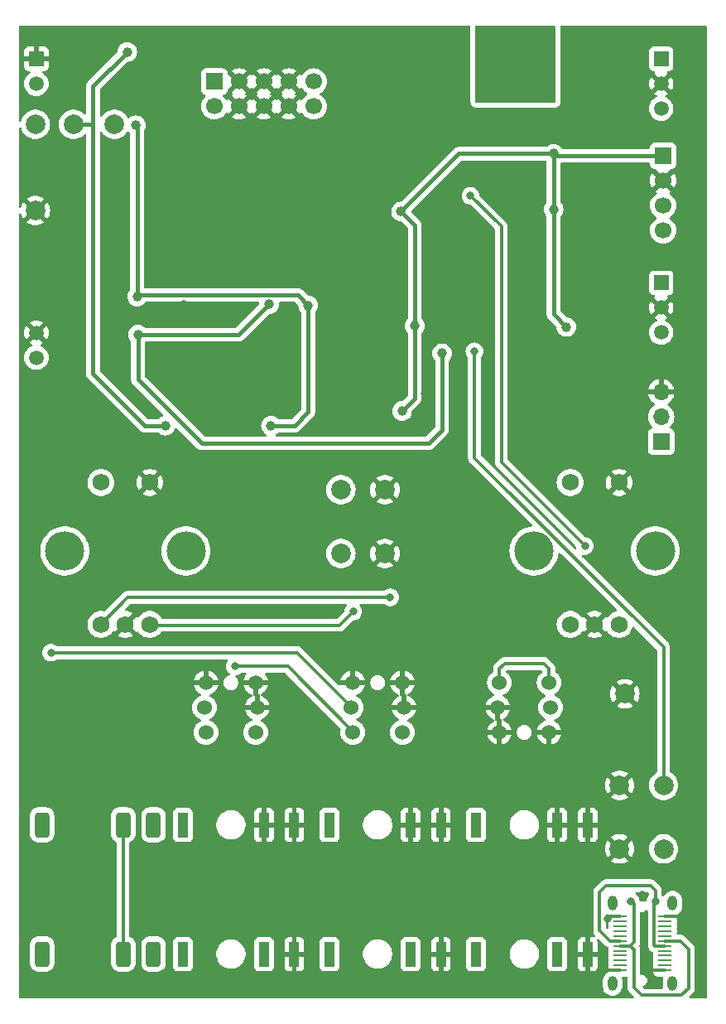
<source format=gbr>
%TF.GenerationSoftware,KiCad,Pcbnew,8.0.8*%
%TF.CreationDate,2025-05-19T12:45:27+01:00*%
%TF.ProjectId,oscar_components,6f736361-725f-4636-9f6d-706f6e656e74,rev?*%
%TF.SameCoordinates,Original*%
%TF.FileFunction,Copper,L1,Top*%
%TF.FilePolarity,Positive*%
%FSLAX46Y46*%
G04 Gerber Fmt 4.6, Leading zero omitted, Abs format (unit mm)*
G04 Created by KiCad (PCBNEW 8.0.8) date 2025-05-19 12:45:27*
%MOMM*%
%LPD*%
G01*
G04 APERTURE LIST*
G04 Aperture macros list*
%AMRoundRect*
0 Rectangle with rounded corners*
0 $1 Rounding radius*
0 $2 $3 $4 $5 $6 $7 $8 $9 X,Y pos of 4 corners*
0 Add a 4 corners polygon primitive as box body*
4,1,4,$2,$3,$4,$5,$6,$7,$8,$9,$2,$3,0*
0 Add four circle primitives for the rounded corners*
1,1,$1+$1,$2,$3*
1,1,$1+$1,$4,$5*
1,1,$1+$1,$6,$7*
1,1,$1+$1,$8,$9*
0 Add four rect primitives between the rounded corners*
20,1,$1+$1,$2,$3,$4,$5,0*
20,1,$1+$1,$4,$5,$6,$7,0*
20,1,$1+$1,$6,$7,$8,$9,0*
20,1,$1+$1,$8,$9,$2,$3,0*%
G04 Aperture macros list end*
%TA.AperFunction,ComponentPad*%
%ADD10R,1.000000X2.500000*%
%TD*%
%TA.AperFunction,ComponentPad*%
%ADD11C,1.750000*%
%TD*%
%TA.AperFunction,ComponentPad*%
%ADD12O,4.000000X4.000000*%
%TD*%
%TA.AperFunction,ComponentPad*%
%ADD13R,1.500000X1.500000*%
%TD*%
%TA.AperFunction,ComponentPad*%
%ADD14C,1.500000*%
%TD*%
%TA.AperFunction,ComponentPad*%
%ADD15RoundRect,0.375000X0.375000X-0.925000X0.375000X0.925000X-0.375000X0.925000X-0.375000X-0.925000X0*%
%TD*%
%TA.AperFunction,ComponentPad*%
%ADD16C,2.000000*%
%TD*%
%TA.AperFunction,ComponentPad*%
%ADD17C,1.524000*%
%TD*%
%TA.AperFunction,SMDPad,CuDef*%
%ADD18R,1.400000X0.270000*%
%TD*%
%TA.AperFunction,ComponentPad*%
%ADD19O,1.000000X1.500000*%
%TD*%
%TA.AperFunction,ComponentPad*%
%ADD20R,1.700000X1.700000*%
%TD*%
%TA.AperFunction,ComponentPad*%
%ADD21C,1.700000*%
%TD*%
%TA.AperFunction,ComponentPad*%
%ADD22O,1.700000X1.700000*%
%TD*%
%TA.AperFunction,ViaPad*%
%ADD23C,0.800000*%
%TD*%
%TA.AperFunction,ViaPad*%
%ADD24C,1.000000*%
%TD*%
%TA.AperFunction,Conductor*%
%ADD25C,0.300000*%
%TD*%
%TA.AperFunction,Conductor*%
%ADD26C,0.400000*%
%TD*%
G04 APERTURE END LIST*
D10*
%TO.P,J4,1*%
%TO.N,GND*%
X128480000Y-132000000D03*
%TO.P,J4,2*%
X125380000Y-132000000D03*
%TO.P,J4,3*%
%TO.N,/CHA_In*%
X117080000Y-132000000D03*
%TD*%
%TO.P,J5,1*%
%TO.N,GND*%
X143480000Y-132000000D03*
%TO.P,J5,2*%
X140380000Y-132000000D03*
%TO.P,J5,3*%
%TO.N,/CHB_In*%
X132080000Y-132000000D03*
%TD*%
%TO.P,J7,1*%
%TO.N,GND*%
X128480000Y-145200000D03*
%TO.P,J7,2*%
%TO.N,unconnected-(J7-Pad2)*%
X125380000Y-145200000D03*
%TO.P,J7,3*%
%TO.N,/CHA_Out*%
X117080000Y-145200000D03*
%TD*%
%TO.P,J8,1*%
%TO.N,GND*%
X143480000Y-145200000D03*
%TO.P,J8,2*%
%TO.N,unconnected-(J8-Pad2)*%
X140380000Y-145200000D03*
%TO.P,J8,3*%
%TO.N,/CHB_Out*%
X132080000Y-145200000D03*
%TD*%
%TO.P,J6,1*%
%TO.N,GND*%
X158480000Y-145200000D03*
%TO.P,J6,2*%
%TO.N,unconnected-(J6-Pad2)*%
X155380000Y-145200000D03*
%TO.P,J6,3*%
%TO.N,/CHC_Out*%
X147080000Y-145200000D03*
%TD*%
D11*
%TO.P,SW4,A,A*%
%TO.N,/R_ENC_UP*%
X156700000Y-111500000D03*
%TO.P,SW4,B,B*%
%TO.N,/R_ENC_DN*%
X161700000Y-111500000D03*
%TO.P,SW4,C,C*%
%TO.N,GND*%
X159200000Y-111500000D03*
%TO.P,SW4,S1,S1*%
%TO.N,/R_ENC_BTN*%
X156700000Y-97000000D03*
%TO.P,SW4,S2,S2*%
%TO.N,GND*%
X161700000Y-97000000D03*
D12*
%TO.P,SW4,body*%
%TO.N,N/C*%
X153000000Y-104000000D03*
X165400000Y-104000000D03*
%TD*%
D11*
%TO.P,SW3,A,A*%
%TO.N,/L_ENC_UP*%
X108700000Y-111500000D03*
%TO.P,SW3,B,B*%
%TO.N,/L_ENC_DN*%
X113700000Y-111500000D03*
%TO.P,SW3,C,C*%
%TO.N,GND*%
X111200000Y-111500000D03*
%TO.P,SW3,S1,S1*%
%TO.N,/L_ENC_BTN*%
X108700000Y-97000000D03*
%TO.P,SW3,S2,S2*%
%TO.N,GND*%
X113700000Y-97000000D03*
D12*
%TO.P,SW3,body*%
%TO.N,N/C*%
X105000000Y-104000000D03*
X117400000Y-104000000D03*
%TD*%
D13*
%TO.P,U2,1,DC*%
%TO.N,/LCD_DC*%
X166000000Y-53700000D03*
D14*
%TO.P,U2,2,GND*%
%TO.N,GND*%
X166000000Y-56240000D03*
%TO.P,U2,3,RESET*%
%TO.N,/LCD_RESET*%
X166000000Y-58780000D03*
D13*
%TO.P,U2,4,SCK*%
%TO.N,/LCD_SCK*%
X166000000Y-76600000D03*
D14*
%TO.P,U2,5,GND*%
%TO.N,GND*%
X166000000Y-79140000D03*
%TO.P,U2,6,MOSI*%
%TO.N,/LCD_MOSI*%
X166000000Y-81680000D03*
D13*
%TO.P,U2,7,GND*%
%TO.N,GND*%
X102100000Y-53700000D03*
D14*
%TO.P,U2,8,BackLight*%
%TO.N,Net-(U2-BackLight)*%
X102100000Y-56240000D03*
%TO.P,U2,9,GND*%
%TO.N,GND*%
X102100000Y-81700000D03*
%TO.P,U2,10,3V3*%
%TO.N,+3.3V*%
X102100000Y-84240000D03*
%TD*%
D10*
%TO.P,J3,1*%
%TO.N,GND*%
X158480000Y-132000000D03*
%TO.P,J3,2*%
X155380000Y-132000000D03*
%TO.P,J3,3*%
%TO.N,/CHC_In*%
X147080000Y-132000000D03*
%TD*%
D15*
%TO.P,J9,R*%
%TO.N,/MIDI_VREF*%
X110980000Y-132000000D03*
%TO.P,J9,S*%
%TO.N,unconnected-(J9-PadS)*%
X114080000Y-132000000D03*
%TO.P,J9,T*%
%TO.N,/MIDI_DATA*%
X102680000Y-132000000D03*
%TD*%
D16*
%TO.P,SW1,1,1*%
%TO.N,/NRST*%
X166250000Y-127950000D03*
X166250000Y-134450000D03*
%TO.P,SW1,2,2*%
%TO.N,GND*%
X161750000Y-127950000D03*
X161750000Y-134450000D03*
%TD*%
D17*
%TO.P,BTN2,1,1*%
%TO.N,/ChB_Button*%
X134460000Y-122540000D03*
%TO.P,BTN2,2,2*%
X139540000Y-122540000D03*
%TO.P,BTN2,3,3*%
%TO.N,GND*%
X134460000Y-117460000D03*
%TO.P,BTN2,4,4*%
X139540000Y-117460000D03*
%TO.P,BTN2,5,A*%
%TO.N,Net-(BTN2-A)*%
X134300000Y-120000000D03*
%TO.P,BTN2,6,K*%
%TO.N,GND*%
X139700000Y-120000000D03*
%TD*%
%TO.P,BTN3,1,1*%
%TO.N,/ChC_Button*%
X154540000Y-117460000D03*
%TO.P,BTN3,2,2*%
X149460000Y-117460000D03*
%TO.P,BTN3,3,3*%
%TO.N,GND*%
X154540000Y-122540000D03*
%TO.P,BTN3,4,4*%
X149460000Y-122540000D03*
%TO.P,BTN3,5,A*%
%TO.N,Net-(BTN3-A)*%
X154700000Y-120000000D03*
%TO.P,BTN3,6,K*%
%TO.N,GND*%
X149300000Y-120000000D03*
%TD*%
D16*
%TO.P,TP2,1,1*%
%TO.N,-12V*%
X110100000Y-60400000D03*
%TD*%
%TO.P,TP1,1,1*%
%TO.N,+12V*%
X105900000Y-60400000D03*
%TD*%
D17*
%TO.P,BTN1,1,1*%
%TO.N,/ChA_Button*%
X119460000Y-122540000D03*
%TO.P,BTN1,2,2*%
X124540000Y-122540000D03*
%TO.P,BTN1,3,3*%
%TO.N,GND*%
X119460000Y-117460000D03*
%TO.P,BTN1,4,4*%
X124540000Y-117460000D03*
%TO.P,BTN1,5,A*%
%TO.N,Net-(BTN1-A)*%
X119300000Y-120000000D03*
%TO.P,BTN1,6,K*%
%TO.N,GND*%
X124700000Y-120000000D03*
%TD*%
D16*
%TO.P,TP4,1,1*%
%TO.N,GND*%
X102000000Y-69200000D03*
%TD*%
%TO.P,TP3,1,1*%
%TO.N,GND*%
X162300000Y-118600000D03*
%TD*%
%TO.P,TP5,1,1*%
%TO.N,+3.3V*%
X102000000Y-60400000D03*
%TD*%
D18*
%TO.P,J11,A1,GND*%
%TO.N,GND*%
X166400000Y-141350000D03*
%TO.P,J11,A2,TX1+*%
%TO.N,unconnected-(J11-TX1+-PadA2)*%
X166400000Y-141850000D03*
%TO.P,J11,A3,TX1-*%
%TO.N,unconnected-(J11-TX1--PadA3)*%
X166400000Y-142350000D03*
%TO.P,J11,A4,VBUS*%
%TO.N,unconnected-(J11-VBUS-PadA4)_3*%
X166400000Y-142850000D03*
%TO.P,J11,A5,CC1*%
%TO.N,unconnected-(J11-CC1-PadA5)*%
X166400000Y-143350000D03*
%TO.P,J11,A6,D+*%
%TO.N,/USB_DP*%
X166400000Y-143850000D03*
%TO.P,J11,A7,D-*%
%TO.N,/USB_DM*%
X166400000Y-144350000D03*
%TO.P,J11,A8,SBU1*%
%TO.N,unconnected-(J11-SBU1-PadA8)*%
X166400000Y-144850000D03*
%TO.P,J11,A9,VBUS*%
%TO.N,unconnected-(J11-VBUS-PadA4)*%
X166400000Y-145350000D03*
%TO.P,J11,A10,RX2-*%
%TO.N,unconnected-(J11-RX2--PadA10)*%
X166400000Y-145850000D03*
%TO.P,J11,A11,RX2+*%
%TO.N,unconnected-(J11-RX2+-PadA11)*%
X166400000Y-146350000D03*
%TO.P,J11,A12,GND*%
%TO.N,GND*%
X166400000Y-146850000D03*
%TO.P,J11,B1,GND*%
X161800000Y-146850000D03*
%TO.P,J11,B2,TX2+*%
%TO.N,unconnected-(J11-TX2+-PadB2)*%
X161800000Y-146350000D03*
%TO.P,J11,B3,TX2-*%
%TO.N,unconnected-(J11-TX2--PadB3)*%
X161800000Y-145850000D03*
%TO.P,J11,B4,VBUS*%
%TO.N,unconnected-(J11-VBUS-PadA4)_2*%
X161800000Y-145350000D03*
%TO.P,J11,B5,CC2*%
%TO.N,unconnected-(J11-CC2-PadB5)*%
X161800000Y-144850000D03*
%TO.P,J11,B6,D+*%
%TO.N,/USB_DP*%
X161800000Y-144350000D03*
%TO.P,J11,B7,D-*%
%TO.N,/USB_DM*%
X161800000Y-143850000D03*
%TO.P,J11,B8,SBU2*%
%TO.N,unconnected-(J11-SBU2-PadB8)*%
X161800000Y-143350000D03*
%TO.P,J11,B9,VBUS*%
%TO.N,unconnected-(J11-VBUS-PadA4)_1*%
X161800000Y-142850000D03*
%TO.P,J11,B10,RX1-*%
%TO.N,unconnected-(J11-RX1--PadB10)*%
X161800000Y-142350000D03*
%TO.P,J11,B11,RX1+*%
%TO.N,unconnected-(J11-RX1+-PadB11)*%
X161800000Y-141850000D03*
%TO.P,J11,B12,GND*%
%TO.N,GND*%
X161800000Y-141350000D03*
D19*
%TO.P,J11,S1,SHIELD*%
%TO.N,unconnected-(J11-SHIELD-PadS1)_3*%
X167170000Y-140000000D03*
%TO.N,unconnected-(J11-SHIELD-PadS1)_2*%
X161030000Y-140000000D03*
%TO.N,unconnected-(J11-SHIELD-PadS1)*%
X167170000Y-148200000D03*
%TO.N,unconnected-(J11-SHIELD-PadS1)_1*%
X161030000Y-148200000D03*
%TD*%
D15*
%TO.P,J10,R*%
%TO.N,/MIDI_VREF*%
X110980000Y-145200000D03*
%TO.P,J10,S*%
%TO.N,unconnected-(J10-PadS)*%
X114080000Y-145200000D03*
%TO.P,J10,T*%
%TO.N,/MIDI_DATA*%
X102680000Y-145200000D03*
%TD*%
D16*
%TO.P,SW2,1,1*%
%TO.N,/MENU*%
X133250000Y-104250000D03*
X133250000Y-97750000D03*
%TO.P,SW2,2,2*%
%TO.N,GND*%
X137750000Y-104250000D03*
X137750000Y-97750000D03*
%TD*%
D20*
%TO.P,J1,1,Pin_1*%
%TO.N,+3.3V*%
X166200000Y-63600000D03*
D21*
%TO.P,J1,2,Pin_2*%
%TO.N,GND*%
X166200000Y-66140000D03*
%TO.P,J1,3,Pin_3*%
%TO.N,/SWDIO*%
X166200000Y-68680000D03*
%TO.P,J1,4,Pin_4*%
%TO.N,/SWCLK*%
X166200000Y-71220000D03*
%TD*%
D20*
%TO.P,J2,1,Pin_1*%
%TO.N,/-12V_In*%
X120300000Y-56025000D03*
D21*
%TO.P,J2,2,Pin_2*%
X120300000Y-58565000D03*
%TO.P,J2,3,Pin_3*%
%TO.N,GND*%
X122840000Y-56025000D03*
%TO.P,J2,4,Pin_4*%
X122840000Y-58565000D03*
%TO.P,J2,5,Pin_5*%
X125380000Y-56025000D03*
%TO.P,J2,6,Pin_6*%
X125380000Y-58565000D03*
%TO.P,J2,7,Pin_7*%
X127920000Y-56025000D03*
%TO.P,J2,8,Pin_8*%
X127920000Y-58565000D03*
%TO.P,J2,9,Pin_9*%
%TO.N,/+12V_In*%
X130460000Y-56025000D03*
%TO.P,J2,10,Pin_10*%
X130460000Y-58565000D03*
%TD*%
D20*
%TO.P,J12,1,Pin_1*%
%TO.N,/DEBUG1*%
X166000000Y-92825000D03*
D22*
%TO.P,J12,2,Pin_2*%
%TO.N,/DEBUG2*%
X166000000Y-90285000D03*
%TO.P,J12,3,Pin_3*%
%TO.N,GND*%
X166000000Y-87745000D03*
%TD*%
D23*
%TO.N,/ChB_Button*%
X122400000Y-115800002D03*
%TO.N,Net-(BTN2-A)*%
X103600000Y-114400000D03*
D24*
%TO.N,+3.3VA*%
X143600000Y-83800000D03*
X125900000Y-78800000D03*
X112500000Y-81900000D03*
%TO.N,+12V*%
X111400000Y-53000000D03*
X115300000Y-91200000D03*
%TO.N,-12V*%
X112300000Y-60500000D03*
X126100000Y-91200000D03*
X112400000Y-77999998D03*
X129899992Y-78900000D03*
D23*
%TO.N,+3.3V*%
X154400000Y-52600000D03*
X149400000Y-55600000D03*
X147900000Y-57200000D03*
D24*
X139400000Y-69300000D03*
D23*
X154400000Y-51100000D03*
X147900000Y-51100000D03*
X151100000Y-55600000D03*
X149400000Y-51100000D03*
D24*
X140800000Y-81000000D03*
D23*
X151100000Y-52600000D03*
D24*
X139500000Y-89700000D03*
D23*
X154400000Y-54100000D03*
X152800000Y-57200000D03*
X149400000Y-57200000D03*
X154400000Y-57200000D03*
X151100000Y-57200000D03*
D24*
X155000000Y-69100000D03*
D23*
X151100000Y-51100000D03*
D24*
X154999998Y-63400000D03*
D23*
X149400000Y-52600000D03*
X147900000Y-52600000D03*
X147900000Y-54100000D03*
X152800000Y-55600000D03*
D24*
X156300000Y-81100000D03*
D23*
X152800000Y-52600000D03*
X152800000Y-51100000D03*
X154400000Y-55600000D03*
X147900000Y-55600000D03*
%TO.N,/ChC_LED*%
X158200000Y-103500000D03*
X146500000Y-67700000D03*
%TO.N,/L_ENC_DN*%
X134500000Y-110200000D03*
%TO.N,/L_ENC_UP*%
X138300000Y-108750000D03*
%TO.N,/NRST*%
X146900000Y-83600000D03*
%TO.N,GND*%
X139300000Y-75900000D03*
X110100000Y-70300000D03*
X164700000Y-146800000D03*
X164100000Y-139100000D03*
X151900000Y-78200000D03*
D24*
X145600000Y-87800000D03*
D23*
X144700000Y-126100000D03*
X114900000Y-70200000D03*
X110400000Y-86000000D03*
X119200000Y-72800000D03*
D24*
X136000000Y-71800000D03*
D23*
X149000000Y-98800000D03*
X136700000Y-109850000D03*
X151300000Y-72100000D03*
X109800000Y-93500000D03*
D24*
X136100000Y-79900000D03*
X159400000Y-69900000D03*
D23*
X155500000Y-85900000D03*
X125800000Y-100200000D03*
X168400000Y-142000000D03*
X122400000Y-80000000D03*
X144200000Y-79100000D03*
X116000000Y-85900000D03*
X154600000Y-97400000D03*
X146300000Y-79700000D03*
X142400000Y-68900000D03*
D24*
X141900000Y-87900000D03*
D23*
X130200000Y-110500000D03*
X104000000Y-116700000D03*
D24*
X158400000Y-81200000D03*
D23*
X133500000Y-113400000D03*
X117200000Y-78800000D03*
X153400000Y-82600000D03*
X158000000Y-92900000D03*
X160523357Y-141549215D03*
D24*
X139600000Y-95900000D03*
X145200000Y-94300000D03*
D23*
X125000000Y-85000000D03*
X144200000Y-72700000D03*
X133500000Y-88400000D03*
X151400000Y-90800000D03*
X129200000Y-69900000D03*
%TO.N,/USB_DP*%
X162900000Y-139800000D03*
%TO.N,/USB_DM*%
X165400000Y-139800000D03*
%TD*%
D25*
%TO.N,/ChB_Button*%
X127820002Y-115800002D02*
X122400000Y-115800002D01*
X134560000Y-122540000D02*
X127820002Y-115800002D01*
%TO.N,Net-(BTN2-A)*%
X128800000Y-114400000D02*
X103600000Y-114400000D01*
X134400000Y-120000000D02*
X128800000Y-114400000D01*
D26*
%TO.N,+3.3VA*%
X119000000Y-93000000D02*
X112500000Y-86500000D01*
X122800000Y-81900000D02*
X125900000Y-78800000D01*
X143600000Y-83800000D02*
X143600000Y-91600000D01*
X142200000Y-93000000D02*
X119000000Y-93000000D01*
X112500000Y-81900000D02*
X122800000Y-81900000D01*
X112500000Y-86500000D02*
X112500000Y-81900000D01*
X143600000Y-91600000D02*
X142200000Y-93000000D01*
%TO.N,+12V*%
X107900000Y-56500000D02*
X111400000Y-53000000D01*
X113200000Y-91200000D02*
X107900000Y-85900000D01*
X115300000Y-91200000D02*
X113200000Y-91200000D01*
X107800000Y-60400000D02*
X107900000Y-60300000D01*
X107900000Y-60300000D02*
X107900000Y-56500000D01*
X107900000Y-85900000D02*
X107900000Y-60300000D01*
X105900000Y-60400000D02*
X107800000Y-60400000D01*
%TO.N,-12V*%
X129899992Y-89800008D02*
X128500000Y-91200000D01*
X129899992Y-78900000D02*
X129899992Y-89800008D01*
X112300000Y-60500000D02*
X112400000Y-60600000D01*
X112499998Y-77999998D02*
X112400000Y-77999998D01*
X112549998Y-77850000D02*
X112400000Y-77999998D01*
X129900000Y-78900000D02*
X128850000Y-77850000D01*
X112400000Y-60600000D02*
X112400000Y-77999998D01*
X128850000Y-77850000D02*
X112549998Y-77850000D01*
X128500000Y-91200000D02*
X126100000Y-91200000D01*
D25*
%TO.N,/ChC_Button*%
X154000000Y-115500000D02*
X150000000Y-115500000D01*
X149460000Y-116040000D02*
X149460000Y-117460000D01*
X150000000Y-115500000D02*
X149460000Y-116040000D01*
X154540000Y-116040000D02*
X154000000Y-115500000D01*
X154540000Y-117460000D02*
X154540000Y-116040000D01*
D26*
%TO.N,+3.3V*%
X155000000Y-63600000D02*
X155000000Y-63400002D01*
X155000000Y-69100000D02*
X155000000Y-63600000D01*
X155000000Y-63400002D02*
X154999998Y-63400000D01*
X139400000Y-69300000D02*
X145300000Y-63400000D01*
X139400000Y-69300000D02*
X140800000Y-70700000D01*
X155000000Y-79800000D02*
X156300000Y-81100000D01*
X140800000Y-88400000D02*
X139500000Y-89700000D01*
X166200000Y-63600000D02*
X155000000Y-63600000D01*
X140800000Y-70700000D02*
X140800000Y-81000000D01*
X140800000Y-81000000D02*
X140800000Y-88400000D01*
X155000000Y-69100000D02*
X155000000Y-79800000D01*
X145300000Y-63400000D02*
X154999998Y-63400000D01*
D25*
%TO.N,/MIDI_VREF*%
X110980000Y-132000000D02*
X110980000Y-145200000D01*
%TO.N,/ChC_LED*%
X149650000Y-70850000D02*
X149650000Y-94950000D01*
X146500000Y-67700000D02*
X149650000Y-70850000D01*
X149650000Y-94950000D02*
X158200000Y-103500000D01*
%TO.N,/L_ENC_DN*%
X113800000Y-111600000D02*
X113700000Y-111500000D01*
X133100000Y-111600000D02*
X113800000Y-111600000D01*
X134500000Y-110200000D02*
X133100000Y-111600000D01*
%TO.N,/L_ENC_UP*%
X108700000Y-111500000D02*
X111450000Y-108750000D01*
X111450000Y-108750000D02*
X138300000Y-108750000D01*
%TO.N,/NRST*%
X146900000Y-94500000D02*
X146900000Y-83600000D01*
X166250000Y-127950000D02*
X166250000Y-113850000D01*
X166250000Y-113850000D02*
X146900000Y-94500000D01*
%TO.N,GND*%
X161800000Y-141350000D02*
X160722572Y-141350000D01*
X160722572Y-141350000D02*
X160523357Y-141549215D01*
X164750000Y-146850000D02*
X164700000Y-146800000D01*
X167750000Y-141350000D02*
X168400000Y-142000000D01*
X160650000Y-146850000D02*
X160000000Y-146200000D01*
X166400000Y-141350000D02*
X167750000Y-141350000D01*
X166400000Y-146850000D02*
X164750000Y-146850000D01*
X161800000Y-146850000D02*
X160650000Y-146850000D01*
%TO.N,/USB_DP*%
X162835000Y-144350000D02*
X161800000Y-144350000D01*
X163200000Y-148600000D02*
X163200000Y-144715000D01*
X167950000Y-143850000D02*
X168800000Y-144700000D01*
X168100000Y-149400000D02*
X164000000Y-149400000D01*
X166400000Y-143850000D02*
X167950000Y-143850000D01*
X168800000Y-144700000D02*
X168800000Y-148700000D01*
X164000000Y-149400000D02*
X163200000Y-148600000D01*
X168800000Y-148700000D02*
X168100000Y-149400000D01*
X163200000Y-144715000D02*
X162835000Y-144350000D01*
X162835000Y-144350000D02*
X163200000Y-143985000D01*
X163200000Y-143985000D02*
X163200000Y-140100000D01*
X163200000Y-140100000D02*
X162900000Y-139800000D01*
%TO.N,/USB_DM*%
X164900000Y-138200000D02*
X165400000Y-138700000D01*
X165300000Y-139900000D02*
X165400000Y-139800000D01*
X166400000Y-144350000D02*
X165365000Y-144350000D01*
X159700000Y-138900000D02*
X160400000Y-138200000D01*
X165365000Y-144350000D02*
X165300000Y-144285000D01*
X165300000Y-144285000D02*
X165300000Y-139900000D01*
X161800000Y-143850000D02*
X160765000Y-143850000D01*
X160400000Y-138200000D02*
X164900000Y-138200000D01*
X165400000Y-138700000D02*
X165400000Y-139800000D01*
X160765000Y-143850000D02*
X159700000Y-142785000D01*
X159700000Y-142785000D02*
X159700000Y-138900000D01*
%TD*%
%TA.AperFunction,Conductor*%
%TO.N,GND*%
G36*
X124790000Y-118608000D02*
G01*
X124826000Y-118608000D01*
X124893039Y-118627685D01*
X124938794Y-118680489D01*
X124950000Y-118732000D01*
X124950000Y-119566988D01*
X124892993Y-119534075D01*
X124765826Y-119500000D01*
X124634174Y-119500000D01*
X124507007Y-119534075D01*
X124450000Y-119566988D01*
X124450000Y-118852000D01*
X124414000Y-118852000D01*
X124346961Y-118832315D01*
X124301206Y-118779511D01*
X124290000Y-118728000D01*
X124290000Y-117893012D01*
X124347007Y-117925925D01*
X124474174Y-117960000D01*
X124605826Y-117960000D01*
X124732993Y-117925925D01*
X124790000Y-117893012D01*
X124790000Y-118608000D01*
G37*
%TD.AperFunction*%
%TA.AperFunction,Conductor*%
G36*
X139790000Y-118608000D02*
G01*
X139826000Y-118608000D01*
X139893039Y-118627685D01*
X139938794Y-118680489D01*
X139950000Y-118732000D01*
X139950000Y-119566988D01*
X139892993Y-119534075D01*
X139765826Y-119500000D01*
X139634174Y-119500000D01*
X139507007Y-119534075D01*
X139450000Y-119566988D01*
X139450000Y-118852000D01*
X139414000Y-118852000D01*
X139346961Y-118832315D01*
X139301206Y-118779511D01*
X139290000Y-118728000D01*
X139290000Y-117893012D01*
X139347007Y-117925925D01*
X139474174Y-117960000D01*
X139605826Y-117960000D01*
X139732993Y-117925925D01*
X139790000Y-117893012D01*
X139790000Y-118608000D01*
G37*
%TD.AperFunction*%
%TA.AperFunction,Conductor*%
G36*
X149550000Y-121148000D02*
G01*
X149586000Y-121148000D01*
X149653039Y-121167685D01*
X149698794Y-121220489D01*
X149710000Y-121272000D01*
X149710000Y-122106988D01*
X149652993Y-122074075D01*
X149525826Y-122040000D01*
X149394174Y-122040000D01*
X149267007Y-122074075D01*
X149210000Y-122106988D01*
X149210000Y-121392000D01*
X149174000Y-121392000D01*
X149106961Y-121372315D01*
X149061206Y-121319511D01*
X149050000Y-121268000D01*
X149050000Y-120433012D01*
X149107007Y-120465925D01*
X149234174Y-120500000D01*
X149365826Y-120500000D01*
X149492993Y-120465925D01*
X149550000Y-120433012D01*
X149550000Y-121148000D01*
G37*
%TD.AperFunction*%
%TA.AperFunction,Conductor*%
G36*
X133796661Y-109420185D02*
G01*
X133842416Y-109472989D01*
X133852360Y-109542147D01*
X133823335Y-109605703D01*
X133821772Y-109607472D01*
X133767466Y-109667785D01*
X133672821Y-109831715D01*
X133672818Y-109831722D01*
X133614327Y-110011739D01*
X133614326Y-110011741D01*
X133610041Y-110052511D01*
X133602423Y-110125000D01*
X133600831Y-110140143D01*
X133574246Y-110204757D01*
X133565191Y-110214862D01*
X132866873Y-110913181D01*
X132805550Y-110946666D01*
X132779192Y-110949500D01*
X115041551Y-110949500D01*
X114974512Y-110929815D01*
X114928757Y-110877011D01*
X114927995Y-110875311D01*
X114913861Y-110843089D01*
X114789185Y-110652257D01*
X114634791Y-110484541D01*
X114634787Y-110484538D01*
X114454909Y-110344533D01*
X114454900Y-110344527D01*
X114254432Y-110236040D01*
X114254429Y-110236039D01*
X114254426Y-110236037D01*
X114254420Y-110236035D01*
X114254418Y-110236034D01*
X114038826Y-110162020D01*
X113870188Y-110133880D01*
X113813977Y-110124500D01*
X113586023Y-110124500D01*
X113541053Y-110132004D01*
X113361173Y-110162020D01*
X113145581Y-110236034D01*
X113145567Y-110236040D01*
X112945099Y-110344527D01*
X112945090Y-110344533D01*
X112765212Y-110484538D01*
X112765208Y-110484541D01*
X112610817Y-110652255D01*
X112553510Y-110739970D01*
X112500363Y-110785326D01*
X112431132Y-110794750D01*
X112367796Y-110765248D01*
X112345892Y-110739970D01*
X112333124Y-110720428D01*
X111723787Y-111329765D01*
X111712518Y-111287708D01*
X111640110Y-111162292D01*
X111537708Y-111059890D01*
X111412292Y-110987482D01*
X111370233Y-110976212D01*
X111980983Y-110365462D01*
X111954626Y-110344948D01*
X111754230Y-110236500D01*
X111754219Y-110236495D01*
X111538701Y-110162507D01*
X111313935Y-110125000D01*
X111294307Y-110125000D01*
X111227268Y-110105315D01*
X111181513Y-110052511D01*
X111171569Y-109983353D01*
X111200594Y-109919797D01*
X111206616Y-109913329D01*
X111683127Y-109436819D01*
X111744450Y-109403334D01*
X111770808Y-109400500D01*
X133729622Y-109400500D01*
X133796661Y-109420185D01*
G37*
%TD.AperFunction*%
%TA.AperFunction,Conductor*%
G36*
X128575520Y-78570185D02*
G01*
X128596162Y-78586819D01*
X128861672Y-78852329D01*
X128895157Y-78913652D01*
X128897394Y-78927856D01*
X128913967Y-79096129D01*
X128971180Y-79284733D01*
X129064078Y-79458532D01*
X129064082Y-79458539D01*
X129130181Y-79539079D01*
X129171345Y-79589238D01*
X129198658Y-79653546D01*
X129199492Y-79667902D01*
X129199492Y-89458489D01*
X129179807Y-89525528D01*
X129163173Y-89546170D01*
X128246162Y-90463181D01*
X128184839Y-90496666D01*
X128158481Y-90499500D01*
X126867902Y-90499500D01*
X126800863Y-90479815D01*
X126789242Y-90471357D01*
X126715555Y-90410883D01*
X126658539Y-90364090D01*
X126658532Y-90364086D01*
X126484733Y-90271188D01*
X126484727Y-90271186D01*
X126296132Y-90213976D01*
X126296129Y-90213975D01*
X126100000Y-90194659D01*
X125903870Y-90213975D01*
X125715266Y-90271188D01*
X125541467Y-90364086D01*
X125541460Y-90364090D01*
X125389116Y-90489116D01*
X125264090Y-90641460D01*
X125264086Y-90641467D01*
X125171188Y-90815266D01*
X125113975Y-91003870D01*
X125094659Y-91200000D01*
X125113975Y-91396129D01*
X125113976Y-91396132D01*
X125154950Y-91531206D01*
X125171188Y-91584733D01*
X125264086Y-91758532D01*
X125264090Y-91758539D01*
X125389116Y-91910883D01*
X125541460Y-92035909D01*
X125541467Y-92035913D01*
X125598021Y-92066142D01*
X125647865Y-92115104D01*
X125663326Y-92183241D01*
X125639495Y-92248921D01*
X125583937Y-92291290D01*
X125539568Y-92299500D01*
X119341519Y-92299500D01*
X119274480Y-92279815D01*
X119253838Y-92263181D01*
X113236819Y-86246162D01*
X113203334Y-86184839D01*
X113200500Y-86158481D01*
X113200500Y-82724500D01*
X113220185Y-82657461D01*
X113272989Y-82611706D01*
X113324500Y-82600500D01*
X122868996Y-82600500D01*
X122960040Y-82582389D01*
X123004328Y-82573580D01*
X123068069Y-82547177D01*
X123131807Y-82520777D01*
X123131808Y-82520776D01*
X123131811Y-82520775D01*
X123246543Y-82444114D01*
X125852339Y-79838316D01*
X125913660Y-79804833D01*
X125927855Y-79802597D01*
X126096132Y-79786024D01*
X126284727Y-79728814D01*
X126458538Y-79635910D01*
X126610883Y-79510883D01*
X126735910Y-79358538D01*
X126828814Y-79184727D01*
X126886024Y-78996132D01*
X126905341Y-78800000D01*
X126904006Y-78786446D01*
X126894178Y-78686653D01*
X126907197Y-78618007D01*
X126955262Y-78567297D01*
X127017581Y-78550500D01*
X128508481Y-78550500D01*
X128575520Y-78570185D01*
G37*
%TD.AperFunction*%
%TA.AperFunction,Conductor*%
G36*
X108805703Y-61171045D02*
G01*
X108828309Y-61196937D01*
X108911833Y-61324782D01*
X108911836Y-61324785D01*
X109080256Y-61507738D01*
X109276491Y-61660474D01*
X109495190Y-61778828D01*
X109730386Y-61859571D01*
X109975665Y-61900500D01*
X110224335Y-61900500D01*
X110469614Y-61859571D01*
X110704810Y-61778828D01*
X110923509Y-61660474D01*
X111119744Y-61507738D01*
X111288164Y-61324785D01*
X111370547Y-61198688D01*
X111423693Y-61153331D01*
X111492925Y-61143907D01*
X111556260Y-61173409D01*
X111570210Y-61187845D01*
X111589116Y-61210883D01*
X111624198Y-61239673D01*
X111654165Y-61264266D01*
X111693499Y-61322010D01*
X111699500Y-61360119D01*
X111699500Y-77232094D01*
X111679815Y-77299133D01*
X111671353Y-77310759D01*
X111564090Y-77441458D01*
X111564086Y-77441465D01*
X111471188Y-77615264D01*
X111413975Y-77803868D01*
X111394659Y-77999998D01*
X111413975Y-78196127D01*
X111471188Y-78384731D01*
X111564086Y-78558530D01*
X111564090Y-78558537D01*
X111689116Y-78710881D01*
X111841460Y-78835907D01*
X111841467Y-78835911D01*
X112015266Y-78928809D01*
X112015269Y-78928809D01*
X112015273Y-78928812D01*
X112203868Y-78986022D01*
X112400000Y-79005339D01*
X112596132Y-78986022D01*
X112784727Y-78928812D01*
X112797257Y-78922115D01*
X112927816Y-78852329D01*
X112958538Y-78835908D01*
X113110883Y-78710881D01*
X113205299Y-78595834D01*
X113263044Y-78556501D01*
X113301152Y-78550500D01*
X124782419Y-78550500D01*
X124849458Y-78570185D01*
X124895213Y-78622989D01*
X124905822Y-78686654D01*
X124897403Y-78772133D01*
X124871242Y-78836920D01*
X124861681Y-78847660D01*
X122546162Y-81163181D01*
X122484839Y-81196666D01*
X122458481Y-81199500D01*
X113267902Y-81199500D01*
X113200863Y-81179815D01*
X113189242Y-81171357D01*
X113118940Y-81113661D01*
X113058539Y-81064090D01*
X113058532Y-81064086D01*
X112884733Y-80971188D01*
X112884727Y-80971186D01*
X112696132Y-80913976D01*
X112696129Y-80913975D01*
X112500000Y-80894659D01*
X112303870Y-80913975D01*
X112115266Y-80971188D01*
X111941467Y-81064086D01*
X111941460Y-81064090D01*
X111789116Y-81189116D01*
X111664090Y-81341460D01*
X111664086Y-81341467D01*
X111571188Y-81515266D01*
X111513975Y-81703870D01*
X111494659Y-81900000D01*
X111513975Y-82096129D01*
X111571188Y-82284733D01*
X111664086Y-82458532D01*
X111664090Y-82458539D01*
X111730189Y-82539079D01*
X111771353Y-82589238D01*
X111798666Y-82653546D01*
X111799500Y-82667902D01*
X111799500Y-86431006D01*
X111799500Y-86568994D01*
X111799500Y-86568996D01*
X111799499Y-86568996D01*
X111826418Y-86704322D01*
X111826421Y-86704332D01*
X111879222Y-86831807D01*
X111955887Y-86946545D01*
X111955888Y-86946546D01*
X115049230Y-90039887D01*
X115082715Y-90101210D01*
X115077731Y-90170902D01*
X115035859Y-90226835D01*
X114997545Y-90246228D01*
X114915271Y-90271186D01*
X114741467Y-90364086D01*
X114741460Y-90364090D01*
X114641796Y-90445883D01*
X114610761Y-90471353D01*
X114546454Y-90498666D01*
X114532098Y-90499500D01*
X113541519Y-90499500D01*
X113474480Y-90479815D01*
X113453838Y-90463181D01*
X108636819Y-85646162D01*
X108603334Y-85584839D01*
X108600500Y-85558481D01*
X108600500Y-61264758D01*
X108620185Y-61197719D01*
X108672989Y-61151964D01*
X108742147Y-61142020D01*
X108805703Y-61171045D01*
G37*
%TD.AperFunction*%
%TA.AperFunction,Conductor*%
G36*
X122374075Y-56217993D02*
G01*
X122439901Y-56332007D01*
X122532993Y-56425099D01*
X122647007Y-56490925D01*
X122710591Y-56507962D01*
X122078626Y-57139926D01*
X122155031Y-57193426D01*
X122198656Y-57248003D01*
X122205848Y-57317501D01*
X122174326Y-57379856D01*
X122155030Y-57396575D01*
X122078627Y-57450072D01*
X122078626Y-57450073D01*
X122710591Y-58082037D01*
X122647007Y-58099075D01*
X122532993Y-58164901D01*
X122439901Y-58257993D01*
X122374075Y-58372007D01*
X122357037Y-58435590D01*
X121725073Y-57803626D01*
X121725072Y-57803627D01*
X121671880Y-57879595D01*
X121617303Y-57923220D01*
X121547805Y-57930414D01*
X121485450Y-57898891D01*
X121468730Y-57879595D01*
X121338496Y-57693600D01*
X121337793Y-57692897D01*
X121216567Y-57571671D01*
X121183084Y-57510351D01*
X121188068Y-57440659D01*
X121229939Y-57384725D01*
X121260915Y-57367810D01*
X121392331Y-57318796D01*
X121507546Y-57232546D01*
X121593796Y-57117331D01*
X121644091Y-56982483D01*
X121650500Y-56922873D01*
X121650499Y-56912313D01*
X121670179Y-56845276D01*
X121686818Y-56824627D01*
X122357037Y-56154408D01*
X122374075Y-56217993D01*
G37*
%TD.AperFunction*%
%TA.AperFunction,Conductor*%
G36*
X124914075Y-56217993D02*
G01*
X124979901Y-56332007D01*
X125072993Y-56425099D01*
X125187007Y-56490925D01*
X125250591Y-56507962D01*
X124618626Y-57139926D01*
X124695031Y-57193426D01*
X124738656Y-57248003D01*
X124745848Y-57317501D01*
X124714326Y-57379856D01*
X124695030Y-57396575D01*
X124618627Y-57450072D01*
X124618626Y-57450073D01*
X125250591Y-58082037D01*
X125187007Y-58099075D01*
X125072993Y-58164901D01*
X124979901Y-58257993D01*
X124914075Y-58372007D01*
X124897037Y-58435590D01*
X124265073Y-57803626D01*
X124265073Y-57803627D01*
X124211575Y-57880031D01*
X124156999Y-57923656D01*
X124087500Y-57930850D01*
X124025145Y-57899327D01*
X124008425Y-57880032D01*
X123954925Y-57803626D01*
X123322962Y-58435590D01*
X123305925Y-58372007D01*
X123240099Y-58257993D01*
X123147007Y-58164901D01*
X123032993Y-58099075D01*
X122969409Y-58082037D01*
X123601372Y-57450073D01*
X123524969Y-57396575D01*
X123481344Y-57341998D01*
X123474152Y-57272499D01*
X123505674Y-57210144D01*
X123524968Y-57193426D01*
X123601371Y-57139925D01*
X122969408Y-56507962D01*
X123032993Y-56490925D01*
X123147007Y-56425099D01*
X123240099Y-56332007D01*
X123305925Y-56217993D01*
X123322962Y-56154408D01*
X123954925Y-56786371D01*
X124008426Y-56709968D01*
X124063004Y-56666344D01*
X124132502Y-56659152D01*
X124194856Y-56690675D01*
X124211575Y-56709969D01*
X124265073Y-56786372D01*
X124897037Y-56154408D01*
X124914075Y-56217993D01*
G37*
%TD.AperFunction*%
%TA.AperFunction,Conductor*%
G36*
X127454075Y-56217993D02*
G01*
X127519901Y-56332007D01*
X127612993Y-56425099D01*
X127727007Y-56490925D01*
X127790591Y-56507962D01*
X127158626Y-57139926D01*
X127235031Y-57193426D01*
X127278656Y-57248003D01*
X127285848Y-57317501D01*
X127254326Y-57379856D01*
X127235030Y-57396575D01*
X127158627Y-57450072D01*
X127158626Y-57450073D01*
X127790591Y-58082037D01*
X127727007Y-58099075D01*
X127612993Y-58164901D01*
X127519901Y-58257993D01*
X127454075Y-58372007D01*
X127437037Y-58435590D01*
X126805073Y-57803626D01*
X126805073Y-57803627D01*
X126751575Y-57880031D01*
X126696999Y-57923656D01*
X126627500Y-57930850D01*
X126565145Y-57899327D01*
X126548425Y-57880032D01*
X126494925Y-57803626D01*
X125862962Y-58435590D01*
X125845925Y-58372007D01*
X125780099Y-58257993D01*
X125687007Y-58164901D01*
X125572993Y-58099075D01*
X125509409Y-58082037D01*
X126141372Y-57450073D01*
X126064969Y-57396575D01*
X126021344Y-57341998D01*
X126014152Y-57272499D01*
X126045674Y-57210144D01*
X126064968Y-57193426D01*
X126141371Y-57139925D01*
X125509408Y-56507962D01*
X125572993Y-56490925D01*
X125687007Y-56425099D01*
X125780099Y-56332007D01*
X125845925Y-56217993D01*
X125862962Y-56154408D01*
X126494925Y-56786371D01*
X126548426Y-56709968D01*
X126603004Y-56666344D01*
X126672502Y-56659152D01*
X126734856Y-56690675D01*
X126751575Y-56709969D01*
X126805073Y-56786372D01*
X127437037Y-56154408D01*
X127454075Y-56217993D01*
G37*
%TD.AperFunction*%
%TA.AperFunction,Conductor*%
G36*
X129034925Y-56786371D02*
G01*
X129088120Y-56710404D01*
X129142697Y-56666780D01*
X129212196Y-56659588D01*
X129274550Y-56691111D01*
X129291268Y-56710404D01*
X129421505Y-56896401D01*
X129421506Y-56896402D01*
X129588597Y-57063493D01*
X129588603Y-57063498D01*
X129774158Y-57193425D01*
X129817783Y-57248002D01*
X129824977Y-57317500D01*
X129793454Y-57379855D01*
X129774158Y-57396575D01*
X129588597Y-57526505D01*
X129421508Y-57693594D01*
X129291269Y-57879595D01*
X129236692Y-57923219D01*
X129167193Y-57930412D01*
X129104839Y-57898890D01*
X129088119Y-57879595D01*
X129034925Y-57803626D01*
X128402962Y-58435590D01*
X128385925Y-58372007D01*
X128320099Y-58257993D01*
X128227007Y-58164901D01*
X128112993Y-58099075D01*
X128049409Y-58082037D01*
X128681372Y-57450073D01*
X128604969Y-57396575D01*
X128561344Y-57341998D01*
X128554152Y-57272499D01*
X128585674Y-57210144D01*
X128604968Y-57193426D01*
X128681371Y-57139925D01*
X128049408Y-56507962D01*
X128112993Y-56490925D01*
X128227007Y-56425099D01*
X128320099Y-56332007D01*
X128385925Y-56217993D01*
X128402962Y-56154408D01*
X129034925Y-56786371D01*
G37*
%TD.AperFunction*%
%TA.AperFunction,Conductor*%
G36*
X146437539Y-50320185D02*
G01*
X146483294Y-50372989D01*
X146494500Y-50424500D01*
X146494500Y-58076000D01*
X146494501Y-58076009D01*
X146506052Y-58183450D01*
X146506054Y-58183462D01*
X146517260Y-58234972D01*
X146551383Y-58337497D01*
X146551386Y-58337503D01*
X146629171Y-58458537D01*
X146629179Y-58458548D01*
X146674923Y-58511340D01*
X146674926Y-58511343D01*
X146674930Y-58511347D01*
X146783664Y-58605567D01*
X146783667Y-58605568D01*
X146783668Y-58605569D01*
X146877925Y-58648616D01*
X146914541Y-58665338D01*
X146981580Y-58685023D01*
X146981584Y-58685024D01*
X147124000Y-58705500D01*
X147124003Y-58705500D01*
X155075990Y-58705500D01*
X155076000Y-58705500D01*
X155183456Y-58693947D01*
X155234967Y-58682741D01*
X155269197Y-58671347D01*
X155337497Y-58648616D01*
X155337501Y-58648613D01*
X155337504Y-58648613D01*
X155458543Y-58570825D01*
X155511347Y-58525070D01*
X155605567Y-58416336D01*
X155665338Y-58285459D01*
X155685023Y-58218420D01*
X155685024Y-58218416D01*
X155705500Y-58076000D01*
X155705500Y-50424500D01*
X155725185Y-50357461D01*
X155777989Y-50311706D01*
X155829500Y-50300500D01*
X170575500Y-50300500D01*
X170642539Y-50320185D01*
X170688294Y-50372989D01*
X170699500Y-50424500D01*
X170699500Y-149575500D01*
X170679815Y-149642539D01*
X170627011Y-149688294D01*
X170575500Y-149699500D01*
X169019808Y-149699500D01*
X168952769Y-149679815D01*
X168907014Y-149627011D01*
X168897070Y-149557853D01*
X168926095Y-149494297D01*
X168932127Y-149487819D01*
X169305271Y-149114675D01*
X169305276Y-149114670D01*
X169340870Y-149061398D01*
X169376464Y-149008129D01*
X169376465Y-149008127D01*
X169425501Y-148889744D01*
X169438671Y-148823535D01*
X169450500Y-148764069D01*
X169450500Y-144635931D01*
X169450500Y-144635928D01*
X169425502Y-144510261D01*
X169425501Y-144510260D01*
X169425501Y-144510256D01*
X169385451Y-144413567D01*
X169385450Y-144413564D01*
X169376468Y-144391878D01*
X169376462Y-144391868D01*
X169305278Y-144285332D01*
X169305272Y-144285325D01*
X168364673Y-143344726D01*
X168364669Y-143344723D01*
X168258127Y-143273535D01*
X168139744Y-143224499D01*
X168121696Y-143220909D01*
X168014071Y-143199500D01*
X168014069Y-143199500D01*
X167720631Y-143199500D01*
X167653592Y-143179815D01*
X167607837Y-143127011D01*
X167597342Y-143062244D01*
X167600499Y-143032880D01*
X167600500Y-143032873D01*
X167600499Y-142667128D01*
X167594707Y-142613247D01*
X167594708Y-142586745D01*
X167597701Y-142558905D01*
X167600500Y-142532873D01*
X167600499Y-142167128D01*
X167594707Y-142113247D01*
X167594708Y-142086745D01*
X167595104Y-142083053D01*
X167600500Y-142032873D01*
X167600499Y-141667128D01*
X167594455Y-141610903D01*
X167594456Y-141584400D01*
X167599999Y-141532844D01*
X167600000Y-141532827D01*
X167600000Y-141485000D01*
X167593724Y-141478724D01*
X167548058Y-141465315D01*
X167515832Y-141435313D01*
X167499362Y-141413313D01*
X167474943Y-141347850D01*
X167489793Y-141279576D01*
X167539197Y-141230170D01*
X167598627Y-141215000D01*
X167600000Y-141215000D01*
X167607172Y-141207827D01*
X167619685Y-141165214D01*
X167655106Y-141129153D01*
X167807782Y-141027139D01*
X167947139Y-140887782D01*
X168056632Y-140723914D01*
X168132051Y-140541835D01*
X168170500Y-140348541D01*
X168170500Y-139651459D01*
X168170500Y-139651456D01*
X168132052Y-139458170D01*
X168132051Y-139458169D01*
X168132051Y-139458165D01*
X168094662Y-139367899D01*
X168056635Y-139276092D01*
X168056628Y-139276079D01*
X167947139Y-139112218D01*
X167947136Y-139112214D01*
X167807785Y-138972863D01*
X167807781Y-138972860D01*
X167643920Y-138863371D01*
X167643907Y-138863364D01*
X167461839Y-138787950D01*
X167461829Y-138787947D01*
X167268543Y-138749500D01*
X167268541Y-138749500D01*
X167071459Y-138749500D01*
X167071457Y-138749500D01*
X166878170Y-138787947D01*
X166878160Y-138787950D01*
X166696092Y-138863364D01*
X166696079Y-138863371D01*
X166532218Y-138972860D01*
X166532214Y-138972863D01*
X166392863Y-139112214D01*
X166392860Y-139112218D01*
X166310873Y-139234920D01*
X166257260Y-139279725D01*
X166187935Y-139288432D01*
X166124908Y-139258277D01*
X166115621Y-139249001D01*
X166082350Y-139212050D01*
X166052120Y-139149059D01*
X166050500Y-139129078D01*
X166050500Y-138635928D01*
X166025502Y-138510261D01*
X166025501Y-138510260D01*
X166025501Y-138510256D01*
X165976465Y-138391873D01*
X165975042Y-138389744D01*
X165905277Y-138285331D01*
X165905275Y-138285329D01*
X165905273Y-138285326D01*
X165314673Y-137694726D01*
X165314669Y-137694723D01*
X165208127Y-137623535D01*
X165089744Y-137574499D01*
X165089738Y-137574497D01*
X164964071Y-137549500D01*
X164964069Y-137549500D01*
X160335931Y-137549500D01*
X160335929Y-137549500D01*
X160210261Y-137574497D01*
X160210255Y-137574499D01*
X160091870Y-137623535D01*
X159985331Y-137694722D01*
X159985324Y-137694728D01*
X159194726Y-138485326D01*
X159123534Y-138591874D01*
X159074499Y-138710255D01*
X159074497Y-138710261D01*
X159049500Y-138835928D01*
X159049500Y-142849071D01*
X159065359Y-142928796D01*
X159065359Y-142928797D01*
X159074496Y-142974737D01*
X159074498Y-142974742D01*
X159074499Y-142974744D01*
X159123535Y-143093127D01*
X159194610Y-143199500D01*
X159194726Y-143199673D01*
X159264962Y-143269909D01*
X159298447Y-143331232D01*
X159293463Y-143400924D01*
X159251591Y-143456857D01*
X159186127Y-143481274D01*
X159133948Y-143473772D01*
X159087379Y-143456403D01*
X159087372Y-143456401D01*
X159027844Y-143450000D01*
X158730000Y-143450000D01*
X158730000Y-144650272D01*
X158691940Y-144558386D01*
X158621614Y-144488060D01*
X158529728Y-144450000D01*
X158430272Y-144450000D01*
X158338386Y-144488060D01*
X158268060Y-144558386D01*
X158230000Y-144650272D01*
X158230000Y-143450000D01*
X157932155Y-143450000D01*
X157872627Y-143456401D01*
X157872620Y-143456403D01*
X157737913Y-143506645D01*
X157737906Y-143506649D01*
X157622812Y-143592809D01*
X157622809Y-143592812D01*
X157536649Y-143707906D01*
X157536645Y-143707913D01*
X157486403Y-143842620D01*
X157486401Y-143842627D01*
X157480000Y-143902155D01*
X157480000Y-144950000D01*
X158230000Y-144950000D01*
X158230000Y-145450000D01*
X157480000Y-145450000D01*
X157480000Y-146497844D01*
X157486401Y-146557372D01*
X157486403Y-146557379D01*
X157536645Y-146692086D01*
X157536649Y-146692093D01*
X157622809Y-146807187D01*
X157622812Y-146807190D01*
X157737906Y-146893350D01*
X157737913Y-146893354D01*
X157872620Y-146943596D01*
X157872627Y-146943598D01*
X157932155Y-146949999D01*
X157932172Y-146950000D01*
X158230000Y-146950000D01*
X158230000Y-145749728D01*
X158268060Y-145841614D01*
X158338386Y-145911940D01*
X158430272Y-145950000D01*
X158529728Y-145950000D01*
X158621614Y-145911940D01*
X158691940Y-145841614D01*
X158730000Y-145749728D01*
X158730000Y-146950000D01*
X159027828Y-146950000D01*
X159027844Y-146949999D01*
X159087372Y-146943598D01*
X159087379Y-146943596D01*
X159222086Y-146893354D01*
X159222093Y-146893350D01*
X159337187Y-146807190D01*
X159337190Y-146807187D01*
X159423350Y-146692093D01*
X159423354Y-146692086D01*
X159473596Y-146557379D01*
X159473598Y-146557372D01*
X159479999Y-146497844D01*
X159480000Y-146497827D01*
X159480000Y-145450000D01*
X158730000Y-145450000D01*
X158730000Y-144950000D01*
X159480000Y-144950000D01*
X159480000Y-143902172D01*
X159479999Y-143902155D01*
X159473598Y-143842627D01*
X159473597Y-143842623D01*
X159456227Y-143796052D01*
X159451243Y-143726361D01*
X159484727Y-143665037D01*
X159546050Y-143631552D01*
X159615742Y-143636536D01*
X159660090Y-143665037D01*
X160350327Y-144355274D01*
X160416771Y-144399670D01*
X160437565Y-144413564D01*
X160456873Y-144426465D01*
X160456875Y-144426466D01*
X160456879Y-144426468D01*
X160526201Y-144455182D01*
X160580605Y-144499023D01*
X160602038Y-144556487D01*
X160605291Y-144586743D01*
X160605292Y-144613252D01*
X160599500Y-144667130D01*
X160599500Y-145032869D01*
X160599501Y-145032876D01*
X160605292Y-145086746D01*
X160605292Y-145113252D01*
X160599500Y-145167130D01*
X160599500Y-145532869D01*
X160599501Y-145532876D01*
X160605292Y-145586746D01*
X160605292Y-145613252D01*
X160599500Y-145667130D01*
X160599500Y-146032869D01*
X160599501Y-146032876D01*
X160605292Y-146086746D01*
X160605292Y-146113252D01*
X160599500Y-146167130D01*
X160599500Y-146532869D01*
X160599501Y-146532879D01*
X160605544Y-146589097D01*
X160605544Y-146615604D01*
X160600000Y-146667171D01*
X160600000Y-146715000D01*
X160606275Y-146721275D01*
X160651942Y-146734685D01*
X160684168Y-146764687D01*
X160700638Y-146786687D01*
X160725057Y-146852150D01*
X160710207Y-146920424D01*
X160660803Y-146969830D01*
X160601373Y-146985000D01*
X160600000Y-146985000D01*
X160592827Y-146992172D01*
X160580315Y-147034785D01*
X160544891Y-147070848D01*
X160392217Y-147172860D01*
X160252863Y-147312214D01*
X160252860Y-147312218D01*
X160143371Y-147476079D01*
X160143364Y-147476092D01*
X160067950Y-147658160D01*
X160067947Y-147658170D01*
X160029500Y-147851456D01*
X160029500Y-147851459D01*
X160029500Y-148548541D01*
X160029500Y-148548543D01*
X160029499Y-148548543D01*
X160067947Y-148741829D01*
X160067950Y-148741839D01*
X160143364Y-148923907D01*
X160143371Y-148923920D01*
X160252860Y-149087781D01*
X160252863Y-149087785D01*
X160392214Y-149227136D01*
X160392218Y-149227139D01*
X160556079Y-149336628D01*
X160556092Y-149336635D01*
X160738160Y-149412049D01*
X160738165Y-149412051D01*
X160738169Y-149412051D01*
X160738170Y-149412052D01*
X160931456Y-149450500D01*
X160931459Y-149450500D01*
X161128543Y-149450500D01*
X161258582Y-149424632D01*
X161321835Y-149412051D01*
X161503914Y-149336632D01*
X161667782Y-149227139D01*
X161807139Y-149087782D01*
X161916632Y-148923914D01*
X161992051Y-148741835D01*
X162020004Y-148601308D01*
X162030500Y-148548543D01*
X162030500Y-147851456D01*
X161992052Y-147658170D01*
X161992051Y-147658169D01*
X161992051Y-147658165D01*
X161991340Y-147656448D01*
X161991235Y-147655478D01*
X161990283Y-147652338D01*
X161990878Y-147652157D01*
X161983874Y-147586979D01*
X162015151Y-147524501D01*
X162075242Y-147488851D01*
X162105903Y-147485000D01*
X162425500Y-147485000D01*
X162492539Y-147504685D01*
X162538294Y-147557489D01*
X162549500Y-147609000D01*
X162549500Y-148664069D01*
X162549500Y-148664071D01*
X162549499Y-148664071D01*
X162574497Y-148789738D01*
X162574499Y-148789744D01*
X162623535Y-148908127D01*
X162694723Y-149014669D01*
X162694726Y-149014673D01*
X162694727Y-149014674D01*
X163167873Y-149487819D01*
X163201358Y-149549142D01*
X163196374Y-149618833D01*
X163154503Y-149674767D01*
X163089038Y-149699184D01*
X163080192Y-149699500D01*
X100424500Y-149699500D01*
X100357461Y-149679815D01*
X100311706Y-149627011D01*
X100300500Y-149575500D01*
X100300500Y-144198879D01*
X101429500Y-144198879D01*
X101429500Y-146201122D01*
X101429501Y-146201125D01*
X101432399Y-146243886D01*
X101432399Y-146243887D01*
X101478360Y-146428696D01*
X101562967Y-146599292D01*
X101562969Y-146599295D01*
X101682277Y-146747721D01*
X101682278Y-146747722D01*
X101830704Y-146867030D01*
X101830707Y-146867032D01*
X102001302Y-146951639D01*
X102001303Y-146951639D01*
X102001307Y-146951641D01*
X102186111Y-146997600D01*
X102228877Y-147000500D01*
X103131122Y-147000499D01*
X103173889Y-146997600D01*
X103358693Y-146951641D01*
X103529296Y-146867030D01*
X103677722Y-146747722D01*
X103797030Y-146599296D01*
X103881641Y-146428693D01*
X103927600Y-146243889D01*
X103930500Y-146201123D01*
X103930499Y-144198878D01*
X103927600Y-144156111D01*
X103881641Y-143971307D01*
X103854537Y-143916657D01*
X103797032Y-143800707D01*
X103797030Y-143800704D01*
X103677722Y-143652278D01*
X103677721Y-143652277D01*
X103529295Y-143532969D01*
X103529292Y-143532967D01*
X103358697Y-143448360D01*
X103173892Y-143402400D01*
X103152123Y-143400924D01*
X103131123Y-143399500D01*
X103131120Y-143399500D01*
X102228877Y-143399500D01*
X102228874Y-143399501D01*
X102186113Y-143402399D01*
X102186112Y-143402399D01*
X102001303Y-143448360D01*
X101830707Y-143532967D01*
X101830704Y-143532969D01*
X101682278Y-143652277D01*
X101682277Y-143652278D01*
X101562969Y-143800704D01*
X101562967Y-143800707D01*
X101478360Y-143971302D01*
X101432400Y-144156107D01*
X101429500Y-144198879D01*
X100300500Y-144198879D01*
X100300500Y-130998879D01*
X101429500Y-130998879D01*
X101429500Y-133001122D01*
X101429501Y-133001125D01*
X101432399Y-133043886D01*
X101432399Y-133043887D01*
X101439184Y-133071169D01*
X101468722Y-133189944D01*
X101478360Y-133228696D01*
X101562967Y-133399292D01*
X101562969Y-133399295D01*
X101682277Y-133547721D01*
X101682278Y-133547722D01*
X101830704Y-133667030D01*
X101830707Y-133667032D01*
X102001302Y-133751639D01*
X102001303Y-133751639D01*
X102001307Y-133751641D01*
X102186111Y-133797600D01*
X102228877Y-133800500D01*
X103131122Y-133800499D01*
X103173889Y-133797600D01*
X103358693Y-133751641D01*
X103529296Y-133667030D01*
X103677722Y-133547722D01*
X103797030Y-133399296D01*
X103881641Y-133228693D01*
X103927600Y-133043889D01*
X103930500Y-133001123D01*
X103930499Y-130998879D01*
X109729500Y-130998879D01*
X109729500Y-133001122D01*
X109729501Y-133001125D01*
X109732399Y-133043886D01*
X109732399Y-133043887D01*
X109739184Y-133071169D01*
X109768722Y-133189944D01*
X109778360Y-133228696D01*
X109862967Y-133399292D01*
X109862969Y-133399295D01*
X109937754Y-133492331D01*
X109982278Y-133547722D01*
X110130704Y-133667030D01*
X110260596Y-133731450D01*
X110311907Y-133778869D01*
X110329500Y-133842537D01*
X110329500Y-143357462D01*
X110309815Y-143424501D01*
X110260595Y-143468550D01*
X110130704Y-143532969D01*
X109982278Y-143652277D01*
X109982277Y-143652278D01*
X109862969Y-143800704D01*
X109862967Y-143800707D01*
X109778360Y-143971302D01*
X109732400Y-144156107D01*
X109729500Y-144198879D01*
X109729500Y-146201122D01*
X109729501Y-146201125D01*
X109732399Y-146243886D01*
X109732399Y-146243887D01*
X109778360Y-146428696D01*
X109862967Y-146599292D01*
X109862969Y-146599295D01*
X109982277Y-146747721D01*
X109982278Y-146747722D01*
X110130704Y-146867030D01*
X110130707Y-146867032D01*
X110301302Y-146951639D01*
X110301303Y-146951639D01*
X110301307Y-146951641D01*
X110486111Y-146997600D01*
X110528877Y-147000500D01*
X111431122Y-147000499D01*
X111473889Y-146997600D01*
X111658693Y-146951641D01*
X111829296Y-146867030D01*
X111977722Y-146747722D01*
X112097030Y-146599296D01*
X112181641Y-146428693D01*
X112227600Y-146243889D01*
X112230500Y-146201123D01*
X112230499Y-144198879D01*
X112829500Y-144198879D01*
X112829500Y-146201122D01*
X112829501Y-146201125D01*
X112832399Y-146243886D01*
X112832399Y-146243887D01*
X112878360Y-146428696D01*
X112962967Y-146599292D01*
X112962969Y-146599295D01*
X113082277Y-146747721D01*
X113082278Y-146747722D01*
X113230704Y-146867030D01*
X113230707Y-146867032D01*
X113401302Y-146951639D01*
X113401303Y-146951639D01*
X113401307Y-146951641D01*
X113586111Y-146997600D01*
X113628877Y-147000500D01*
X114531122Y-147000499D01*
X114573889Y-146997600D01*
X114758693Y-146951641D01*
X114929296Y-146867030D01*
X115077722Y-146747722D01*
X115197030Y-146599296D01*
X115281641Y-146428693D01*
X115327600Y-146243889D01*
X115330500Y-146201123D01*
X115330499Y-144198878D01*
X115327600Y-144156111D01*
X115281641Y-143971307D01*
X115254537Y-143916657D01*
X115247335Y-143902135D01*
X116079500Y-143902135D01*
X116079500Y-146497870D01*
X116079501Y-146497876D01*
X116085908Y-146557483D01*
X116136202Y-146692328D01*
X116136206Y-146692335D01*
X116222452Y-146807544D01*
X116222455Y-146807547D01*
X116337664Y-146893793D01*
X116337671Y-146893797D01*
X116472517Y-146944091D01*
X116472516Y-146944091D01*
X116479444Y-146944835D01*
X116532127Y-146950500D01*
X117627872Y-146950499D01*
X117687483Y-146944091D01*
X117822331Y-146893796D01*
X117937546Y-146807546D01*
X118023796Y-146692331D01*
X118074091Y-146557483D01*
X118080500Y-146497873D01*
X118080499Y-145081902D01*
X120499500Y-145081902D01*
X120499500Y-145318097D01*
X120536446Y-145551368D01*
X120609433Y-145775996D01*
X120678701Y-145911940D01*
X120716657Y-145986433D01*
X120855483Y-146177510D01*
X121022490Y-146344517D01*
X121213567Y-146483343D01*
X121310757Y-146532864D01*
X121424003Y-146590566D01*
X121424005Y-146590566D01*
X121424008Y-146590568D01*
X121501061Y-146615604D01*
X121648631Y-146663553D01*
X121881903Y-146700500D01*
X121881908Y-146700500D01*
X122118097Y-146700500D01*
X122351368Y-146663553D01*
X122575992Y-146590568D01*
X122786433Y-146483343D01*
X122977510Y-146344517D01*
X123144517Y-146177510D01*
X123283343Y-145986433D01*
X123390568Y-145775992D01*
X123463553Y-145551368D01*
X123466482Y-145532873D01*
X123500500Y-145318097D01*
X123500500Y-145081902D01*
X123463553Y-144848631D01*
X123404579Y-144667130D01*
X123390568Y-144624008D01*
X123390566Y-144624005D01*
X123390566Y-144624003D01*
X123314513Y-144474742D01*
X123283343Y-144413567D01*
X123273245Y-144399669D01*
X123240992Y-144355276D01*
X123144517Y-144222490D01*
X122977510Y-144055483D01*
X122786433Y-143916657D01*
X122757932Y-143902135D01*
X124379500Y-143902135D01*
X124379500Y-146497870D01*
X124379501Y-146497876D01*
X124385908Y-146557483D01*
X124436202Y-146692328D01*
X124436206Y-146692335D01*
X124522452Y-146807544D01*
X124522455Y-146807547D01*
X124637664Y-146893793D01*
X124637671Y-146893797D01*
X124772517Y-146944091D01*
X124772516Y-146944091D01*
X124779444Y-146944835D01*
X124832127Y-146950500D01*
X125927872Y-146950499D01*
X125987483Y-146944091D01*
X126122331Y-146893796D01*
X126237546Y-146807546D01*
X126323796Y-146692331D01*
X126374091Y-146557483D01*
X126380500Y-146497873D01*
X126380499Y-143902155D01*
X127480000Y-143902155D01*
X127480000Y-144950000D01*
X128230000Y-144950000D01*
X128230000Y-145450000D01*
X127480000Y-145450000D01*
X127480000Y-146497844D01*
X127486401Y-146557372D01*
X127486403Y-146557379D01*
X127536645Y-146692086D01*
X127536649Y-146692093D01*
X127622809Y-146807187D01*
X127622812Y-146807190D01*
X127737906Y-146893350D01*
X127737913Y-146893354D01*
X127872620Y-146943596D01*
X127872627Y-146943598D01*
X127932155Y-146949999D01*
X127932172Y-146950000D01*
X128230000Y-146950000D01*
X128230000Y-145749728D01*
X128268060Y-145841614D01*
X128338386Y-145911940D01*
X128430272Y-145950000D01*
X128529728Y-145950000D01*
X128621614Y-145911940D01*
X128691940Y-145841614D01*
X128730000Y-145749728D01*
X128730000Y-146950000D01*
X129027828Y-146950000D01*
X129027844Y-146949999D01*
X129087372Y-146943598D01*
X129087379Y-146943596D01*
X129222086Y-146893354D01*
X129222093Y-146893350D01*
X129337187Y-146807190D01*
X129337190Y-146807187D01*
X129423350Y-146692093D01*
X129423354Y-146692086D01*
X129473596Y-146557379D01*
X129473598Y-146557372D01*
X129479999Y-146497844D01*
X129480000Y-146497827D01*
X129480000Y-145450000D01*
X128730000Y-145450000D01*
X128730000Y-144950000D01*
X129480000Y-144950000D01*
X129480000Y-143902172D01*
X129479999Y-143902155D01*
X129479997Y-143902135D01*
X131079500Y-143902135D01*
X131079500Y-146497870D01*
X131079501Y-146497876D01*
X131085908Y-146557483D01*
X131136202Y-146692328D01*
X131136206Y-146692335D01*
X131222452Y-146807544D01*
X131222455Y-146807547D01*
X131337664Y-146893793D01*
X131337671Y-146893797D01*
X131472517Y-146944091D01*
X131472516Y-146944091D01*
X131479444Y-146944835D01*
X131532127Y-146950500D01*
X132627872Y-146950499D01*
X132687483Y-146944091D01*
X132822331Y-146893796D01*
X132937546Y-146807546D01*
X133023796Y-146692331D01*
X133074091Y-146557483D01*
X133080500Y-146497873D01*
X133080499Y-145081902D01*
X135499500Y-145081902D01*
X135499500Y-145318097D01*
X135536446Y-145551368D01*
X135609433Y-145775996D01*
X135678701Y-145911940D01*
X135716657Y-145986433D01*
X135855483Y-146177510D01*
X136022490Y-146344517D01*
X136213567Y-146483343D01*
X136310757Y-146532864D01*
X136424003Y-146590566D01*
X136424005Y-146590566D01*
X136424008Y-146590568D01*
X136501061Y-146615604D01*
X136648631Y-146663553D01*
X136881903Y-146700500D01*
X136881908Y-146700500D01*
X137118097Y-146700500D01*
X137351368Y-146663553D01*
X137575992Y-146590568D01*
X137786433Y-146483343D01*
X137977510Y-146344517D01*
X138144517Y-146177510D01*
X138283343Y-145986433D01*
X138390568Y-145775992D01*
X138463553Y-145551368D01*
X138466482Y-145532873D01*
X138500500Y-145318097D01*
X138500500Y-145081902D01*
X138463553Y-144848631D01*
X138404579Y-144667130D01*
X138390568Y-144624008D01*
X138390566Y-144624005D01*
X138390566Y-144624003D01*
X138314513Y-144474742D01*
X138283343Y-144413567D01*
X138273245Y-144399669D01*
X138240992Y-144355276D01*
X138144517Y-144222490D01*
X137977510Y-144055483D01*
X137786433Y-143916657D01*
X137757932Y-143902135D01*
X139379500Y-143902135D01*
X139379500Y-146497870D01*
X139379501Y-146497876D01*
X139385908Y-146557483D01*
X139436202Y-146692328D01*
X139436206Y-146692335D01*
X139522452Y-146807544D01*
X139522455Y-146807547D01*
X139637664Y-146893793D01*
X139637671Y-146893797D01*
X139772517Y-146944091D01*
X139772516Y-146944091D01*
X139779444Y-146944835D01*
X139832127Y-146950500D01*
X140927872Y-146950499D01*
X140987483Y-146944091D01*
X141122331Y-146893796D01*
X141237546Y-146807546D01*
X141323796Y-146692331D01*
X141374091Y-146557483D01*
X141380500Y-146497873D01*
X141380499Y-143902155D01*
X142480000Y-143902155D01*
X142480000Y-144950000D01*
X143230000Y-144950000D01*
X143230000Y-145450000D01*
X142480000Y-145450000D01*
X142480000Y-146497844D01*
X142486401Y-146557372D01*
X142486403Y-146557379D01*
X142536645Y-146692086D01*
X142536649Y-146692093D01*
X142622809Y-146807187D01*
X142622812Y-146807190D01*
X142737906Y-146893350D01*
X142737913Y-146893354D01*
X142872620Y-146943596D01*
X142872627Y-146943598D01*
X142932155Y-146949999D01*
X142932172Y-146950000D01*
X143230000Y-146950000D01*
X143230000Y-145749728D01*
X143268060Y-145841614D01*
X143338386Y-145911940D01*
X143430272Y-145950000D01*
X143529728Y-145950000D01*
X143621614Y-145911940D01*
X143691940Y-145841614D01*
X143730000Y-145749728D01*
X143730000Y-146950000D01*
X144027828Y-146950000D01*
X144027844Y-146949999D01*
X144087372Y-146943598D01*
X144087379Y-146943596D01*
X144222086Y-146893354D01*
X144222093Y-146893350D01*
X144337187Y-146807190D01*
X144337190Y-146807187D01*
X144423350Y-146692093D01*
X144423354Y-146692086D01*
X144473596Y-146557379D01*
X144473598Y-146557372D01*
X144479999Y-146497844D01*
X144480000Y-146497827D01*
X144480000Y-145450000D01*
X143730000Y-145450000D01*
X143730000Y-144950000D01*
X144480000Y-144950000D01*
X144480000Y-143902172D01*
X144479999Y-143902155D01*
X144479997Y-143902135D01*
X146079500Y-143902135D01*
X146079500Y-146497870D01*
X146079501Y-146497876D01*
X146085908Y-146557483D01*
X146136202Y-146692328D01*
X146136206Y-146692335D01*
X146222452Y-146807544D01*
X146222455Y-146807547D01*
X146337664Y-146893793D01*
X146337671Y-146893797D01*
X146472517Y-146944091D01*
X146472516Y-146944091D01*
X146479444Y-146944835D01*
X146532127Y-146950500D01*
X147627872Y-146950499D01*
X147687483Y-146944091D01*
X147822331Y-146893796D01*
X147937546Y-146807546D01*
X148023796Y-146692331D01*
X148074091Y-146557483D01*
X148080500Y-146497873D01*
X148080499Y-145081902D01*
X150499500Y-145081902D01*
X150499500Y-145318097D01*
X150536446Y-145551368D01*
X150609433Y-145775996D01*
X150678701Y-145911940D01*
X150716657Y-145986433D01*
X150855483Y-146177510D01*
X151022490Y-146344517D01*
X151213567Y-146483343D01*
X151310757Y-146532864D01*
X151424003Y-146590566D01*
X151424005Y-146590566D01*
X151424008Y-146590568D01*
X151501061Y-146615604D01*
X151648631Y-146663553D01*
X151881903Y-146700500D01*
X151881908Y-146700500D01*
X152118097Y-146700500D01*
X152351368Y-146663553D01*
X152575992Y-146590568D01*
X152786433Y-146483343D01*
X152977510Y-146344517D01*
X153144517Y-146177510D01*
X153283343Y-145986433D01*
X153390568Y-145775992D01*
X153463553Y-145551368D01*
X153466482Y-145532873D01*
X153500500Y-145318097D01*
X153500500Y-145081902D01*
X153463553Y-144848631D01*
X153404579Y-144667130D01*
X153390568Y-144624008D01*
X153390566Y-144624005D01*
X153390566Y-144624003D01*
X153314513Y-144474742D01*
X153283343Y-144413567D01*
X153273245Y-144399669D01*
X153240992Y-144355276D01*
X153144517Y-144222490D01*
X152977510Y-144055483D01*
X152786433Y-143916657D01*
X152757932Y-143902135D01*
X154379500Y-143902135D01*
X154379500Y-146497870D01*
X154379501Y-146497876D01*
X154385908Y-146557483D01*
X154436202Y-146692328D01*
X154436206Y-146692335D01*
X154522452Y-146807544D01*
X154522455Y-146807547D01*
X154637664Y-146893793D01*
X154637671Y-146893797D01*
X154772517Y-146944091D01*
X154772516Y-146944091D01*
X154779444Y-146944835D01*
X154832127Y-146950500D01*
X155927872Y-146950499D01*
X155987483Y-146944091D01*
X156122331Y-146893796D01*
X156237546Y-146807546D01*
X156323796Y-146692331D01*
X156374091Y-146557483D01*
X156380500Y-146497873D01*
X156380499Y-143902128D01*
X156374103Y-143842627D01*
X156374091Y-143842516D01*
X156323797Y-143707671D01*
X156323793Y-143707664D01*
X156237547Y-143592455D01*
X156237544Y-143592452D01*
X156122335Y-143506206D01*
X156122328Y-143506202D01*
X155987482Y-143455908D01*
X155987483Y-143455908D01*
X155927883Y-143449501D01*
X155927881Y-143449500D01*
X155927873Y-143449500D01*
X155927864Y-143449500D01*
X154832129Y-143449500D01*
X154832123Y-143449501D01*
X154772516Y-143455908D01*
X154637671Y-143506202D01*
X154637664Y-143506206D01*
X154522455Y-143592452D01*
X154522452Y-143592455D01*
X154436206Y-143707664D01*
X154436202Y-143707671D01*
X154385908Y-143842517D01*
X154379501Y-143902116D01*
X154379501Y-143902123D01*
X154379500Y-143902135D01*
X152757932Y-143902135D01*
X152757918Y-143902128D01*
X152575996Y-143809433D01*
X152351368Y-143736446D01*
X152118097Y-143699500D01*
X152118092Y-143699500D01*
X151881908Y-143699500D01*
X151881903Y-143699500D01*
X151648631Y-143736446D01*
X151424003Y-143809433D01*
X151213566Y-143916657D01*
X151138355Y-143971302D01*
X151022490Y-144055483D01*
X151022488Y-144055485D01*
X151022487Y-144055485D01*
X150855485Y-144222487D01*
X150855485Y-144222488D01*
X150855483Y-144222490D01*
X150759008Y-144355276D01*
X150726755Y-144399669D01*
X150716657Y-144413567D01*
X150695453Y-144455182D01*
X150609433Y-144624003D01*
X150536446Y-144848631D01*
X150499500Y-145081902D01*
X148080499Y-145081902D01*
X148080499Y-143902128D01*
X148074103Y-143842627D01*
X148074091Y-143842516D01*
X148023797Y-143707671D01*
X148023793Y-143707664D01*
X147937547Y-143592455D01*
X147937544Y-143592452D01*
X147822335Y-143506206D01*
X147822328Y-143506202D01*
X147687482Y-143455908D01*
X147687483Y-143455908D01*
X147627883Y-143449501D01*
X147627881Y-143449500D01*
X147627873Y-143449500D01*
X147627864Y-143449500D01*
X146532129Y-143449500D01*
X146532123Y-143449501D01*
X146472516Y-143455908D01*
X146337671Y-143506202D01*
X146337664Y-143506206D01*
X146222455Y-143592452D01*
X146222452Y-143592455D01*
X146136206Y-143707664D01*
X146136202Y-143707671D01*
X146085908Y-143842517D01*
X146079501Y-143902116D01*
X146079501Y-143902123D01*
X146079500Y-143902135D01*
X144479997Y-143902135D01*
X144473598Y-143842627D01*
X144473596Y-143842620D01*
X144423354Y-143707913D01*
X144423350Y-143707906D01*
X144337190Y-143592812D01*
X144337187Y-143592809D01*
X144222093Y-143506649D01*
X144222086Y-143506645D01*
X144087379Y-143456403D01*
X144087372Y-143456401D01*
X144027844Y-143450000D01*
X143730000Y-143450000D01*
X143730000Y-144650272D01*
X143691940Y-144558386D01*
X143621614Y-144488060D01*
X143529728Y-144450000D01*
X143430272Y-144450000D01*
X143338386Y-144488060D01*
X143268060Y-144558386D01*
X143230000Y-144650272D01*
X143230000Y-143450000D01*
X142932155Y-143450000D01*
X142872627Y-143456401D01*
X142872620Y-143456403D01*
X142737913Y-143506645D01*
X142737906Y-143506649D01*
X142622812Y-143592809D01*
X142622809Y-143592812D01*
X142536649Y-143707906D01*
X142536645Y-143707913D01*
X142486403Y-143842620D01*
X142486401Y-143842627D01*
X142480000Y-143902155D01*
X141380499Y-143902155D01*
X141380499Y-143902128D01*
X141374103Y-143842627D01*
X141374091Y-143842516D01*
X141323797Y-143707671D01*
X141323793Y-143707664D01*
X141237547Y-143592455D01*
X141237544Y-143592452D01*
X141122335Y-143506206D01*
X141122328Y-143506202D01*
X140987482Y-143455908D01*
X140987483Y-143455908D01*
X140927883Y-143449501D01*
X140927881Y-143449500D01*
X140927873Y-143449500D01*
X140927864Y-143449500D01*
X139832129Y-143449500D01*
X139832123Y-143449501D01*
X139772516Y-143455908D01*
X139637671Y-143506202D01*
X139637664Y-143506206D01*
X139522455Y-143592452D01*
X139522452Y-143592455D01*
X139436206Y-143707664D01*
X139436202Y-143707671D01*
X139385908Y-143842517D01*
X139379501Y-143902116D01*
X139379501Y-143902123D01*
X139379500Y-143902135D01*
X137757932Y-143902135D01*
X137757918Y-143902128D01*
X137575996Y-143809433D01*
X137351368Y-143736446D01*
X137118097Y-143699500D01*
X137118092Y-143699500D01*
X136881908Y-143699500D01*
X136881903Y-143699500D01*
X136648631Y-143736446D01*
X136424003Y-143809433D01*
X136213566Y-143916657D01*
X136138355Y-143971302D01*
X136022490Y-144055483D01*
X136022488Y-144055485D01*
X136022487Y-144055485D01*
X135855485Y-144222487D01*
X135855485Y-144222488D01*
X135855483Y-144222490D01*
X135759008Y-144355276D01*
X135726755Y-144399669D01*
X135716657Y-144413567D01*
X135695453Y-144455182D01*
X135609433Y-144624003D01*
X135536446Y-144848631D01*
X135499500Y-145081902D01*
X133080499Y-145081902D01*
X133080499Y-143902128D01*
X133074103Y-143842627D01*
X133074091Y-143842516D01*
X133023797Y-143707671D01*
X133023793Y-143707664D01*
X132937547Y-143592455D01*
X132937544Y-143592452D01*
X132822335Y-143506206D01*
X132822328Y-143506202D01*
X132687482Y-143455908D01*
X132687483Y-143455908D01*
X132627883Y-143449501D01*
X132627881Y-143449500D01*
X132627873Y-143449500D01*
X132627864Y-143449500D01*
X131532129Y-143449500D01*
X131532123Y-143449501D01*
X131472516Y-143455908D01*
X131337671Y-143506202D01*
X131337664Y-143506206D01*
X131222455Y-143592452D01*
X131222452Y-143592455D01*
X131136206Y-143707664D01*
X131136202Y-143707671D01*
X131085908Y-143842517D01*
X131079501Y-143902116D01*
X131079501Y-143902123D01*
X131079500Y-143902135D01*
X129479997Y-143902135D01*
X129473598Y-143842627D01*
X129473596Y-143842620D01*
X129423354Y-143707913D01*
X129423350Y-143707906D01*
X129337190Y-143592812D01*
X129337187Y-143592809D01*
X129222093Y-143506649D01*
X129222086Y-143506645D01*
X129087379Y-143456403D01*
X129087372Y-143456401D01*
X129027844Y-143450000D01*
X128730000Y-143450000D01*
X128730000Y-144650272D01*
X128691940Y-144558386D01*
X128621614Y-144488060D01*
X128529728Y-144450000D01*
X128430272Y-144450000D01*
X128338386Y-144488060D01*
X128268060Y-144558386D01*
X128230000Y-144650272D01*
X128230000Y-143450000D01*
X127932155Y-143450000D01*
X127872627Y-143456401D01*
X127872620Y-143456403D01*
X127737913Y-143506645D01*
X127737906Y-143506649D01*
X127622812Y-143592809D01*
X127622809Y-143592812D01*
X127536649Y-143707906D01*
X127536645Y-143707913D01*
X127486403Y-143842620D01*
X127486401Y-143842627D01*
X127480000Y-143902155D01*
X126380499Y-143902155D01*
X126380499Y-143902128D01*
X126374103Y-143842627D01*
X126374091Y-143842516D01*
X126323797Y-143707671D01*
X126323793Y-143707664D01*
X126237547Y-143592455D01*
X126237544Y-143592452D01*
X126122335Y-143506206D01*
X126122328Y-143506202D01*
X125987482Y-143455908D01*
X125987483Y-143455908D01*
X125927883Y-143449501D01*
X125927881Y-143449500D01*
X125927873Y-143449500D01*
X125927864Y-143449500D01*
X124832129Y-143449500D01*
X124832123Y-143449501D01*
X124772516Y-143455908D01*
X124637671Y-143506202D01*
X124637664Y-143506206D01*
X124522455Y-143592452D01*
X124522452Y-143592455D01*
X124436206Y-143707664D01*
X124436202Y-143707671D01*
X124385908Y-143842517D01*
X124379501Y-143902116D01*
X124379501Y-143902123D01*
X124379500Y-143902135D01*
X122757932Y-143902135D01*
X122757918Y-143902128D01*
X122575996Y-143809433D01*
X122351368Y-143736446D01*
X122118097Y-143699500D01*
X122118092Y-143699500D01*
X121881908Y-143699500D01*
X121881903Y-143699500D01*
X121648631Y-143736446D01*
X121424003Y-143809433D01*
X121213566Y-143916657D01*
X121138355Y-143971302D01*
X121022490Y-144055483D01*
X121022488Y-144055485D01*
X121022487Y-144055485D01*
X120855485Y-144222487D01*
X120855485Y-144222488D01*
X120855483Y-144222490D01*
X120759008Y-144355276D01*
X120726755Y-144399669D01*
X120716657Y-144413567D01*
X120695453Y-144455182D01*
X120609433Y-144624003D01*
X120536446Y-144848631D01*
X120499500Y-145081902D01*
X118080499Y-145081902D01*
X118080499Y-143902128D01*
X118074103Y-143842627D01*
X118074091Y-143842516D01*
X118023797Y-143707671D01*
X118023793Y-143707664D01*
X117937547Y-143592455D01*
X117937544Y-143592452D01*
X117822335Y-143506206D01*
X117822328Y-143506202D01*
X117687482Y-143455908D01*
X117687483Y-143455908D01*
X117627883Y-143449501D01*
X117627881Y-143449500D01*
X117627873Y-143449500D01*
X117627864Y-143449500D01*
X116532129Y-143449500D01*
X116532123Y-143449501D01*
X116472516Y-143455908D01*
X116337671Y-143506202D01*
X116337664Y-143506206D01*
X116222455Y-143592452D01*
X116222452Y-143592455D01*
X116136206Y-143707664D01*
X116136202Y-143707671D01*
X116085908Y-143842517D01*
X116079501Y-143902116D01*
X116079501Y-143902123D01*
X116079500Y-143902135D01*
X115247335Y-143902135D01*
X115197032Y-143800707D01*
X115197030Y-143800704D01*
X115077722Y-143652278D01*
X115077721Y-143652277D01*
X114929295Y-143532969D01*
X114929292Y-143532967D01*
X114758697Y-143448360D01*
X114573892Y-143402400D01*
X114552123Y-143400924D01*
X114531123Y-143399500D01*
X114531120Y-143399500D01*
X113628877Y-143399500D01*
X113628874Y-143399501D01*
X113586113Y-143402399D01*
X113586112Y-143402399D01*
X113401303Y-143448360D01*
X113230707Y-143532967D01*
X113230704Y-143532969D01*
X113082278Y-143652277D01*
X113082277Y-143652278D01*
X112962969Y-143800704D01*
X112962967Y-143800707D01*
X112878360Y-143971302D01*
X112832400Y-144156107D01*
X112829500Y-144198879D01*
X112230499Y-144198879D01*
X112230499Y-144198878D01*
X112227600Y-144156111D01*
X112181641Y-143971307D01*
X112154537Y-143916657D01*
X112097032Y-143800707D01*
X112097030Y-143800704D01*
X111977722Y-143652278D01*
X111977721Y-143652277D01*
X111829295Y-143532969D01*
X111699405Y-143468550D01*
X111648093Y-143421129D01*
X111630500Y-143357462D01*
X111630500Y-134449994D01*
X160244859Y-134449994D01*
X160244859Y-134450005D01*
X160265385Y-134697729D01*
X160265387Y-134697738D01*
X160326412Y-134938717D01*
X160426267Y-135166367D01*
X160526562Y-135319881D01*
X161226212Y-134620233D01*
X161237482Y-134662292D01*
X161309890Y-134787708D01*
X161412292Y-134890110D01*
X161537708Y-134962518D01*
X161579766Y-134973787D01*
X160879943Y-135673609D01*
X160926768Y-135710055D01*
X160926771Y-135710057D01*
X161145385Y-135828364D01*
X161145396Y-135828369D01*
X161380506Y-135909083D01*
X161625707Y-135950000D01*
X161874293Y-135950000D01*
X162119493Y-135909083D01*
X162354603Y-135828369D01*
X162354614Y-135828364D01*
X162573230Y-135710056D01*
X162573236Y-135710051D01*
X162620055Y-135673610D01*
X162620056Y-135673609D01*
X161920233Y-134973787D01*
X161962292Y-134962518D01*
X162087708Y-134890110D01*
X162190110Y-134787708D01*
X162262518Y-134662292D01*
X162273787Y-134620234D01*
X162973435Y-135319882D01*
X163073733Y-135166364D01*
X163173587Y-134938717D01*
X163234612Y-134697738D01*
X163234614Y-134697729D01*
X163255141Y-134450005D01*
X163255141Y-134449994D01*
X164744357Y-134449994D01*
X164744357Y-134450005D01*
X164764890Y-134697812D01*
X164764892Y-134697824D01*
X164825936Y-134938881D01*
X164925826Y-135166606D01*
X165061833Y-135374782D01*
X165061836Y-135374785D01*
X165230256Y-135557738D01*
X165426491Y-135710474D01*
X165426493Y-135710475D01*
X165644332Y-135828364D01*
X165645190Y-135828828D01*
X165864141Y-135903994D01*
X165878964Y-135909083D01*
X165880386Y-135909571D01*
X166125665Y-135950500D01*
X166374335Y-135950500D01*
X166619614Y-135909571D01*
X166854810Y-135828828D01*
X167073509Y-135710474D01*
X167269744Y-135557738D01*
X167438164Y-135374785D01*
X167574173Y-135166607D01*
X167674063Y-134938881D01*
X167735108Y-134697821D01*
X167755643Y-134450000D01*
X167735108Y-134202179D01*
X167735107Y-134202175D01*
X167674063Y-133961118D01*
X167574173Y-133733393D01*
X167438166Y-133525217D01*
X167322247Y-133399296D01*
X167269744Y-133342262D01*
X167073509Y-133189526D01*
X167073507Y-133189525D01*
X167073506Y-133189524D01*
X166854811Y-133071172D01*
X166854802Y-133071169D01*
X166619616Y-132990429D01*
X166374335Y-132949500D01*
X166125665Y-132949500D01*
X165880383Y-132990429D01*
X165645197Y-133071169D01*
X165645188Y-133071172D01*
X165426493Y-133189524D01*
X165230257Y-133342261D01*
X165061833Y-133525217D01*
X164925826Y-133733393D01*
X164825936Y-133961118D01*
X164764892Y-134202175D01*
X164764890Y-134202187D01*
X164744357Y-134449994D01*
X163255141Y-134449994D01*
X163234614Y-134202270D01*
X163234612Y-134202261D01*
X163173587Y-133961282D01*
X163073732Y-133733632D01*
X162973435Y-133580116D01*
X162273787Y-134279765D01*
X162262518Y-134237708D01*
X162190110Y-134112292D01*
X162087708Y-134009890D01*
X161962292Y-133937482D01*
X161920233Y-133926212D01*
X162620055Y-133226389D01*
X162620055Y-133226388D01*
X162573236Y-133189947D01*
X162573231Y-133189944D01*
X162354614Y-133071635D01*
X162354603Y-133071630D01*
X162119493Y-132990916D01*
X161874293Y-132950000D01*
X161625707Y-132950000D01*
X161380506Y-132990916D01*
X161145396Y-133071630D01*
X161145385Y-133071635D01*
X160926770Y-133189943D01*
X160879943Y-133226389D01*
X161579766Y-133926212D01*
X161537708Y-133937482D01*
X161412292Y-134009890D01*
X161309890Y-134112292D01*
X161237482Y-134237708D01*
X161226212Y-134279766D01*
X160526563Y-133580117D01*
X160426267Y-133733633D01*
X160426265Y-133733637D01*
X160326412Y-133961282D01*
X160265387Y-134202261D01*
X160265385Y-134202270D01*
X160244859Y-134449994D01*
X111630500Y-134449994D01*
X111630500Y-133842537D01*
X111650185Y-133775498D01*
X111699402Y-133731450D01*
X111829296Y-133667030D01*
X111977722Y-133547722D01*
X112097030Y-133399296D01*
X112181641Y-133228693D01*
X112227600Y-133043889D01*
X112230500Y-133001123D01*
X112230499Y-130998879D01*
X112829500Y-130998879D01*
X112829500Y-133001122D01*
X112829501Y-133001125D01*
X112832399Y-133043886D01*
X112832399Y-133043887D01*
X112839184Y-133071169D01*
X112868722Y-133189944D01*
X112878360Y-133228696D01*
X112962967Y-133399292D01*
X112962969Y-133399295D01*
X113082277Y-133547721D01*
X113082278Y-133547722D01*
X113230704Y-133667030D01*
X113230707Y-133667032D01*
X113401302Y-133751639D01*
X113401303Y-133751639D01*
X113401307Y-133751641D01*
X113586111Y-133797600D01*
X113628877Y-133800500D01*
X114531122Y-133800499D01*
X114573889Y-133797600D01*
X114758693Y-133751641D01*
X114929296Y-133667030D01*
X115077722Y-133547722D01*
X115197030Y-133399296D01*
X115281641Y-133228693D01*
X115327600Y-133043889D01*
X115330500Y-133001123D01*
X115330499Y-130998878D01*
X115327600Y-130956111D01*
X115281641Y-130771307D01*
X115254537Y-130716657D01*
X115247335Y-130702135D01*
X116079500Y-130702135D01*
X116079500Y-133297870D01*
X116079501Y-133297876D01*
X116085908Y-133357483D01*
X116136202Y-133492328D01*
X116136206Y-133492335D01*
X116222452Y-133607544D01*
X116222455Y-133607547D01*
X116337664Y-133693793D01*
X116337671Y-133693797D01*
X116472517Y-133744091D01*
X116472516Y-133744091D01*
X116479444Y-133744835D01*
X116532127Y-133750500D01*
X117627872Y-133750499D01*
X117687483Y-133744091D01*
X117822331Y-133693796D01*
X117937546Y-133607546D01*
X118023796Y-133492331D01*
X118074091Y-133357483D01*
X118080500Y-133297873D01*
X118080499Y-131881902D01*
X120499500Y-131881902D01*
X120499500Y-132118097D01*
X120536446Y-132351368D01*
X120609433Y-132575996D01*
X120678701Y-132711940D01*
X120716657Y-132786433D01*
X120855483Y-132977510D01*
X121022490Y-133144517D01*
X121213567Y-133283343D01*
X121312991Y-133334002D01*
X121424003Y-133390566D01*
X121424005Y-133390566D01*
X121424008Y-133390568D01*
X121544412Y-133429689D01*
X121648631Y-133463553D01*
X121881903Y-133500500D01*
X121881908Y-133500500D01*
X122118097Y-133500500D01*
X122351368Y-133463553D01*
X122575992Y-133390568D01*
X122786433Y-133283343D01*
X122977510Y-133144517D01*
X123144517Y-132977510D01*
X123283343Y-132786433D01*
X123390568Y-132575992D01*
X123463553Y-132351368D01*
X123479608Y-132250000D01*
X123500500Y-132118097D01*
X123500500Y-131881902D01*
X123463553Y-131648631D01*
X123429689Y-131544412D01*
X123390568Y-131424008D01*
X123390566Y-131424005D01*
X123390566Y-131424003D01*
X123321299Y-131288060D01*
X123283343Y-131213567D01*
X123144517Y-131022490D01*
X122977510Y-130855483D01*
X122786433Y-130716657D01*
X122757971Y-130702155D01*
X124380000Y-130702155D01*
X124380000Y-131750000D01*
X125130000Y-131750000D01*
X125130000Y-132250000D01*
X124380000Y-132250000D01*
X124380000Y-133297844D01*
X124386401Y-133357372D01*
X124386403Y-133357379D01*
X124436645Y-133492086D01*
X124436649Y-133492093D01*
X124522809Y-133607187D01*
X124522812Y-133607190D01*
X124637906Y-133693350D01*
X124637913Y-133693354D01*
X124772620Y-133743596D01*
X124772627Y-133743598D01*
X124832155Y-133749999D01*
X124832172Y-133750000D01*
X125130000Y-133750000D01*
X125130000Y-132549728D01*
X125168060Y-132641614D01*
X125238386Y-132711940D01*
X125330272Y-132750000D01*
X125429728Y-132750000D01*
X125521614Y-132711940D01*
X125591940Y-132641614D01*
X125630000Y-132549728D01*
X125630000Y-133750000D01*
X125927828Y-133750000D01*
X125927844Y-133749999D01*
X125987372Y-133743598D01*
X125987379Y-133743596D01*
X126122086Y-133693354D01*
X126122093Y-133693350D01*
X126237187Y-133607190D01*
X126237190Y-133607187D01*
X126323350Y-133492093D01*
X126323354Y-133492086D01*
X126373596Y-133357379D01*
X126373598Y-133357372D01*
X126379999Y-133297844D01*
X126380000Y-133297827D01*
X126380000Y-132250000D01*
X125630000Y-132250000D01*
X125630000Y-131750000D01*
X126380000Y-131750000D01*
X126380000Y-130702172D01*
X126379999Y-130702155D01*
X127480000Y-130702155D01*
X127480000Y-131750000D01*
X128230000Y-131750000D01*
X128230000Y-132250000D01*
X127480000Y-132250000D01*
X127480000Y-133297844D01*
X127486401Y-133357372D01*
X127486403Y-133357379D01*
X127536645Y-133492086D01*
X127536649Y-133492093D01*
X127622809Y-133607187D01*
X127622812Y-133607190D01*
X127737906Y-133693350D01*
X127737913Y-133693354D01*
X127872620Y-133743596D01*
X127872627Y-133743598D01*
X127932155Y-133749999D01*
X127932172Y-133750000D01*
X128230000Y-133750000D01*
X128230000Y-132549728D01*
X128268060Y-132641614D01*
X128338386Y-132711940D01*
X128430272Y-132750000D01*
X128529728Y-132750000D01*
X128621614Y-132711940D01*
X128691940Y-132641614D01*
X128730000Y-132549728D01*
X128730000Y-133750000D01*
X129027828Y-133750000D01*
X129027844Y-133749999D01*
X129087372Y-133743598D01*
X129087379Y-133743596D01*
X129222086Y-133693354D01*
X129222093Y-133693350D01*
X129337187Y-133607190D01*
X129337190Y-133607187D01*
X129423350Y-133492093D01*
X129423354Y-133492086D01*
X129473596Y-133357379D01*
X129473598Y-133357372D01*
X129479999Y-133297844D01*
X129480000Y-133297827D01*
X129480000Y-132250000D01*
X128730000Y-132250000D01*
X128730000Y-131750000D01*
X129480000Y-131750000D01*
X129480000Y-130702172D01*
X129479999Y-130702155D01*
X129479997Y-130702135D01*
X131079500Y-130702135D01*
X131079500Y-133297870D01*
X131079501Y-133297876D01*
X131085908Y-133357483D01*
X131136202Y-133492328D01*
X131136206Y-133492335D01*
X131222452Y-133607544D01*
X131222455Y-133607547D01*
X131337664Y-133693793D01*
X131337671Y-133693797D01*
X131472517Y-133744091D01*
X131472516Y-133744091D01*
X131479444Y-133744835D01*
X131532127Y-133750500D01*
X132627872Y-133750499D01*
X132687483Y-133744091D01*
X132822331Y-133693796D01*
X132937546Y-133607546D01*
X133023796Y-133492331D01*
X133074091Y-133357483D01*
X133080500Y-133297873D01*
X133080499Y-131881902D01*
X135499500Y-131881902D01*
X135499500Y-132118097D01*
X135536446Y-132351368D01*
X135609433Y-132575996D01*
X135678701Y-132711940D01*
X135716657Y-132786433D01*
X135855483Y-132977510D01*
X136022490Y-133144517D01*
X136213567Y-133283343D01*
X136312991Y-133334002D01*
X136424003Y-133390566D01*
X136424005Y-133390566D01*
X136424008Y-133390568D01*
X136544412Y-133429689D01*
X136648631Y-133463553D01*
X136881903Y-133500500D01*
X136881908Y-133500500D01*
X137118097Y-133500500D01*
X137351368Y-133463553D01*
X137575992Y-133390568D01*
X137786433Y-133283343D01*
X137977510Y-133144517D01*
X138144517Y-132977510D01*
X138283343Y-132786433D01*
X138390568Y-132575992D01*
X138463553Y-132351368D01*
X138479608Y-132250000D01*
X138500500Y-132118097D01*
X138500500Y-131881902D01*
X138463553Y-131648631D01*
X138429689Y-131544412D01*
X138390568Y-131424008D01*
X138390566Y-131424005D01*
X138390566Y-131424003D01*
X138321299Y-131288060D01*
X138283343Y-131213567D01*
X138144517Y-131022490D01*
X137977510Y-130855483D01*
X137786433Y-130716657D01*
X137757971Y-130702155D01*
X139380000Y-130702155D01*
X139380000Y-131750000D01*
X140130000Y-131750000D01*
X140130000Y-132250000D01*
X139380000Y-132250000D01*
X139380000Y-133297844D01*
X139386401Y-133357372D01*
X139386403Y-133357379D01*
X139436645Y-133492086D01*
X139436649Y-133492093D01*
X139522809Y-133607187D01*
X139522812Y-133607190D01*
X139637906Y-133693350D01*
X139637913Y-133693354D01*
X139772620Y-133743596D01*
X139772627Y-133743598D01*
X139832155Y-133749999D01*
X139832172Y-133750000D01*
X140130000Y-133750000D01*
X140130000Y-132549728D01*
X140168060Y-132641614D01*
X140238386Y-132711940D01*
X140330272Y-132750000D01*
X140429728Y-132750000D01*
X140521614Y-132711940D01*
X140591940Y-132641614D01*
X140630000Y-132549728D01*
X140630000Y-133750000D01*
X140927828Y-133750000D01*
X140927844Y-133749999D01*
X140987372Y-133743598D01*
X140987379Y-133743596D01*
X141122086Y-133693354D01*
X141122093Y-133693350D01*
X141237187Y-133607190D01*
X141237190Y-133607187D01*
X141323350Y-133492093D01*
X141323354Y-133492086D01*
X141373596Y-133357379D01*
X141373598Y-133357372D01*
X141379999Y-133297844D01*
X141380000Y-133297827D01*
X141380000Y-132250000D01*
X140630000Y-132250000D01*
X140630000Y-131750000D01*
X141380000Y-131750000D01*
X141380000Y-130702172D01*
X141379999Y-130702155D01*
X142480000Y-130702155D01*
X142480000Y-131750000D01*
X143230000Y-131750000D01*
X143230000Y-132250000D01*
X142480000Y-132250000D01*
X142480000Y-133297844D01*
X142486401Y-133357372D01*
X142486403Y-133357379D01*
X142536645Y-133492086D01*
X142536649Y-133492093D01*
X142622809Y-133607187D01*
X142622812Y-133607190D01*
X142737906Y-133693350D01*
X142737913Y-133693354D01*
X142872620Y-133743596D01*
X142872627Y-133743598D01*
X142932155Y-133749999D01*
X142932172Y-133750000D01*
X143230000Y-133750000D01*
X143230000Y-132549728D01*
X143268060Y-132641614D01*
X143338386Y-132711940D01*
X143430272Y-132750000D01*
X143529728Y-132750000D01*
X143621614Y-132711940D01*
X143691940Y-132641614D01*
X143730000Y-132549728D01*
X143730000Y-133750000D01*
X144027828Y-133750000D01*
X144027844Y-133749999D01*
X144087372Y-133743598D01*
X144087379Y-133743596D01*
X144222086Y-133693354D01*
X144222093Y-133693350D01*
X144337187Y-133607190D01*
X144337190Y-133607187D01*
X144423350Y-133492093D01*
X144423354Y-133492086D01*
X144473596Y-133357379D01*
X144473598Y-133357372D01*
X144479999Y-133297844D01*
X144480000Y-133297827D01*
X144480000Y-132250000D01*
X143730000Y-132250000D01*
X143730000Y-131750000D01*
X144480000Y-131750000D01*
X144480000Y-130702172D01*
X144479999Y-130702155D01*
X144479997Y-130702135D01*
X146079500Y-130702135D01*
X146079500Y-133297870D01*
X146079501Y-133297876D01*
X146085908Y-133357483D01*
X146136202Y-133492328D01*
X146136206Y-133492335D01*
X146222452Y-133607544D01*
X146222455Y-133607547D01*
X146337664Y-133693793D01*
X146337671Y-133693797D01*
X146472517Y-133744091D01*
X146472516Y-133744091D01*
X146479444Y-133744835D01*
X146532127Y-133750500D01*
X147627872Y-133750499D01*
X147687483Y-133744091D01*
X147822331Y-133693796D01*
X147937546Y-133607546D01*
X148023796Y-133492331D01*
X148074091Y-133357483D01*
X148080500Y-133297873D01*
X148080499Y-131881902D01*
X150499500Y-131881902D01*
X150499500Y-132118097D01*
X150536446Y-132351368D01*
X150609433Y-132575996D01*
X150678701Y-132711940D01*
X150716657Y-132786433D01*
X150855483Y-132977510D01*
X151022490Y-133144517D01*
X151213567Y-133283343D01*
X151312991Y-133334002D01*
X151424003Y-133390566D01*
X151424005Y-133390566D01*
X151424008Y-133390568D01*
X151544412Y-133429689D01*
X151648631Y-133463553D01*
X151881903Y-133500500D01*
X151881908Y-133500500D01*
X152118097Y-133500500D01*
X152351368Y-133463553D01*
X152575992Y-133390568D01*
X152786433Y-133283343D01*
X152977510Y-133144517D01*
X153144517Y-132977510D01*
X153283343Y-132786433D01*
X153390568Y-132575992D01*
X153463553Y-132351368D01*
X153479608Y-132250000D01*
X153500500Y-132118097D01*
X153500500Y-131881902D01*
X153463553Y-131648631D01*
X153429689Y-131544412D01*
X153390568Y-131424008D01*
X153390566Y-131424005D01*
X153390566Y-131424003D01*
X153321299Y-131288060D01*
X153283343Y-131213567D01*
X153144517Y-131022490D01*
X152977510Y-130855483D01*
X152786433Y-130716657D01*
X152757971Y-130702155D01*
X154380000Y-130702155D01*
X154380000Y-131750000D01*
X155130000Y-131750000D01*
X155130000Y-132250000D01*
X154380000Y-132250000D01*
X154380000Y-133297844D01*
X154386401Y-133357372D01*
X154386403Y-133357379D01*
X154436645Y-133492086D01*
X154436649Y-133492093D01*
X154522809Y-133607187D01*
X154522812Y-133607190D01*
X154637906Y-133693350D01*
X154637913Y-133693354D01*
X154772620Y-133743596D01*
X154772627Y-133743598D01*
X154832155Y-133749999D01*
X154832172Y-133750000D01*
X155130000Y-133750000D01*
X155130000Y-132549728D01*
X155168060Y-132641614D01*
X155238386Y-132711940D01*
X155330272Y-132750000D01*
X155429728Y-132750000D01*
X155521614Y-132711940D01*
X155591940Y-132641614D01*
X155630000Y-132549728D01*
X155630000Y-133750000D01*
X155927828Y-133750000D01*
X155927844Y-133749999D01*
X155987372Y-133743598D01*
X155987379Y-133743596D01*
X156122086Y-133693354D01*
X156122093Y-133693350D01*
X156237187Y-133607190D01*
X156237190Y-133607187D01*
X156323350Y-133492093D01*
X156323354Y-133492086D01*
X156373596Y-133357379D01*
X156373598Y-133357372D01*
X156379999Y-133297844D01*
X156380000Y-133297827D01*
X156380000Y-132250000D01*
X155630000Y-132250000D01*
X155630000Y-131750000D01*
X156380000Y-131750000D01*
X156380000Y-130702172D01*
X156379999Y-130702155D01*
X157480000Y-130702155D01*
X157480000Y-131750000D01*
X158230000Y-131750000D01*
X158230000Y-132250000D01*
X157480000Y-132250000D01*
X157480000Y-133297844D01*
X157486401Y-133357372D01*
X157486403Y-133357379D01*
X157536645Y-133492086D01*
X157536649Y-133492093D01*
X157622809Y-133607187D01*
X157622812Y-133607190D01*
X157737906Y-133693350D01*
X157737913Y-133693354D01*
X157872620Y-133743596D01*
X157872627Y-133743598D01*
X157932155Y-133749999D01*
X157932172Y-133750000D01*
X158230000Y-133750000D01*
X158230000Y-132549728D01*
X158268060Y-132641614D01*
X158338386Y-132711940D01*
X158430272Y-132750000D01*
X158529728Y-132750000D01*
X158621614Y-132711940D01*
X158691940Y-132641614D01*
X158730000Y-132549728D01*
X158730000Y-133750000D01*
X159027828Y-133750000D01*
X159027844Y-133749999D01*
X159087372Y-133743598D01*
X159087379Y-133743596D01*
X159222086Y-133693354D01*
X159222093Y-133693350D01*
X159337187Y-133607190D01*
X159337190Y-133607187D01*
X159423350Y-133492093D01*
X159423354Y-133492086D01*
X159473596Y-133357379D01*
X159473598Y-133357372D01*
X159479999Y-133297844D01*
X159480000Y-133297827D01*
X159480000Y-132250000D01*
X158730000Y-132250000D01*
X158730000Y-131750000D01*
X159480000Y-131750000D01*
X159480000Y-130702172D01*
X159479999Y-130702155D01*
X159473598Y-130642627D01*
X159473596Y-130642620D01*
X159423354Y-130507913D01*
X159423350Y-130507906D01*
X159337190Y-130392812D01*
X159337187Y-130392809D01*
X159222093Y-130306649D01*
X159222086Y-130306645D01*
X159087379Y-130256403D01*
X159087372Y-130256401D01*
X159027844Y-130250000D01*
X158730000Y-130250000D01*
X158730000Y-131450272D01*
X158691940Y-131358386D01*
X158621614Y-131288060D01*
X158529728Y-131250000D01*
X158430272Y-131250000D01*
X158338386Y-131288060D01*
X158268060Y-131358386D01*
X158230000Y-131450272D01*
X158230000Y-130250000D01*
X157932155Y-130250000D01*
X157872627Y-130256401D01*
X157872620Y-130256403D01*
X157737913Y-130306645D01*
X157737906Y-130306649D01*
X157622812Y-130392809D01*
X157622809Y-130392812D01*
X157536649Y-130507906D01*
X157536645Y-130507913D01*
X157486403Y-130642620D01*
X157486401Y-130642627D01*
X157480000Y-130702155D01*
X156379999Y-130702155D01*
X156373598Y-130642627D01*
X156373596Y-130642620D01*
X156323354Y-130507913D01*
X156323350Y-130507906D01*
X156237190Y-130392812D01*
X156237187Y-130392809D01*
X156122093Y-130306649D01*
X156122086Y-130306645D01*
X155987379Y-130256403D01*
X155987372Y-130256401D01*
X155927844Y-130250000D01*
X155630000Y-130250000D01*
X155630000Y-131450272D01*
X155591940Y-131358386D01*
X155521614Y-131288060D01*
X155429728Y-131250000D01*
X155330272Y-131250000D01*
X155238386Y-131288060D01*
X155168060Y-131358386D01*
X155130000Y-131450272D01*
X155130000Y-130250000D01*
X154832155Y-130250000D01*
X154772627Y-130256401D01*
X154772620Y-130256403D01*
X154637913Y-130306645D01*
X154637906Y-130306649D01*
X154522812Y-130392809D01*
X154522809Y-130392812D01*
X154436649Y-130507906D01*
X154436645Y-130507913D01*
X154386403Y-130642620D01*
X154386401Y-130642627D01*
X154380000Y-130702155D01*
X152757971Y-130702155D01*
X152757918Y-130702128D01*
X152575996Y-130609433D01*
X152351368Y-130536446D01*
X152118097Y-130499500D01*
X152118092Y-130499500D01*
X151881908Y-130499500D01*
X151881903Y-130499500D01*
X151648631Y-130536446D01*
X151424003Y-130609433D01*
X151213566Y-130716657D01*
X151138355Y-130771302D01*
X151022490Y-130855483D01*
X151022488Y-130855485D01*
X151022487Y-130855485D01*
X150855485Y-131022487D01*
X150855485Y-131022488D01*
X150855483Y-131022490D01*
X150795862Y-131104550D01*
X150716657Y-131213566D01*
X150609433Y-131424003D01*
X150536446Y-131648631D01*
X150499500Y-131881902D01*
X148080499Y-131881902D01*
X148080499Y-130702128D01*
X148074091Y-130642517D01*
X148061751Y-130609433D01*
X148023797Y-130507671D01*
X148023793Y-130507664D01*
X147937547Y-130392455D01*
X147937544Y-130392452D01*
X147822335Y-130306206D01*
X147822328Y-130306202D01*
X147687482Y-130255908D01*
X147687483Y-130255908D01*
X147627883Y-130249501D01*
X147627881Y-130249500D01*
X147627873Y-130249500D01*
X147627864Y-130249500D01*
X146532129Y-130249500D01*
X146532123Y-130249501D01*
X146472516Y-130255908D01*
X146337671Y-130306202D01*
X146337664Y-130306206D01*
X146222455Y-130392452D01*
X146222452Y-130392455D01*
X146136206Y-130507664D01*
X146136202Y-130507671D01*
X146085908Y-130642517D01*
X146079501Y-130702116D01*
X146079501Y-130702123D01*
X146079500Y-130702135D01*
X144479997Y-130702135D01*
X144473598Y-130642627D01*
X144473596Y-130642620D01*
X144423354Y-130507913D01*
X144423350Y-130507906D01*
X144337190Y-130392812D01*
X144337187Y-130392809D01*
X144222093Y-130306649D01*
X144222086Y-130306645D01*
X144087379Y-130256403D01*
X144087372Y-130256401D01*
X144027844Y-130250000D01*
X143730000Y-130250000D01*
X143730000Y-131450272D01*
X143691940Y-131358386D01*
X143621614Y-131288060D01*
X143529728Y-131250000D01*
X143430272Y-131250000D01*
X143338386Y-131288060D01*
X143268060Y-131358386D01*
X143230000Y-131450272D01*
X143230000Y-130250000D01*
X142932155Y-130250000D01*
X142872627Y-130256401D01*
X142872620Y-130256403D01*
X142737913Y-130306645D01*
X142737906Y-130306649D01*
X142622812Y-130392809D01*
X142622809Y-130392812D01*
X142536649Y-130507906D01*
X142536645Y-130507913D01*
X142486403Y-130642620D01*
X142486401Y-130642627D01*
X142480000Y-130702155D01*
X141379999Y-130702155D01*
X141373598Y-130642627D01*
X141373596Y-130642620D01*
X141323354Y-130507913D01*
X141323350Y-130507906D01*
X141237190Y-130392812D01*
X141237187Y-130392809D01*
X141122093Y-130306649D01*
X141122086Y-130306645D01*
X140987379Y-130256403D01*
X140987372Y-130256401D01*
X140927844Y-130250000D01*
X140630000Y-130250000D01*
X140630000Y-131450272D01*
X140591940Y-131358386D01*
X140521614Y-131288060D01*
X140429728Y-131250000D01*
X140330272Y-131250000D01*
X140238386Y-131288060D01*
X140168060Y-131358386D01*
X140130000Y-131450272D01*
X140130000Y-130250000D01*
X139832155Y-130250000D01*
X139772627Y-130256401D01*
X139772620Y-130256403D01*
X139637913Y-130306645D01*
X139637906Y-130306649D01*
X139522812Y-130392809D01*
X139522809Y-130392812D01*
X139436649Y-130507906D01*
X139436645Y-130507913D01*
X139386403Y-130642620D01*
X139386401Y-130642627D01*
X139380000Y-130702155D01*
X137757971Y-130702155D01*
X137757918Y-130702128D01*
X137575996Y-130609433D01*
X137351368Y-130536446D01*
X137118097Y-130499500D01*
X137118092Y-130499500D01*
X136881908Y-130499500D01*
X136881903Y-130499500D01*
X136648631Y-130536446D01*
X136424003Y-130609433D01*
X136213566Y-130716657D01*
X136138355Y-130771302D01*
X136022490Y-130855483D01*
X136022488Y-130855485D01*
X136022487Y-130855485D01*
X135855485Y-131022487D01*
X135855485Y-131022488D01*
X135855483Y-131022490D01*
X135795862Y-131104550D01*
X135716657Y-131213566D01*
X135609433Y-131424003D01*
X135536446Y-131648631D01*
X135499500Y-131881902D01*
X133080499Y-131881902D01*
X133080499Y-130702128D01*
X133074091Y-130642517D01*
X133061751Y-130609433D01*
X133023797Y-130507671D01*
X133023793Y-130507664D01*
X132937547Y-130392455D01*
X132937544Y-130392452D01*
X132822335Y-130306206D01*
X132822328Y-130306202D01*
X132687482Y-130255908D01*
X132687483Y-130255908D01*
X132627883Y-130249501D01*
X132627881Y-130249500D01*
X132627873Y-130249500D01*
X132627864Y-130249500D01*
X131532129Y-130249500D01*
X131532123Y-130249501D01*
X131472516Y-130255908D01*
X131337671Y-130306202D01*
X131337664Y-130306206D01*
X131222455Y-130392452D01*
X131222452Y-130392455D01*
X131136206Y-130507664D01*
X131136202Y-130507671D01*
X131085908Y-130642517D01*
X131079501Y-130702116D01*
X131079501Y-130702123D01*
X131079500Y-130702135D01*
X129479997Y-130702135D01*
X129473598Y-130642627D01*
X129473596Y-130642620D01*
X129423354Y-130507913D01*
X129423350Y-130507906D01*
X129337190Y-130392812D01*
X129337187Y-130392809D01*
X129222093Y-130306649D01*
X129222086Y-130306645D01*
X129087379Y-130256403D01*
X129087372Y-130256401D01*
X129027844Y-130250000D01*
X128730000Y-130250000D01*
X128730000Y-131450272D01*
X128691940Y-131358386D01*
X128621614Y-131288060D01*
X128529728Y-131250000D01*
X128430272Y-131250000D01*
X128338386Y-131288060D01*
X128268060Y-131358386D01*
X128230000Y-131450272D01*
X128230000Y-130250000D01*
X127932155Y-130250000D01*
X127872627Y-130256401D01*
X127872620Y-130256403D01*
X127737913Y-130306645D01*
X127737906Y-130306649D01*
X127622812Y-130392809D01*
X127622809Y-130392812D01*
X127536649Y-130507906D01*
X127536645Y-130507913D01*
X127486403Y-130642620D01*
X127486401Y-130642627D01*
X127480000Y-130702155D01*
X126379999Y-130702155D01*
X126373598Y-130642627D01*
X126373596Y-130642620D01*
X126323354Y-130507913D01*
X126323350Y-130507906D01*
X126237190Y-130392812D01*
X126237187Y-130392809D01*
X126122093Y-130306649D01*
X126122086Y-130306645D01*
X125987379Y-130256403D01*
X125987372Y-130256401D01*
X125927844Y-130250000D01*
X125630000Y-130250000D01*
X125630000Y-131450272D01*
X125591940Y-131358386D01*
X125521614Y-131288060D01*
X125429728Y-131250000D01*
X125330272Y-131250000D01*
X125238386Y-131288060D01*
X125168060Y-131358386D01*
X125130000Y-131450272D01*
X125130000Y-130250000D01*
X124832155Y-130250000D01*
X124772627Y-130256401D01*
X124772620Y-130256403D01*
X124637913Y-130306645D01*
X124637906Y-130306649D01*
X124522812Y-130392809D01*
X124522809Y-130392812D01*
X124436649Y-130507906D01*
X124436645Y-130507913D01*
X124386403Y-130642620D01*
X124386401Y-130642627D01*
X124380000Y-130702155D01*
X122757971Y-130702155D01*
X122757918Y-130702128D01*
X122575996Y-130609433D01*
X122351368Y-130536446D01*
X122118097Y-130499500D01*
X122118092Y-130499500D01*
X121881908Y-130499500D01*
X121881903Y-130499500D01*
X121648631Y-130536446D01*
X121424003Y-130609433D01*
X121213566Y-130716657D01*
X121138355Y-130771302D01*
X121022490Y-130855483D01*
X121022488Y-130855485D01*
X121022487Y-130855485D01*
X120855485Y-131022487D01*
X120855485Y-131022488D01*
X120855483Y-131022490D01*
X120795862Y-131104550D01*
X120716657Y-131213566D01*
X120609433Y-131424003D01*
X120536446Y-131648631D01*
X120499500Y-131881902D01*
X118080499Y-131881902D01*
X118080499Y-130702128D01*
X118074091Y-130642517D01*
X118061751Y-130609433D01*
X118023797Y-130507671D01*
X118023793Y-130507664D01*
X117937547Y-130392455D01*
X117937544Y-130392452D01*
X117822335Y-130306206D01*
X117822328Y-130306202D01*
X117687482Y-130255908D01*
X117687483Y-130255908D01*
X117627883Y-130249501D01*
X117627881Y-130249500D01*
X117627873Y-130249500D01*
X117627864Y-130249500D01*
X116532129Y-130249500D01*
X116532123Y-130249501D01*
X116472516Y-130255908D01*
X116337671Y-130306202D01*
X116337664Y-130306206D01*
X116222455Y-130392452D01*
X116222452Y-130392455D01*
X116136206Y-130507664D01*
X116136202Y-130507671D01*
X116085908Y-130642517D01*
X116079501Y-130702116D01*
X116079501Y-130702123D01*
X116079500Y-130702135D01*
X115247335Y-130702135D01*
X115197032Y-130600707D01*
X115197030Y-130600704D01*
X115077722Y-130452278D01*
X115077721Y-130452277D01*
X114929295Y-130332969D01*
X114929292Y-130332967D01*
X114758697Y-130248360D01*
X114573892Y-130202400D01*
X114552506Y-130200950D01*
X114531123Y-130199500D01*
X114531120Y-130199500D01*
X113628877Y-130199500D01*
X113628874Y-130199501D01*
X113586113Y-130202399D01*
X113586112Y-130202399D01*
X113401303Y-130248360D01*
X113230707Y-130332967D01*
X113230704Y-130332969D01*
X113082278Y-130452277D01*
X113082277Y-130452278D01*
X112962969Y-130600704D01*
X112962967Y-130600707D01*
X112878360Y-130771302D01*
X112832400Y-130956107D01*
X112829500Y-130998879D01*
X112230499Y-130998879D01*
X112230499Y-130998878D01*
X112227600Y-130956111D01*
X112181641Y-130771307D01*
X112154537Y-130716657D01*
X112097032Y-130600707D01*
X112097030Y-130600704D01*
X111977722Y-130452278D01*
X111977721Y-130452277D01*
X111829295Y-130332969D01*
X111829292Y-130332967D01*
X111658697Y-130248360D01*
X111473892Y-130202400D01*
X111452506Y-130200950D01*
X111431123Y-130199500D01*
X111431120Y-130199500D01*
X110528877Y-130199500D01*
X110528874Y-130199501D01*
X110486113Y-130202399D01*
X110486112Y-130202399D01*
X110301303Y-130248360D01*
X110130707Y-130332967D01*
X110130704Y-130332969D01*
X109982278Y-130452277D01*
X109982277Y-130452278D01*
X109862969Y-130600704D01*
X109862967Y-130600707D01*
X109778360Y-130771302D01*
X109732400Y-130956107D01*
X109729500Y-130998879D01*
X103930499Y-130998879D01*
X103930499Y-130998878D01*
X103927600Y-130956111D01*
X103881641Y-130771307D01*
X103854537Y-130716657D01*
X103797032Y-130600707D01*
X103797030Y-130600704D01*
X103677722Y-130452278D01*
X103677721Y-130452277D01*
X103529295Y-130332969D01*
X103529292Y-130332967D01*
X103358697Y-130248360D01*
X103173892Y-130202400D01*
X103152506Y-130200950D01*
X103131123Y-130199500D01*
X103131120Y-130199500D01*
X102228877Y-130199500D01*
X102228874Y-130199501D01*
X102186113Y-130202399D01*
X102186112Y-130202399D01*
X102001303Y-130248360D01*
X101830707Y-130332967D01*
X101830704Y-130332969D01*
X101682278Y-130452277D01*
X101682277Y-130452278D01*
X101562969Y-130600704D01*
X101562967Y-130600707D01*
X101478360Y-130771302D01*
X101432400Y-130956107D01*
X101429500Y-130998879D01*
X100300500Y-130998879D01*
X100300500Y-127949994D01*
X160244859Y-127949994D01*
X160244859Y-127950005D01*
X160265385Y-128197729D01*
X160265387Y-128197738D01*
X160326412Y-128438717D01*
X160426267Y-128666367D01*
X160526562Y-128819881D01*
X161226212Y-128120233D01*
X161237482Y-128162292D01*
X161309890Y-128287708D01*
X161412292Y-128390110D01*
X161537708Y-128462518D01*
X161579766Y-128473787D01*
X160879943Y-129173609D01*
X160926768Y-129210055D01*
X160926771Y-129210057D01*
X161145385Y-129328364D01*
X161145396Y-129328369D01*
X161380506Y-129409083D01*
X161625707Y-129450000D01*
X161874293Y-129450000D01*
X162119493Y-129409083D01*
X162354603Y-129328369D01*
X162354614Y-129328364D01*
X162573230Y-129210056D01*
X162573236Y-129210051D01*
X162620055Y-129173610D01*
X162620056Y-129173609D01*
X161920233Y-128473787D01*
X161962292Y-128462518D01*
X162087708Y-128390110D01*
X162190110Y-128287708D01*
X162262518Y-128162292D01*
X162273787Y-128120234D01*
X162973435Y-128819882D01*
X163073733Y-128666364D01*
X163173587Y-128438717D01*
X163234612Y-128197738D01*
X163234614Y-128197729D01*
X163255141Y-127950005D01*
X163255141Y-127949994D01*
X163234614Y-127702270D01*
X163234612Y-127702261D01*
X163173587Y-127461282D01*
X163073732Y-127233632D01*
X162973435Y-127080116D01*
X162273787Y-127779765D01*
X162262518Y-127737708D01*
X162190110Y-127612292D01*
X162087708Y-127509890D01*
X161962292Y-127437482D01*
X161920233Y-127426212D01*
X162620055Y-126726389D01*
X162620055Y-126726388D01*
X162573236Y-126689947D01*
X162573231Y-126689944D01*
X162354614Y-126571635D01*
X162354603Y-126571630D01*
X162119493Y-126490916D01*
X161874293Y-126450000D01*
X161625707Y-126450000D01*
X161380506Y-126490916D01*
X161145396Y-126571630D01*
X161145385Y-126571635D01*
X160926770Y-126689943D01*
X160879943Y-126726389D01*
X161579766Y-127426212D01*
X161537708Y-127437482D01*
X161412292Y-127509890D01*
X161309890Y-127612292D01*
X161237482Y-127737708D01*
X161226212Y-127779766D01*
X160526563Y-127080117D01*
X160426267Y-127233633D01*
X160426265Y-127233637D01*
X160326412Y-127461282D01*
X160265387Y-127702261D01*
X160265385Y-127702270D01*
X160244859Y-127949994D01*
X100300500Y-127949994D01*
X100300500Y-119999997D01*
X118032677Y-119999997D01*
X118032677Y-120000002D01*
X118051929Y-120220062D01*
X118051930Y-120220070D01*
X118109104Y-120433445D01*
X118109105Y-120433447D01*
X118109106Y-120433450D01*
X118140139Y-120500000D01*
X118202466Y-120633662D01*
X118202468Y-120633666D01*
X118329170Y-120814615D01*
X118329175Y-120814621D01*
X118485378Y-120970824D01*
X118485384Y-120970829D01*
X118666333Y-121097531D01*
X118666335Y-121097532D01*
X118666338Y-121097534D01*
X118865881Y-121190582D01*
X118871457Y-121193182D01*
X118870881Y-121194415D01*
X118921922Y-121231999D01*
X118946854Y-121297269D01*
X118932541Y-121365657D01*
X118883527Y-121415450D01*
X118875650Y-121419472D01*
X118826337Y-121442467D01*
X118645377Y-121569175D01*
X118489175Y-121725377D01*
X118362466Y-121906338D01*
X118362465Y-121906340D01*
X118269107Y-122106548D01*
X118269104Y-122106554D01*
X118211930Y-122319929D01*
X118211929Y-122319937D01*
X118192677Y-122539997D01*
X118192677Y-122540002D01*
X118211929Y-122760062D01*
X118211930Y-122760070D01*
X118269104Y-122973445D01*
X118269105Y-122973447D01*
X118269106Y-122973450D01*
X118300139Y-123040000D01*
X118362466Y-123173662D01*
X118362468Y-123173666D01*
X118489170Y-123354615D01*
X118489175Y-123354621D01*
X118645378Y-123510824D01*
X118645384Y-123510829D01*
X118826333Y-123637531D01*
X118826335Y-123637532D01*
X118826338Y-123637534D01*
X119026550Y-123730894D01*
X119239932Y-123788070D01*
X119397123Y-123801822D01*
X119459998Y-123807323D01*
X119460000Y-123807323D01*
X119460002Y-123807323D01*
X119515017Y-123802509D01*
X119680068Y-123788070D01*
X119893450Y-123730894D01*
X120093662Y-123637534D01*
X120274620Y-123510826D01*
X120430826Y-123354620D01*
X120557534Y-123173662D01*
X120650894Y-122973450D01*
X120708070Y-122760068D01*
X120727323Y-122540000D01*
X120708070Y-122319932D01*
X120650894Y-122106550D01*
X120557534Y-121906339D01*
X120430826Y-121725380D01*
X120274620Y-121569174D01*
X120274616Y-121569171D01*
X120274615Y-121569170D01*
X120093666Y-121442468D01*
X120093662Y-121442466D01*
X120044227Y-121419414D01*
X119893450Y-121349106D01*
X119893449Y-121349105D01*
X119888543Y-121346818D01*
X119889116Y-121345588D01*
X119838067Y-121307986D01*
X119813143Y-121242713D01*
X119827466Y-121174327D01*
X119876487Y-121124541D01*
X119884317Y-121120543D01*
X119933662Y-121097534D01*
X120114620Y-120970826D01*
X120270826Y-120814620D01*
X120397534Y-120633662D01*
X120490894Y-120433450D01*
X120548070Y-120220068D01*
X120567323Y-120000000D01*
X120548070Y-119779932D01*
X120490894Y-119566550D01*
X120397534Y-119366339D01*
X120270826Y-119185380D01*
X120114620Y-119029174D01*
X120114616Y-119029171D01*
X120114615Y-119029170D01*
X119933666Y-118902468D01*
X119933663Y-118902466D01*
X119933662Y-118902466D01*
X119883706Y-118879171D01*
X119831267Y-118832998D01*
X119812115Y-118765804D01*
X119832331Y-118698923D01*
X119885497Y-118653589D01*
X119893001Y-118650551D01*
X120093407Y-118557100D01*
X120093409Y-118557099D01*
X120274301Y-118430436D01*
X120430436Y-118274301D01*
X120557099Y-118093409D01*
X120557100Y-118093407D01*
X120650419Y-117893284D01*
X120650424Y-117893270D01*
X120699531Y-117710000D01*
X119893012Y-117710000D01*
X119925925Y-117652993D01*
X119960000Y-117525826D01*
X119960000Y-117394174D01*
X119925925Y-117267007D01*
X119893012Y-117210000D01*
X120699531Y-117210000D01*
X120699531Y-117209999D01*
X120650424Y-117026729D01*
X120650420Y-117026720D01*
X120557099Y-116826591D01*
X120557098Y-116826589D01*
X120430442Y-116645704D01*
X120274297Y-116489560D01*
X120093409Y-116362900D01*
X120093407Y-116362899D01*
X119893283Y-116269580D01*
X119710000Y-116220468D01*
X119710000Y-117026988D01*
X119652993Y-116994075D01*
X119525826Y-116960000D01*
X119394174Y-116960000D01*
X119267007Y-116994075D01*
X119210000Y-117026988D01*
X119210000Y-116220468D01*
X119026718Y-116269579D01*
X118826591Y-116362900D01*
X118826589Y-116362901D01*
X118645700Y-116489560D01*
X118489560Y-116645700D01*
X118362901Y-116826589D01*
X118362900Y-116826591D01*
X118269579Y-117026720D01*
X118269575Y-117026729D01*
X118220468Y-117209999D01*
X118220469Y-117210000D01*
X119026988Y-117210000D01*
X118994075Y-117267007D01*
X118960000Y-117394174D01*
X118960000Y-117525826D01*
X118994075Y-117652993D01*
X119026988Y-117710000D01*
X118220469Y-117710000D01*
X118269575Y-117893270D01*
X118269580Y-117893284D01*
X118362899Y-118093407D01*
X118362900Y-118093409D01*
X118489563Y-118274301D01*
X118645698Y-118430436D01*
X118826589Y-118557098D01*
X118876312Y-118580284D01*
X118928752Y-118626456D01*
X118947905Y-118693649D01*
X118927690Y-118760531D01*
X118874525Y-118805866D01*
X118866700Y-118809035D01*
X118666340Y-118902465D01*
X118666338Y-118902466D01*
X118485377Y-119029175D01*
X118329175Y-119185377D01*
X118202466Y-119366338D01*
X118202465Y-119366340D01*
X118109107Y-119566548D01*
X118109104Y-119566554D01*
X118051930Y-119779929D01*
X118051929Y-119779937D01*
X118032677Y-119999997D01*
X100300500Y-119999997D01*
X100300500Y-114400000D01*
X102694540Y-114400000D01*
X102714326Y-114588256D01*
X102714327Y-114588259D01*
X102772818Y-114768277D01*
X102772821Y-114768284D01*
X102867467Y-114932216D01*
X102973971Y-115050500D01*
X102994129Y-115072888D01*
X103147265Y-115184148D01*
X103147270Y-115184151D01*
X103320192Y-115261142D01*
X103320197Y-115261144D01*
X103505354Y-115300500D01*
X103505355Y-115300500D01*
X103694644Y-115300500D01*
X103694646Y-115300500D01*
X103879803Y-115261144D01*
X104052730Y-115184151D01*
X104204090Y-115074182D01*
X104269896Y-115050702D01*
X104276975Y-115050500D01*
X121584604Y-115050500D01*
X121651643Y-115070185D01*
X121697398Y-115122989D01*
X121707342Y-115192147D01*
X121678317Y-115255703D01*
X121676753Y-115257473D01*
X121667466Y-115267786D01*
X121572821Y-115431717D01*
X121572818Y-115431724D01*
X121514327Y-115611742D01*
X121514326Y-115611746D01*
X121494540Y-115800002D01*
X121514326Y-115988258D01*
X121514327Y-115988261D01*
X121572818Y-116168279D01*
X121572821Y-116168286D01*
X121667467Y-116332218D01*
X121738655Y-116411280D01*
X121794129Y-116472890D01*
X121848813Y-116512620D01*
X121891479Y-116567949D01*
X121897458Y-116637563D01*
X121864853Y-116699358D01*
X121804014Y-116733715D01*
X121800123Y-116734555D01*
X121781088Y-116738341D01*
X121781082Y-116738343D01*
X121644511Y-116794912D01*
X121644498Y-116794919D01*
X121521584Y-116877048D01*
X121521580Y-116877051D01*
X121417051Y-116981580D01*
X121417048Y-116981584D01*
X121334919Y-117104498D01*
X121334912Y-117104511D01*
X121278343Y-117241082D01*
X121278340Y-117241092D01*
X121249500Y-117386079D01*
X121249500Y-117386082D01*
X121249500Y-117533918D01*
X121249500Y-117533920D01*
X121249499Y-117533920D01*
X121278340Y-117678907D01*
X121278343Y-117678917D01*
X121334912Y-117815488D01*
X121334919Y-117815501D01*
X121417048Y-117938415D01*
X121417051Y-117938419D01*
X121521580Y-118042948D01*
X121521584Y-118042951D01*
X121644498Y-118125080D01*
X121644511Y-118125087D01*
X121781082Y-118181656D01*
X121781087Y-118181658D01*
X121781091Y-118181658D01*
X121781092Y-118181659D01*
X121926079Y-118210500D01*
X121926082Y-118210500D01*
X122073920Y-118210500D01*
X122198849Y-118185649D01*
X122218913Y-118181658D01*
X122355495Y-118125084D01*
X122478416Y-118042951D01*
X122582951Y-117938416D01*
X122665084Y-117815495D01*
X122721658Y-117678913D01*
X122750500Y-117533918D01*
X122750500Y-117386082D01*
X122750500Y-117386079D01*
X122721659Y-117241092D01*
X122721658Y-117241091D01*
X122721658Y-117241087D01*
X122713599Y-117221630D01*
X122665087Y-117104511D01*
X122665080Y-117104498D01*
X122582951Y-116981584D01*
X122582948Y-116981580D01*
X122497151Y-116895783D01*
X122463666Y-116834460D01*
X122468650Y-116764768D01*
X122510522Y-116708835D01*
X122559051Y-116686812D01*
X122679803Y-116661146D01*
X122852730Y-116584153D01*
X123004090Y-116474184D01*
X123069896Y-116450704D01*
X123076975Y-116450502D01*
X123468038Y-116450502D01*
X123535077Y-116470187D01*
X123580832Y-116522991D01*
X123590776Y-116592149D01*
X123569613Y-116645625D01*
X123442901Y-116826589D01*
X123442900Y-116826591D01*
X123349579Y-117026720D01*
X123349575Y-117026729D01*
X123300468Y-117209999D01*
X123300469Y-117210000D01*
X124106988Y-117210000D01*
X124074075Y-117267007D01*
X124040000Y-117394174D01*
X124040000Y-117525826D01*
X124074075Y-117652993D01*
X124106988Y-117710000D01*
X123300469Y-117710000D01*
X123349575Y-117893270D01*
X123349580Y-117893284D01*
X123442899Y-118093407D01*
X123442900Y-118093409D01*
X123569563Y-118274301D01*
X123725698Y-118430436D01*
X123906590Y-118557099D01*
X123906592Y-118557100D01*
X124106722Y-118650422D01*
X124106971Y-118650513D01*
X124107065Y-118650582D01*
X124111628Y-118652710D01*
X124111200Y-118653627D01*
X124163232Y-118691943D01*
X124188164Y-118757213D01*
X124173849Y-118825601D01*
X124124834Y-118875393D01*
X124116958Y-118879414D01*
X124066591Y-118902900D01*
X124066589Y-118902901D01*
X123885700Y-119029560D01*
X123729560Y-119185700D01*
X123602901Y-119366589D01*
X123602900Y-119366591D01*
X123509579Y-119566720D01*
X123509575Y-119566729D01*
X123460468Y-119749999D01*
X123460469Y-119750000D01*
X124266988Y-119750000D01*
X124234075Y-119807007D01*
X124200000Y-119934174D01*
X124200000Y-120065826D01*
X124234075Y-120192993D01*
X124266988Y-120250000D01*
X123460469Y-120250000D01*
X123509575Y-120433270D01*
X123509580Y-120433284D01*
X123602899Y-120633407D01*
X123602900Y-120633409D01*
X123729563Y-120814301D01*
X123885698Y-120970436D01*
X124066589Y-121097098D01*
X124116312Y-121120284D01*
X124168752Y-121166456D01*
X124187905Y-121233649D01*
X124167690Y-121300531D01*
X124114525Y-121345866D01*
X124106700Y-121349035D01*
X123906340Y-121442465D01*
X123906338Y-121442466D01*
X123725377Y-121569175D01*
X123569175Y-121725377D01*
X123442466Y-121906338D01*
X123442465Y-121906340D01*
X123349107Y-122106548D01*
X123349104Y-122106554D01*
X123291930Y-122319929D01*
X123291929Y-122319937D01*
X123272677Y-122539997D01*
X123272677Y-122540002D01*
X123291929Y-122760062D01*
X123291930Y-122760070D01*
X123349104Y-122973445D01*
X123349105Y-122973447D01*
X123349106Y-122973450D01*
X123380139Y-123040000D01*
X123442466Y-123173662D01*
X123442468Y-123173666D01*
X123569170Y-123354615D01*
X123569175Y-123354621D01*
X123725378Y-123510824D01*
X123725384Y-123510829D01*
X123906333Y-123637531D01*
X123906335Y-123637532D01*
X123906338Y-123637534D01*
X124106550Y-123730894D01*
X124319932Y-123788070D01*
X124477123Y-123801822D01*
X124539998Y-123807323D01*
X124540000Y-123807323D01*
X124540002Y-123807323D01*
X124595017Y-123802509D01*
X124760068Y-123788070D01*
X124973450Y-123730894D01*
X125173662Y-123637534D01*
X125354620Y-123510826D01*
X125510826Y-123354620D01*
X125637534Y-123173662D01*
X125730894Y-122973450D01*
X125788070Y-122760068D01*
X125807323Y-122540000D01*
X125788070Y-122319932D01*
X125730894Y-122106550D01*
X125637534Y-121906339D01*
X125510826Y-121725380D01*
X125354620Y-121569174D01*
X125354616Y-121569171D01*
X125354615Y-121569170D01*
X125173666Y-121442468D01*
X125173663Y-121442466D01*
X125173662Y-121442466D01*
X125123706Y-121419171D01*
X125071267Y-121372998D01*
X125052115Y-121305804D01*
X125072331Y-121238923D01*
X125125497Y-121193589D01*
X125133001Y-121190551D01*
X125333407Y-121097100D01*
X125333409Y-121097099D01*
X125514301Y-120970436D01*
X125670436Y-120814301D01*
X125797099Y-120633409D01*
X125797100Y-120633407D01*
X125890419Y-120433284D01*
X125890424Y-120433270D01*
X125939531Y-120250000D01*
X125133012Y-120250000D01*
X125165925Y-120192993D01*
X125200000Y-120065826D01*
X125200000Y-119934174D01*
X125165925Y-119807007D01*
X125133012Y-119750000D01*
X125939531Y-119750000D01*
X125939531Y-119749999D01*
X125890424Y-119566729D01*
X125890420Y-119566720D01*
X125797099Y-119366591D01*
X125797098Y-119366589D01*
X125670442Y-119185704D01*
X125514297Y-119029560D01*
X125333409Y-118902900D01*
X125333407Y-118902899D01*
X125133285Y-118809581D01*
X125133035Y-118809490D01*
X125132940Y-118809420D01*
X125128372Y-118807290D01*
X125128800Y-118806371D01*
X125076771Y-118768063D01*
X125051836Y-118702794D01*
X125066146Y-118634406D01*
X125115158Y-118584610D01*
X125123042Y-118580585D01*
X125173412Y-118557097D01*
X125354301Y-118430436D01*
X125510436Y-118274301D01*
X125637099Y-118093409D01*
X125637100Y-118093407D01*
X125730419Y-117893284D01*
X125730424Y-117893270D01*
X125779531Y-117710000D01*
X124973012Y-117710000D01*
X125005925Y-117652993D01*
X125040000Y-117525826D01*
X125040000Y-117394174D01*
X125005925Y-117267007D01*
X124973012Y-117210000D01*
X125779531Y-117210000D01*
X125779531Y-117209999D01*
X125730424Y-117026729D01*
X125730420Y-117026720D01*
X125637099Y-116826591D01*
X125637098Y-116826589D01*
X125510387Y-116645625D01*
X125488060Y-116579419D01*
X125505070Y-116511651D01*
X125556019Y-116463839D01*
X125611962Y-116450502D01*
X127499194Y-116450502D01*
X127566233Y-116470187D01*
X127586875Y-116486821D01*
X133205274Y-122105220D01*
X133238759Y-122166543D01*
X133237368Y-122224994D01*
X133211930Y-122319929D01*
X133211930Y-122319933D01*
X133192677Y-122539997D01*
X133192677Y-122540002D01*
X133211929Y-122760062D01*
X133211930Y-122760070D01*
X133269104Y-122973445D01*
X133269105Y-122973447D01*
X133269106Y-122973450D01*
X133300139Y-123040000D01*
X133362466Y-123173662D01*
X133362468Y-123173666D01*
X133489170Y-123354615D01*
X133489175Y-123354621D01*
X133645378Y-123510824D01*
X133645384Y-123510829D01*
X133826333Y-123637531D01*
X133826335Y-123637532D01*
X133826338Y-123637534D01*
X134026550Y-123730894D01*
X134239932Y-123788070D01*
X134397123Y-123801822D01*
X134459998Y-123807323D01*
X134460000Y-123807323D01*
X134460002Y-123807323D01*
X134515017Y-123802509D01*
X134680068Y-123788070D01*
X134893450Y-123730894D01*
X135093662Y-123637534D01*
X135274620Y-123510826D01*
X135430826Y-123354620D01*
X135557534Y-123173662D01*
X135650894Y-122973450D01*
X135708070Y-122760068D01*
X135727323Y-122540000D01*
X135727323Y-122539997D01*
X138272677Y-122539997D01*
X138272677Y-122540002D01*
X138291929Y-122760062D01*
X138291930Y-122760070D01*
X138349104Y-122973445D01*
X138349105Y-122973447D01*
X138349106Y-122973450D01*
X138380139Y-123040000D01*
X138442466Y-123173662D01*
X138442468Y-123173666D01*
X138569170Y-123354615D01*
X138569175Y-123354621D01*
X138725378Y-123510824D01*
X138725384Y-123510829D01*
X138906333Y-123637531D01*
X138906335Y-123637532D01*
X138906338Y-123637534D01*
X139106550Y-123730894D01*
X139319932Y-123788070D01*
X139477123Y-123801822D01*
X139539998Y-123807323D01*
X139540000Y-123807323D01*
X139540002Y-123807323D01*
X139595017Y-123802509D01*
X139760068Y-123788070D01*
X139973450Y-123730894D01*
X140173662Y-123637534D01*
X140354620Y-123510826D01*
X140510826Y-123354620D01*
X140637534Y-123173662D01*
X140730894Y-122973450D01*
X140788070Y-122760068D01*
X140807323Y-122540000D01*
X140788070Y-122319932D01*
X140730894Y-122106550D01*
X140637534Y-121906339D01*
X140510826Y-121725380D01*
X140354620Y-121569174D01*
X140354616Y-121569171D01*
X140354615Y-121569170D01*
X140173666Y-121442468D01*
X140173663Y-121442466D01*
X140173662Y-121442466D01*
X140123706Y-121419171D01*
X140071267Y-121372998D01*
X140052115Y-121305804D01*
X140072331Y-121238923D01*
X140125497Y-121193589D01*
X140133001Y-121190551D01*
X140333407Y-121097100D01*
X140333409Y-121097099D01*
X140514301Y-120970436D01*
X140670436Y-120814301D01*
X140797099Y-120633409D01*
X140797100Y-120633407D01*
X140890419Y-120433284D01*
X140890424Y-120433270D01*
X140939531Y-120250000D01*
X140133012Y-120250000D01*
X140165925Y-120192993D01*
X140200000Y-120065826D01*
X140200000Y-119934174D01*
X140165925Y-119807007D01*
X140133012Y-119750000D01*
X140939531Y-119750000D01*
X140939531Y-119749999D01*
X148060468Y-119749999D01*
X148060469Y-119750000D01*
X148866988Y-119750000D01*
X148834075Y-119807007D01*
X148800000Y-119934174D01*
X148800000Y-120065826D01*
X148834075Y-120192993D01*
X148866988Y-120250000D01*
X148060469Y-120250000D01*
X148109575Y-120433270D01*
X148109580Y-120433284D01*
X148202899Y-120633407D01*
X148202900Y-120633409D01*
X148329563Y-120814301D01*
X148485698Y-120970436D01*
X148666590Y-121097099D01*
X148666592Y-121097100D01*
X148866722Y-121190422D01*
X148866971Y-121190513D01*
X148867065Y-121190582D01*
X148871628Y-121192710D01*
X148871200Y-121193627D01*
X148923232Y-121231943D01*
X148948164Y-121297213D01*
X148933849Y-121365601D01*
X148884834Y-121415393D01*
X148876958Y-121419414D01*
X148826591Y-121442900D01*
X148826589Y-121442901D01*
X148645700Y-121569560D01*
X148489560Y-121725700D01*
X148362901Y-121906589D01*
X148362900Y-121906591D01*
X148269579Y-122106720D01*
X148269575Y-122106729D01*
X148220468Y-122289999D01*
X148220469Y-122290000D01*
X149026988Y-122290000D01*
X148994075Y-122347007D01*
X148960000Y-122474174D01*
X148960000Y-122605826D01*
X148994075Y-122732993D01*
X149026988Y-122790000D01*
X148220469Y-122790000D01*
X148269575Y-122973270D01*
X148269580Y-122973284D01*
X148362899Y-123173407D01*
X148362900Y-123173409D01*
X148489563Y-123354301D01*
X148645698Y-123510436D01*
X148826590Y-123637099D01*
X148826592Y-123637100D01*
X149026715Y-123730419D01*
X149026729Y-123730424D01*
X149209999Y-123779531D01*
X149210000Y-123779530D01*
X149210000Y-122973012D01*
X149267007Y-123005925D01*
X149394174Y-123040000D01*
X149525826Y-123040000D01*
X149652993Y-123005925D01*
X149710000Y-122973012D01*
X149710000Y-123779531D01*
X149893270Y-123730424D01*
X149893284Y-123730419D01*
X150093407Y-123637100D01*
X150093409Y-123637099D01*
X150274301Y-123510436D01*
X150430436Y-123354301D01*
X150557099Y-123173409D01*
X150557100Y-123173407D01*
X150650419Y-122973284D01*
X150650424Y-122973270D01*
X150699531Y-122790000D01*
X149893012Y-122790000D01*
X149925925Y-122732993D01*
X149957831Y-122613920D01*
X151249499Y-122613920D01*
X151278340Y-122758907D01*
X151278343Y-122758917D01*
X151334912Y-122895488D01*
X151334919Y-122895501D01*
X151417048Y-123018415D01*
X151417051Y-123018419D01*
X151521580Y-123122948D01*
X151521584Y-123122951D01*
X151644498Y-123205080D01*
X151644511Y-123205087D01*
X151781082Y-123261656D01*
X151781087Y-123261658D01*
X151781091Y-123261658D01*
X151781092Y-123261659D01*
X151926079Y-123290500D01*
X151926082Y-123290500D01*
X152073920Y-123290500D01*
X152171462Y-123271096D01*
X152218913Y-123261658D01*
X152355495Y-123205084D01*
X152478416Y-123122951D01*
X152582951Y-123018416D01*
X152665084Y-122895495D01*
X152721658Y-122758913D01*
X152750500Y-122613918D01*
X152750500Y-122466082D01*
X152750500Y-122466079D01*
X152721659Y-122321092D01*
X152721658Y-122321091D01*
X152721658Y-122321087D01*
X152721178Y-122319929D01*
X152665087Y-122184511D01*
X152665080Y-122184498D01*
X152582951Y-122061584D01*
X152582948Y-122061580D01*
X152478419Y-121957051D01*
X152478415Y-121957048D01*
X152355501Y-121874919D01*
X152355488Y-121874912D01*
X152218917Y-121818343D01*
X152218907Y-121818340D01*
X152073920Y-121789500D01*
X152073918Y-121789500D01*
X151926082Y-121789500D01*
X151926080Y-121789500D01*
X151781092Y-121818340D01*
X151781082Y-121818343D01*
X151644511Y-121874912D01*
X151644498Y-121874919D01*
X151521584Y-121957048D01*
X151521580Y-121957051D01*
X151417051Y-122061580D01*
X151417048Y-122061584D01*
X151334919Y-122184498D01*
X151334912Y-122184511D01*
X151278343Y-122321082D01*
X151278340Y-122321092D01*
X151249500Y-122466079D01*
X151249500Y-122466082D01*
X151249500Y-122613918D01*
X151249500Y-122613920D01*
X151249499Y-122613920D01*
X149957831Y-122613920D01*
X149960000Y-122605826D01*
X149960000Y-122474174D01*
X149925925Y-122347007D01*
X149893012Y-122290000D01*
X150699531Y-122290000D01*
X150699531Y-122289999D01*
X150650424Y-122106729D01*
X150650420Y-122106720D01*
X150557099Y-121906591D01*
X150557098Y-121906589D01*
X150430442Y-121725704D01*
X150274297Y-121569560D01*
X150093409Y-121442900D01*
X150093407Y-121442899D01*
X149893285Y-121349581D01*
X149893035Y-121349490D01*
X149892940Y-121349420D01*
X149888372Y-121347290D01*
X149888800Y-121346371D01*
X149836771Y-121308063D01*
X149811836Y-121242794D01*
X149826146Y-121174406D01*
X149875158Y-121124610D01*
X149883042Y-121120585D01*
X149933412Y-121097097D01*
X150114301Y-120970436D01*
X150270436Y-120814301D01*
X150397099Y-120633409D01*
X150397100Y-120633407D01*
X150490419Y-120433284D01*
X150490424Y-120433270D01*
X150539531Y-120250000D01*
X149733012Y-120250000D01*
X149765925Y-120192993D01*
X149800000Y-120065826D01*
X149800000Y-119934174D01*
X149765925Y-119807007D01*
X149733012Y-119750000D01*
X150539531Y-119750000D01*
X150539531Y-119749999D01*
X150490424Y-119566729D01*
X150490420Y-119566720D01*
X150397099Y-119366591D01*
X150397098Y-119366589D01*
X150270442Y-119185704D01*
X150114297Y-119029560D01*
X149933409Y-118902900D01*
X149933407Y-118902899D01*
X149883686Y-118879714D01*
X149831246Y-118833542D01*
X149812094Y-118766349D01*
X149832309Y-118699468D01*
X149885474Y-118654133D01*
X149893295Y-118650966D01*
X149893448Y-118650894D01*
X149893450Y-118650894D01*
X150093662Y-118557534D01*
X150274620Y-118430826D01*
X150430826Y-118274620D01*
X150557534Y-118093662D01*
X150650894Y-117893450D01*
X150708070Y-117680068D01*
X150727323Y-117460000D01*
X150708070Y-117239932D01*
X150650894Y-117026550D01*
X150557534Y-116826339D01*
X150459837Y-116686812D01*
X150430827Y-116645381D01*
X150353395Y-116567949D01*
X150274620Y-116489174D01*
X150274616Y-116489171D01*
X150274615Y-116489170D01*
X150193433Y-116432326D01*
X150149808Y-116377749D01*
X150142614Y-116308251D01*
X150174137Y-116245896D01*
X150176844Y-116243101D01*
X150233128Y-116186818D01*
X150294451Y-116153334D01*
X150320808Y-116150500D01*
X153679192Y-116150500D01*
X153746231Y-116170185D01*
X153766873Y-116186819D01*
X153823124Y-116243070D01*
X153856609Y-116304393D01*
X153851625Y-116374085D01*
X153809753Y-116430018D01*
X153806567Y-116432326D01*
X153725382Y-116489172D01*
X153569172Y-116645381D01*
X153442466Y-116826338D01*
X153442465Y-116826340D01*
X153349107Y-117026548D01*
X153349104Y-117026554D01*
X153291930Y-117239929D01*
X153291929Y-117239937D01*
X153272677Y-117459997D01*
X153272677Y-117460002D01*
X153291929Y-117680062D01*
X153291930Y-117680070D01*
X153349104Y-117893445D01*
X153349105Y-117893447D01*
X153349106Y-117893450D01*
X153409972Y-118023978D01*
X153442466Y-118093662D01*
X153442468Y-118093666D01*
X153569170Y-118274615D01*
X153569175Y-118274621D01*
X153725378Y-118430824D01*
X153725384Y-118430829D01*
X153906333Y-118557531D01*
X153906335Y-118557532D01*
X153906338Y-118557534D01*
X154105881Y-118650582D01*
X154111457Y-118653182D01*
X154110881Y-118654415D01*
X154161922Y-118691999D01*
X154186854Y-118757269D01*
X154172541Y-118825657D01*
X154123527Y-118875450D01*
X154115650Y-118879472D01*
X154066337Y-118902467D01*
X153885377Y-119029175D01*
X153729175Y-119185377D01*
X153602466Y-119366338D01*
X153602465Y-119366340D01*
X153509107Y-119566548D01*
X153509104Y-119566554D01*
X153451930Y-119779929D01*
X153451929Y-119779937D01*
X153432677Y-119999997D01*
X153432677Y-120000002D01*
X153451929Y-120220062D01*
X153451930Y-120220070D01*
X153509104Y-120433445D01*
X153509105Y-120433447D01*
X153509106Y-120433450D01*
X153540139Y-120500000D01*
X153602466Y-120633662D01*
X153602468Y-120633666D01*
X153729170Y-120814615D01*
X153729175Y-120814621D01*
X153885378Y-120970824D01*
X153885384Y-120970829D01*
X154066333Y-121097531D01*
X154066335Y-121097532D01*
X154066338Y-121097534D01*
X154101722Y-121114034D01*
X154116292Y-121120828D01*
X154168732Y-121167000D01*
X154187884Y-121234194D01*
X154167668Y-121301075D01*
X154114503Y-121346409D01*
X154107013Y-121349442D01*
X153906591Y-121442900D01*
X153906589Y-121442901D01*
X153725700Y-121569560D01*
X153569560Y-121725700D01*
X153442901Y-121906589D01*
X153442900Y-121906591D01*
X153349579Y-122106720D01*
X153349575Y-122106729D01*
X153300468Y-122289999D01*
X153300469Y-122290000D01*
X154106988Y-122290000D01*
X154074075Y-122347007D01*
X154040000Y-122474174D01*
X154040000Y-122605826D01*
X154074075Y-122732993D01*
X154106988Y-122790000D01*
X153300469Y-122790000D01*
X153349575Y-122973270D01*
X153349580Y-122973284D01*
X153442899Y-123173407D01*
X153442900Y-123173409D01*
X153569563Y-123354301D01*
X153725698Y-123510436D01*
X153906590Y-123637099D01*
X153906592Y-123637100D01*
X154106715Y-123730419D01*
X154106729Y-123730424D01*
X154289999Y-123779531D01*
X154290000Y-123779530D01*
X154290000Y-122973012D01*
X154347007Y-123005925D01*
X154474174Y-123040000D01*
X154605826Y-123040000D01*
X154732993Y-123005925D01*
X154790000Y-122973012D01*
X154790000Y-123779531D01*
X154973270Y-123730424D01*
X154973284Y-123730419D01*
X155173407Y-123637100D01*
X155173409Y-123637099D01*
X155354301Y-123510436D01*
X155510436Y-123354301D01*
X155637099Y-123173409D01*
X155637100Y-123173407D01*
X155730419Y-122973284D01*
X155730424Y-122973270D01*
X155779531Y-122790000D01*
X154973012Y-122790000D01*
X155005925Y-122732993D01*
X155040000Y-122605826D01*
X155040000Y-122474174D01*
X155005925Y-122347007D01*
X154973012Y-122290000D01*
X155779531Y-122290000D01*
X155779531Y-122289999D01*
X155730424Y-122106729D01*
X155730420Y-122106720D01*
X155637099Y-121906591D01*
X155637098Y-121906589D01*
X155510442Y-121725704D01*
X155354297Y-121569560D01*
X155173409Y-121442900D01*
X155173407Y-121442899D01*
X155123686Y-121419714D01*
X155071246Y-121373542D01*
X155052094Y-121306349D01*
X155072309Y-121239468D01*
X155125474Y-121194133D01*
X155133295Y-121190966D01*
X155133448Y-121190894D01*
X155133450Y-121190894D01*
X155333662Y-121097534D01*
X155514620Y-120970826D01*
X155670826Y-120814620D01*
X155797534Y-120633662D01*
X155890894Y-120433450D01*
X155948070Y-120220068D01*
X155967323Y-120000000D01*
X155948070Y-119779932D01*
X155890894Y-119566550D01*
X155797534Y-119366339D01*
X155670826Y-119185380D01*
X155514620Y-119029174D01*
X155514616Y-119029171D01*
X155514615Y-119029170D01*
X155333666Y-118902468D01*
X155333662Y-118902466D01*
X155284227Y-118879414D01*
X155133450Y-118809106D01*
X155133449Y-118809105D01*
X155128543Y-118806818D01*
X155129116Y-118805588D01*
X155078067Y-118767986D01*
X155053143Y-118702713D01*
X155067466Y-118634327D01*
X155101271Y-118599994D01*
X160794859Y-118599994D01*
X160794859Y-118600005D01*
X160815385Y-118847729D01*
X160815387Y-118847738D01*
X160876412Y-119088717D01*
X160976267Y-119316367D01*
X161076562Y-119469881D01*
X161698957Y-118847487D01*
X161723978Y-118907890D01*
X161795112Y-119014351D01*
X161885649Y-119104888D01*
X161992110Y-119176022D01*
X162052511Y-119201041D01*
X161429943Y-119823609D01*
X161476768Y-119860055D01*
X161476771Y-119860057D01*
X161695385Y-119978364D01*
X161695396Y-119978369D01*
X161930506Y-120059083D01*
X162175707Y-120100000D01*
X162424293Y-120100000D01*
X162669493Y-120059083D01*
X162904603Y-119978369D01*
X162904614Y-119978364D01*
X163123230Y-119860056D01*
X163123236Y-119860051D01*
X163170055Y-119823610D01*
X163170056Y-119823609D01*
X162547488Y-119201041D01*
X162607890Y-119176022D01*
X162714351Y-119104888D01*
X162804888Y-119014351D01*
X162876022Y-118907890D01*
X162901041Y-118847488D01*
X163523435Y-119469882D01*
X163623733Y-119316364D01*
X163723587Y-119088717D01*
X163784612Y-118847738D01*
X163784614Y-118847729D01*
X163805141Y-118600005D01*
X163805141Y-118599994D01*
X163784614Y-118352270D01*
X163784612Y-118352261D01*
X163723587Y-118111282D01*
X163623732Y-117883632D01*
X163523435Y-117730116D01*
X162901041Y-118352511D01*
X162876022Y-118292110D01*
X162804888Y-118185649D01*
X162714351Y-118095112D01*
X162607890Y-118023978D01*
X162547487Y-117998958D01*
X163170055Y-117376389D01*
X163170055Y-117376388D01*
X163123236Y-117339947D01*
X163123231Y-117339944D01*
X162904614Y-117221635D01*
X162904603Y-117221630D01*
X162669493Y-117140916D01*
X162424293Y-117100000D01*
X162175707Y-117100000D01*
X161930506Y-117140916D01*
X161695396Y-117221630D01*
X161695385Y-117221635D01*
X161476770Y-117339943D01*
X161429943Y-117376389D01*
X162052512Y-117998958D01*
X161992110Y-118023978D01*
X161885649Y-118095112D01*
X161795112Y-118185649D01*
X161723978Y-118292110D01*
X161698958Y-118352511D01*
X161076563Y-117730117D01*
X160976267Y-117883633D01*
X160976265Y-117883637D01*
X160876412Y-118111282D01*
X160815387Y-118352261D01*
X160815385Y-118352270D01*
X160794859Y-118599994D01*
X155101271Y-118599994D01*
X155116487Y-118584541D01*
X155124317Y-118580543D01*
X155173662Y-118557534D01*
X155354620Y-118430826D01*
X155510826Y-118274620D01*
X155637534Y-118093662D01*
X155730894Y-117893450D01*
X155788070Y-117680068D01*
X155807323Y-117460000D01*
X155788070Y-117239932D01*
X155730894Y-117026550D01*
X155637534Y-116826339D01*
X155539837Y-116686812D01*
X155510827Y-116645381D01*
X155433395Y-116567949D01*
X155354620Y-116489174D01*
X155273433Y-116432326D01*
X155243376Y-116411280D01*
X155199752Y-116356703D01*
X155190500Y-116309705D01*
X155190500Y-115975928D01*
X155165502Y-115850261D01*
X155165501Y-115850260D01*
X155165501Y-115850256D01*
X155130826Y-115766544D01*
X155116464Y-115731870D01*
X155045277Y-115625331D01*
X155045271Y-115625324D01*
X154414673Y-114994726D01*
X154414669Y-114994723D01*
X154308127Y-114923535D01*
X154189744Y-114874499D01*
X154189738Y-114874497D01*
X154064071Y-114849500D01*
X154064069Y-114849500D01*
X149935931Y-114849500D01*
X149935929Y-114849500D01*
X149810261Y-114874497D01*
X149810255Y-114874499D01*
X149691870Y-114923535D01*
X149585331Y-114994722D01*
X149585324Y-114994728D01*
X148954726Y-115625326D01*
X148883534Y-115731874D01*
X148834499Y-115850255D01*
X148834497Y-115850261D01*
X148809500Y-115975928D01*
X148809500Y-116309705D01*
X148789815Y-116376744D01*
X148756624Y-116411280D01*
X148645382Y-116489172D01*
X148489172Y-116645381D01*
X148362466Y-116826338D01*
X148362465Y-116826340D01*
X148269107Y-117026548D01*
X148269104Y-117026554D01*
X148211930Y-117239929D01*
X148211929Y-117239937D01*
X148192677Y-117459997D01*
X148192677Y-117460002D01*
X148211929Y-117680062D01*
X148211930Y-117680070D01*
X148269104Y-117893445D01*
X148269105Y-117893447D01*
X148269106Y-117893450D01*
X148329972Y-118023978D01*
X148362466Y-118093662D01*
X148362468Y-118093666D01*
X148489170Y-118274615D01*
X148489175Y-118274621D01*
X148645378Y-118430824D01*
X148645384Y-118430829D01*
X148826333Y-118557531D01*
X148826335Y-118557532D01*
X148826338Y-118557534D01*
X148861722Y-118574034D01*
X148876292Y-118580828D01*
X148928732Y-118627000D01*
X148947884Y-118694194D01*
X148927668Y-118761075D01*
X148874503Y-118806409D01*
X148867013Y-118809442D01*
X148666591Y-118902900D01*
X148666589Y-118902901D01*
X148485700Y-119029560D01*
X148329560Y-119185700D01*
X148202901Y-119366589D01*
X148202900Y-119366591D01*
X148109579Y-119566720D01*
X148109575Y-119566729D01*
X148060468Y-119749999D01*
X140939531Y-119749999D01*
X140890424Y-119566729D01*
X140890420Y-119566720D01*
X140797099Y-119366591D01*
X140797098Y-119366589D01*
X140670442Y-119185704D01*
X140514297Y-119029560D01*
X140333409Y-118902900D01*
X140333407Y-118902899D01*
X140133285Y-118809581D01*
X140133035Y-118809490D01*
X140132940Y-118809420D01*
X140128372Y-118807290D01*
X140128800Y-118806371D01*
X140076771Y-118768063D01*
X140051836Y-118702794D01*
X140066146Y-118634406D01*
X140115158Y-118584610D01*
X140123042Y-118580585D01*
X140173412Y-118557097D01*
X140354301Y-118430436D01*
X140510436Y-118274301D01*
X140637099Y-118093409D01*
X140637100Y-118093407D01*
X140730419Y-117893284D01*
X140730424Y-117893270D01*
X140779531Y-117710000D01*
X139973012Y-117710000D01*
X140005925Y-117652993D01*
X140040000Y-117525826D01*
X140040000Y-117394174D01*
X140005925Y-117267007D01*
X139973012Y-117210000D01*
X140779531Y-117210000D01*
X140779531Y-117209999D01*
X140730424Y-117026729D01*
X140730420Y-117026720D01*
X140637099Y-116826591D01*
X140637098Y-116826589D01*
X140510442Y-116645704D01*
X140354297Y-116489560D01*
X140173409Y-116362900D01*
X140173407Y-116362899D01*
X139973283Y-116269580D01*
X139790000Y-116220468D01*
X139790000Y-117026988D01*
X139732993Y-116994075D01*
X139605826Y-116960000D01*
X139474174Y-116960000D01*
X139347007Y-116994075D01*
X139290000Y-117026988D01*
X139290000Y-116220468D01*
X139106718Y-116269579D01*
X138906591Y-116362900D01*
X138906589Y-116362901D01*
X138725700Y-116489560D01*
X138569560Y-116645700D01*
X138442901Y-116826589D01*
X138442900Y-116826591D01*
X138349579Y-117026720D01*
X138349575Y-117026729D01*
X138300468Y-117209999D01*
X138300469Y-117210000D01*
X139106988Y-117210000D01*
X139074075Y-117267007D01*
X139040000Y-117394174D01*
X139040000Y-117525826D01*
X139074075Y-117652993D01*
X139106988Y-117710000D01*
X138300469Y-117710000D01*
X138349575Y-117893270D01*
X138349580Y-117893284D01*
X138442899Y-118093407D01*
X138442900Y-118093409D01*
X138569563Y-118274301D01*
X138725698Y-118430436D01*
X138906590Y-118557099D01*
X138906592Y-118557100D01*
X139106722Y-118650422D01*
X139106971Y-118650513D01*
X139107065Y-118650582D01*
X139111628Y-118652710D01*
X139111200Y-118653627D01*
X139163232Y-118691943D01*
X139188164Y-118757213D01*
X139173849Y-118825601D01*
X139124834Y-118875393D01*
X139116958Y-118879414D01*
X139066591Y-118902900D01*
X139066589Y-118902901D01*
X138885700Y-119029560D01*
X138729560Y-119185700D01*
X138602901Y-119366589D01*
X138602900Y-119366591D01*
X138509579Y-119566720D01*
X138509575Y-119566729D01*
X138460468Y-119749999D01*
X138460469Y-119750000D01*
X139266988Y-119750000D01*
X139234075Y-119807007D01*
X139200000Y-119934174D01*
X139200000Y-120065826D01*
X139234075Y-120192993D01*
X139266988Y-120250000D01*
X138460469Y-120250000D01*
X138509575Y-120433270D01*
X138509580Y-120433284D01*
X138602899Y-120633407D01*
X138602900Y-120633409D01*
X138729563Y-120814301D01*
X138885698Y-120970436D01*
X139066589Y-121097098D01*
X139116312Y-121120284D01*
X139168752Y-121166456D01*
X139187905Y-121233649D01*
X139167690Y-121300531D01*
X139114525Y-121345866D01*
X139106700Y-121349035D01*
X138906340Y-121442465D01*
X138906338Y-121442466D01*
X138725377Y-121569175D01*
X138569175Y-121725377D01*
X138442466Y-121906338D01*
X138442465Y-121906340D01*
X138349107Y-122106548D01*
X138349104Y-122106554D01*
X138291930Y-122319929D01*
X138291929Y-122319937D01*
X138272677Y-122539997D01*
X135727323Y-122539997D01*
X135708070Y-122319932D01*
X135650894Y-122106550D01*
X135557534Y-121906339D01*
X135430826Y-121725380D01*
X135274620Y-121569174D01*
X135274616Y-121569171D01*
X135274615Y-121569170D01*
X135093666Y-121442468D01*
X135093662Y-121442466D01*
X135044227Y-121419414D01*
X134893450Y-121349106D01*
X134893449Y-121349105D01*
X134888543Y-121346818D01*
X134889116Y-121345588D01*
X134838067Y-121307986D01*
X134813143Y-121242713D01*
X134827466Y-121174327D01*
X134876487Y-121124541D01*
X134884317Y-121120543D01*
X134933662Y-121097534D01*
X135114620Y-120970826D01*
X135270826Y-120814620D01*
X135397534Y-120633662D01*
X135490894Y-120433450D01*
X135548070Y-120220068D01*
X135567323Y-120000000D01*
X135548070Y-119779932D01*
X135490894Y-119566550D01*
X135397534Y-119366339D01*
X135270826Y-119185380D01*
X135114620Y-119029174D01*
X135114616Y-119029171D01*
X135114615Y-119029170D01*
X134933666Y-118902468D01*
X134933663Y-118902466D01*
X134933662Y-118902466D01*
X134883706Y-118879171D01*
X134831267Y-118832998D01*
X134812115Y-118765804D01*
X134832331Y-118698923D01*
X134885497Y-118653589D01*
X134893001Y-118650551D01*
X135093407Y-118557100D01*
X135093409Y-118557099D01*
X135274301Y-118430436D01*
X135430436Y-118274301D01*
X135557099Y-118093409D01*
X135557100Y-118093407D01*
X135650419Y-117893284D01*
X135650424Y-117893270D01*
X135699531Y-117710000D01*
X134893012Y-117710000D01*
X134925925Y-117652993D01*
X134957831Y-117533920D01*
X136249499Y-117533920D01*
X136278340Y-117678907D01*
X136278343Y-117678917D01*
X136334912Y-117815488D01*
X136334919Y-117815501D01*
X136417048Y-117938415D01*
X136417051Y-117938419D01*
X136521580Y-118042948D01*
X136521584Y-118042951D01*
X136644498Y-118125080D01*
X136644511Y-118125087D01*
X136781082Y-118181656D01*
X136781087Y-118181658D01*
X136781091Y-118181658D01*
X136781092Y-118181659D01*
X136926079Y-118210500D01*
X136926082Y-118210500D01*
X137073920Y-118210500D01*
X137198849Y-118185649D01*
X137218913Y-118181658D01*
X137355495Y-118125084D01*
X137478416Y-118042951D01*
X137582951Y-117938416D01*
X137665084Y-117815495D01*
X137721658Y-117678913D01*
X137750500Y-117533918D01*
X137750500Y-117386082D01*
X137750500Y-117386079D01*
X137721659Y-117241092D01*
X137721658Y-117241091D01*
X137721658Y-117241087D01*
X137713599Y-117221630D01*
X137665087Y-117104511D01*
X137665080Y-117104498D01*
X137582951Y-116981584D01*
X137582948Y-116981580D01*
X137478419Y-116877051D01*
X137478415Y-116877048D01*
X137355501Y-116794919D01*
X137355488Y-116794912D01*
X137218917Y-116738343D01*
X137218907Y-116738340D01*
X137073920Y-116709500D01*
X137073918Y-116709500D01*
X136926082Y-116709500D01*
X136926080Y-116709500D01*
X136781092Y-116738340D01*
X136781082Y-116738343D01*
X136644511Y-116794912D01*
X136644498Y-116794919D01*
X136521584Y-116877048D01*
X136521580Y-116877051D01*
X136417051Y-116981580D01*
X136417048Y-116981584D01*
X136334919Y-117104498D01*
X136334912Y-117104511D01*
X136278343Y-117241082D01*
X136278340Y-117241092D01*
X136249500Y-117386079D01*
X136249500Y-117386082D01*
X136249500Y-117533918D01*
X136249500Y-117533920D01*
X136249499Y-117533920D01*
X134957831Y-117533920D01*
X134960000Y-117525826D01*
X134960000Y-117394174D01*
X134925925Y-117267007D01*
X134893012Y-117210000D01*
X135699531Y-117210000D01*
X135699531Y-117209999D01*
X135650424Y-117026729D01*
X135650420Y-117026720D01*
X135557099Y-116826591D01*
X135557098Y-116826589D01*
X135430442Y-116645704D01*
X135274297Y-116489560D01*
X135093409Y-116362900D01*
X135093407Y-116362899D01*
X134893283Y-116269580D01*
X134710000Y-116220468D01*
X134710000Y-117026988D01*
X134652993Y-116994075D01*
X134525826Y-116960000D01*
X134394174Y-116960000D01*
X134267007Y-116994075D01*
X134210000Y-117026988D01*
X134210000Y-116220468D01*
X134026718Y-116269579D01*
X133826591Y-116362900D01*
X133826589Y-116362901D01*
X133645700Y-116489560D01*
X133489560Y-116645700D01*
X133362901Y-116826589D01*
X133362900Y-116826591D01*
X133269579Y-117026720D01*
X133269575Y-117026729D01*
X133220468Y-117209999D01*
X133220469Y-117210000D01*
X134026988Y-117210000D01*
X133994075Y-117267007D01*
X133960000Y-117394174D01*
X133960000Y-117525826D01*
X133994075Y-117652993D01*
X134026988Y-117710000D01*
X133217835Y-117710000D01*
X133167394Y-117746830D01*
X133097648Y-117750984D01*
X133037767Y-117717821D01*
X129214674Y-113894727D01*
X129214673Y-113894726D01*
X129214669Y-113894723D01*
X129108127Y-113823535D01*
X128989744Y-113774499D01*
X128989738Y-113774497D01*
X128864071Y-113749500D01*
X128864069Y-113749500D01*
X104276975Y-113749500D01*
X104209936Y-113729815D01*
X104204090Y-113725818D01*
X104052734Y-113615851D01*
X104052729Y-113615848D01*
X103879807Y-113538857D01*
X103879802Y-113538855D01*
X103734001Y-113507865D01*
X103694646Y-113499500D01*
X103505354Y-113499500D01*
X103472897Y-113506398D01*
X103320197Y-113538855D01*
X103320192Y-113538857D01*
X103147270Y-113615848D01*
X103147265Y-113615851D01*
X102994129Y-113727111D01*
X102867466Y-113867785D01*
X102772821Y-114031715D01*
X102772818Y-114031722D01*
X102736191Y-114144450D01*
X102714326Y-114211744D01*
X102694540Y-114400000D01*
X100300500Y-114400000D01*
X100300500Y-111499993D01*
X107319786Y-111499993D01*
X107319786Y-111500006D01*
X107338608Y-111727168D01*
X107338610Y-111727179D01*
X107394569Y-111948155D01*
X107486137Y-112156908D01*
X107610814Y-112347742D01*
X107765208Y-112515458D01*
X107765212Y-112515461D01*
X107944556Y-112655050D01*
X107945094Y-112655469D01*
X107945096Y-112655470D01*
X107945099Y-112655472D01*
X108061646Y-112718543D01*
X108145574Y-112763963D01*
X108257529Y-112802397D01*
X108361173Y-112837979D01*
X108361175Y-112837979D01*
X108361177Y-112837980D01*
X108586023Y-112875500D01*
X108586024Y-112875500D01*
X108813976Y-112875500D01*
X108813977Y-112875500D01*
X109038823Y-112837980D01*
X109040245Y-112837492D01*
X109047131Y-112835127D01*
X109254426Y-112763963D01*
X109454906Y-112655469D01*
X109634794Y-112515456D01*
X109789183Y-112347745D01*
X109789184Y-112347742D01*
X109789187Y-112347740D01*
X109846489Y-112260031D01*
X109899634Y-112214673D01*
X109968866Y-112205249D01*
X110032202Y-112234750D01*
X110054107Y-112260029D01*
X110066874Y-112279570D01*
X110676212Y-111670233D01*
X110687482Y-111712292D01*
X110759890Y-111837708D01*
X110862292Y-111940110D01*
X110987708Y-112012518D01*
X111029765Y-112023787D01*
X110419015Y-112634536D01*
X110419015Y-112634538D01*
X110445360Y-112655043D01*
X110445371Y-112655050D01*
X110645769Y-112763499D01*
X110645780Y-112763504D01*
X110861298Y-112837492D01*
X111086065Y-112875000D01*
X111313935Y-112875000D01*
X111538701Y-112837492D01*
X111754219Y-112763504D01*
X111754230Y-112763499D01*
X111954627Y-112655050D01*
X111954633Y-112655046D01*
X111980983Y-112634537D01*
X111980984Y-112634536D01*
X111370234Y-112023787D01*
X111412292Y-112012518D01*
X111537708Y-111940110D01*
X111640110Y-111837708D01*
X111712518Y-111712292D01*
X111723787Y-111670234D01*
X112333125Y-112279571D01*
X112345891Y-112260031D01*
X112399037Y-112214673D01*
X112468268Y-112205249D01*
X112531604Y-112234750D01*
X112553508Y-112260029D01*
X112610813Y-112347740D01*
X112610815Y-112347742D01*
X112610817Y-112347745D01*
X112765206Y-112515456D01*
X112765208Y-112515458D01*
X112765212Y-112515461D01*
X112944556Y-112655050D01*
X112945094Y-112655469D01*
X112945096Y-112655470D01*
X112945099Y-112655472D01*
X113061646Y-112718543D01*
X113145574Y-112763963D01*
X113257529Y-112802397D01*
X113361173Y-112837979D01*
X113361175Y-112837979D01*
X113361177Y-112837980D01*
X113586023Y-112875500D01*
X113586024Y-112875500D01*
X113813976Y-112875500D01*
X113813977Y-112875500D01*
X114038823Y-112837980D01*
X114040245Y-112837492D01*
X114047131Y-112835127D01*
X114254426Y-112763963D01*
X114454906Y-112655469D01*
X114634794Y-112515456D01*
X114789183Y-112347745D01*
X114816013Y-112306679D01*
X114869159Y-112261322D01*
X114919822Y-112250500D01*
X133164071Y-112250500D01*
X133248615Y-112233682D01*
X133289744Y-112225501D01*
X133408127Y-112176465D01*
X133437395Y-112156909D01*
X133446987Y-112150500D01*
X133446988Y-112150500D01*
X133497633Y-112116659D01*
X133514669Y-112105277D01*
X134483127Y-111136819D01*
X134544450Y-111103334D01*
X134570808Y-111100500D01*
X134594644Y-111100500D01*
X134594646Y-111100500D01*
X134779803Y-111061144D01*
X134952730Y-110984151D01*
X135105871Y-110872888D01*
X135232533Y-110732216D01*
X135327179Y-110568284D01*
X135385674Y-110388256D01*
X135405460Y-110200000D01*
X135385674Y-110011744D01*
X135327179Y-109831716D01*
X135232533Y-109667784D01*
X135178228Y-109607472D01*
X135147998Y-109544480D01*
X135156623Y-109475145D01*
X135201365Y-109421480D01*
X135268017Y-109400522D01*
X135270378Y-109400500D01*
X137623025Y-109400500D01*
X137690064Y-109420185D01*
X137695910Y-109424182D01*
X137847265Y-109534148D01*
X137847270Y-109534151D01*
X138020192Y-109611142D01*
X138020197Y-109611144D01*
X138205354Y-109650500D01*
X138205355Y-109650500D01*
X138394644Y-109650500D01*
X138394646Y-109650500D01*
X138579803Y-109611144D01*
X138752730Y-109534151D01*
X138905871Y-109422888D01*
X139032533Y-109282216D01*
X139127179Y-109118284D01*
X139185674Y-108938256D01*
X139205460Y-108750000D01*
X139185674Y-108561744D01*
X139127179Y-108381716D01*
X139032533Y-108217784D01*
X138905871Y-108077112D01*
X138904090Y-108075818D01*
X138752734Y-107965851D01*
X138752729Y-107965848D01*
X138579807Y-107888857D01*
X138579802Y-107888855D01*
X138434001Y-107857865D01*
X138394646Y-107849500D01*
X138205354Y-107849500D01*
X138172897Y-107856398D01*
X138020197Y-107888855D01*
X138020192Y-107888857D01*
X137847270Y-107965848D01*
X137847265Y-107965851D01*
X137695910Y-108075818D01*
X137630104Y-108099298D01*
X137623025Y-108099500D01*
X111385929Y-108099500D01*
X111260261Y-108124497D01*
X111260255Y-108124499D01*
X111141870Y-108173535D01*
X111035331Y-108244722D01*
X111035324Y-108244728D01*
X109151839Y-110128213D01*
X109090516Y-110161698D01*
X109043749Y-110162841D01*
X108813977Y-110124500D01*
X108586023Y-110124500D01*
X108541053Y-110132004D01*
X108361173Y-110162020D01*
X108145581Y-110236034D01*
X108145567Y-110236040D01*
X107945099Y-110344527D01*
X107945090Y-110344533D01*
X107765212Y-110484538D01*
X107765208Y-110484541D01*
X107610814Y-110652257D01*
X107486137Y-110843091D01*
X107394569Y-111051844D01*
X107338610Y-111272820D01*
X107338608Y-111272831D01*
X107319786Y-111499993D01*
X100300500Y-111499993D01*
X100300500Y-103999994D01*
X102494556Y-103999994D01*
X102494556Y-104000005D01*
X102514310Y-104314004D01*
X102514311Y-104314011D01*
X102514312Y-104314014D01*
X102514312Y-104314015D01*
X102569544Y-104603554D01*
X102573270Y-104623083D01*
X102670497Y-104922316D01*
X102670499Y-104922321D01*
X102804461Y-105207003D01*
X102804464Y-105207009D01*
X102973051Y-105472661D01*
X102973054Y-105472665D01*
X103173606Y-105715090D01*
X103173608Y-105715092D01*
X103173610Y-105715094D01*
X103211314Y-105750500D01*
X103402968Y-105930476D01*
X103402978Y-105930484D01*
X103657504Y-106115408D01*
X103657509Y-106115410D01*
X103657516Y-106115416D01*
X103933234Y-106266994D01*
X103933239Y-106266996D01*
X103933241Y-106266997D01*
X103933242Y-106266998D01*
X104225771Y-106382818D01*
X104225774Y-106382819D01*
X104530523Y-106461065D01*
X104530527Y-106461066D01*
X104596010Y-106469338D01*
X104842670Y-106500499D01*
X104842679Y-106500499D01*
X104842682Y-106500500D01*
X104842684Y-106500500D01*
X105157316Y-106500500D01*
X105157318Y-106500500D01*
X105157321Y-106500499D01*
X105157329Y-106500499D01*
X105343593Y-106476968D01*
X105469473Y-106461066D01*
X105774225Y-106382819D01*
X105774228Y-106382818D01*
X106066757Y-106266998D01*
X106066758Y-106266997D01*
X106066756Y-106266997D01*
X106066766Y-106266994D01*
X106342484Y-106115416D01*
X106597030Y-105930478D01*
X106826390Y-105715094D01*
X107026947Y-105472663D01*
X107195537Y-105207007D01*
X107329503Y-104922315D01*
X107426731Y-104623079D01*
X107485688Y-104314015D01*
X107489715Y-104250005D01*
X107505444Y-104000005D01*
X107505444Y-103999994D01*
X114894556Y-103999994D01*
X114894556Y-104000005D01*
X114914310Y-104314004D01*
X114914311Y-104314011D01*
X114914312Y-104314014D01*
X114914312Y-104314015D01*
X114969544Y-104603554D01*
X114973270Y-104623083D01*
X115070497Y-104922316D01*
X115070499Y-104922321D01*
X115204461Y-105207003D01*
X115204464Y-105207009D01*
X115373051Y-105472661D01*
X115373054Y-105472665D01*
X115573606Y-105715090D01*
X115573608Y-105715092D01*
X115573610Y-105715094D01*
X115611314Y-105750500D01*
X115802968Y-105930476D01*
X115802978Y-105930484D01*
X116057504Y-106115408D01*
X116057509Y-106115410D01*
X116057516Y-106115416D01*
X116333234Y-106266994D01*
X116333239Y-106266996D01*
X116333241Y-106266997D01*
X116333242Y-106266998D01*
X116625771Y-106382818D01*
X116625774Y-106382819D01*
X116930523Y-106461065D01*
X116930527Y-106461066D01*
X116996010Y-106469338D01*
X117242670Y-106500499D01*
X117242679Y-106500499D01*
X117242682Y-106500500D01*
X117242684Y-106500500D01*
X117557316Y-106500500D01*
X117557318Y-106500500D01*
X117557321Y-106500499D01*
X117557329Y-106500499D01*
X117743593Y-106476968D01*
X117869473Y-106461066D01*
X118174225Y-106382819D01*
X118174228Y-106382818D01*
X118466757Y-106266998D01*
X118466758Y-106266997D01*
X118466756Y-106266997D01*
X118466766Y-106266994D01*
X118742484Y-106115416D01*
X118997030Y-105930478D01*
X119226390Y-105715094D01*
X119426947Y-105472663D01*
X119595537Y-105207007D01*
X119729503Y-104922315D01*
X119826731Y-104623079D01*
X119885688Y-104314015D01*
X119889715Y-104250005D01*
X119889716Y-104249994D01*
X131744357Y-104249994D01*
X131744357Y-104250005D01*
X131764890Y-104497812D01*
X131764892Y-104497824D01*
X131825936Y-104738881D01*
X131925826Y-104966606D01*
X132061833Y-105174782D01*
X132061836Y-105174785D01*
X132230256Y-105357738D01*
X132426491Y-105510474D01*
X132426493Y-105510475D01*
X132644332Y-105628364D01*
X132645190Y-105628828D01*
X132864141Y-105703994D01*
X132878964Y-105709083D01*
X132880386Y-105709571D01*
X133125665Y-105750500D01*
X133374335Y-105750500D01*
X133619614Y-105709571D01*
X133854810Y-105628828D01*
X134073509Y-105510474D01*
X134269744Y-105357738D01*
X134438164Y-105174785D01*
X134574173Y-104966607D01*
X134674063Y-104738881D01*
X134735108Y-104497821D01*
X134742745Y-104405659D01*
X134755643Y-104250005D01*
X134755643Y-104249994D01*
X136244859Y-104249994D01*
X136244859Y-104250005D01*
X136265385Y-104497729D01*
X136265387Y-104497738D01*
X136326412Y-104738717D01*
X136426267Y-104966367D01*
X136526562Y-105119881D01*
X137226212Y-104420233D01*
X137237482Y-104462292D01*
X137309890Y-104587708D01*
X137412292Y-104690110D01*
X137537708Y-104762518D01*
X137579766Y-104773787D01*
X136879943Y-105473609D01*
X136926768Y-105510055D01*
X136926771Y-105510057D01*
X137145385Y-105628364D01*
X137145396Y-105628369D01*
X137380506Y-105709083D01*
X137625707Y-105750000D01*
X137874293Y-105750000D01*
X138119493Y-105709083D01*
X138354603Y-105628369D01*
X138354614Y-105628364D01*
X138573230Y-105510056D01*
X138573236Y-105510051D01*
X138620055Y-105473610D01*
X138620056Y-105473609D01*
X137920233Y-104773787D01*
X137962292Y-104762518D01*
X138087708Y-104690110D01*
X138190110Y-104587708D01*
X138262518Y-104462292D01*
X138273787Y-104420234D01*
X138973435Y-105119882D01*
X139073733Y-104966364D01*
X139173587Y-104738717D01*
X139234612Y-104497738D01*
X139234614Y-104497729D01*
X139255141Y-104250005D01*
X139255141Y-104249994D01*
X139234614Y-104002270D01*
X139234612Y-104002261D01*
X139173587Y-103761282D01*
X139073732Y-103533632D01*
X138973435Y-103380116D01*
X138273787Y-104079765D01*
X138262518Y-104037708D01*
X138190110Y-103912292D01*
X138087708Y-103809890D01*
X137962292Y-103737482D01*
X137920233Y-103726212D01*
X138620055Y-103026389D01*
X138620055Y-103026388D01*
X138573236Y-102989947D01*
X138573231Y-102989944D01*
X138354614Y-102871635D01*
X138354603Y-102871630D01*
X138119493Y-102790916D01*
X137874293Y-102750000D01*
X137625707Y-102750000D01*
X137380506Y-102790916D01*
X137145396Y-102871630D01*
X137145385Y-102871635D01*
X136926770Y-102989943D01*
X136879943Y-103026389D01*
X137579766Y-103726212D01*
X137537708Y-103737482D01*
X137412292Y-103809890D01*
X137309890Y-103912292D01*
X137237482Y-104037708D01*
X137226212Y-104079766D01*
X136526563Y-103380117D01*
X136426267Y-103533633D01*
X136426265Y-103533637D01*
X136326412Y-103761282D01*
X136265387Y-104002261D01*
X136265385Y-104002270D01*
X136244859Y-104249994D01*
X134755643Y-104249994D01*
X134735109Y-104002187D01*
X134735107Y-104002175D01*
X134674063Y-103761118D01*
X134574173Y-103533393D01*
X134438166Y-103325217D01*
X134416557Y-103301744D01*
X134269744Y-103142262D01*
X134073509Y-102989526D01*
X134073507Y-102989525D01*
X134073506Y-102989524D01*
X133854811Y-102871172D01*
X133854802Y-102871169D01*
X133619616Y-102790429D01*
X133374335Y-102749500D01*
X133125665Y-102749500D01*
X132880383Y-102790429D01*
X132645197Y-102871169D01*
X132645188Y-102871172D01*
X132426493Y-102989524D01*
X132230257Y-103142261D01*
X132061833Y-103325217D01*
X131925826Y-103533393D01*
X131825936Y-103761118D01*
X131764892Y-104002175D01*
X131764890Y-104002187D01*
X131744357Y-104249994D01*
X119889716Y-104249994D01*
X119905444Y-104000005D01*
X119905444Y-103999994D01*
X119885689Y-103685995D01*
X119885688Y-103685988D01*
X119885688Y-103685985D01*
X119826731Y-103376921D01*
X119729503Y-103077685D01*
X119705364Y-103026388D01*
X119611592Y-102827112D01*
X119595537Y-102792993D01*
X119472743Y-102599500D01*
X119426948Y-102527338D01*
X119426945Y-102527334D01*
X119226393Y-102284909D01*
X119226391Y-102284907D01*
X118997031Y-102069523D01*
X118997021Y-102069515D01*
X118742495Y-101884591D01*
X118742488Y-101884586D01*
X118742484Y-101884584D01*
X118466766Y-101733006D01*
X118466763Y-101733004D01*
X118466758Y-101733002D01*
X118466757Y-101733001D01*
X118174228Y-101617181D01*
X118174225Y-101617180D01*
X117869476Y-101538934D01*
X117869463Y-101538932D01*
X117557329Y-101499500D01*
X117557318Y-101499500D01*
X117242682Y-101499500D01*
X117242670Y-101499500D01*
X116930536Y-101538932D01*
X116930523Y-101538934D01*
X116625774Y-101617180D01*
X116625771Y-101617181D01*
X116333242Y-101733001D01*
X116333241Y-101733002D01*
X116057516Y-101884584D01*
X116057504Y-101884591D01*
X115802978Y-102069515D01*
X115802968Y-102069523D01*
X115573608Y-102284907D01*
X115573606Y-102284909D01*
X115373054Y-102527334D01*
X115373051Y-102527338D01*
X115204464Y-102792990D01*
X115204461Y-102792996D01*
X115070499Y-103077678D01*
X115070497Y-103077683D01*
X114973270Y-103376916D01*
X114914311Y-103685988D01*
X114914310Y-103685995D01*
X114894556Y-103999994D01*
X107505444Y-103999994D01*
X107485689Y-103685995D01*
X107485688Y-103685988D01*
X107485688Y-103685985D01*
X107426731Y-103376921D01*
X107329503Y-103077685D01*
X107305364Y-103026388D01*
X107211592Y-102827112D01*
X107195537Y-102792993D01*
X107072743Y-102599500D01*
X107026948Y-102527338D01*
X107026945Y-102527334D01*
X106826393Y-102284909D01*
X106826391Y-102284907D01*
X106597031Y-102069523D01*
X106597021Y-102069515D01*
X106342495Y-101884591D01*
X106342488Y-101884586D01*
X106342484Y-101884584D01*
X106066766Y-101733006D01*
X106066763Y-101733004D01*
X106066758Y-101733002D01*
X106066757Y-101733001D01*
X105774228Y-101617181D01*
X105774225Y-101617180D01*
X105469476Y-101538934D01*
X105469463Y-101538932D01*
X105157329Y-101499500D01*
X105157318Y-101499500D01*
X104842682Y-101499500D01*
X104842670Y-101499500D01*
X104530536Y-101538932D01*
X104530523Y-101538934D01*
X104225774Y-101617180D01*
X104225771Y-101617181D01*
X103933242Y-101733001D01*
X103933241Y-101733002D01*
X103657516Y-101884584D01*
X103657504Y-101884591D01*
X103402978Y-102069515D01*
X103402968Y-102069523D01*
X103173608Y-102284907D01*
X103173606Y-102284909D01*
X102973054Y-102527334D01*
X102973051Y-102527338D01*
X102804464Y-102792990D01*
X102804461Y-102792996D01*
X102670499Y-103077678D01*
X102670497Y-103077683D01*
X102573270Y-103376916D01*
X102514311Y-103685988D01*
X102514310Y-103685995D01*
X102494556Y-103999994D01*
X100300500Y-103999994D01*
X100300500Y-96999993D01*
X107319786Y-96999993D01*
X107319786Y-97000006D01*
X107338608Y-97227168D01*
X107338610Y-97227179D01*
X107394569Y-97448155D01*
X107486137Y-97656908D01*
X107610814Y-97847742D01*
X107610817Y-97847745D01*
X107748895Y-97997738D01*
X107765208Y-98015458D01*
X107765212Y-98015461D01*
X107944556Y-98155050D01*
X107945094Y-98155469D01*
X107945096Y-98155470D01*
X107945099Y-98155472D01*
X108009105Y-98190110D01*
X108145574Y-98263963D01*
X108250546Y-98300000D01*
X108361173Y-98337979D01*
X108361175Y-98337979D01*
X108361177Y-98337980D01*
X108586023Y-98375500D01*
X108586024Y-98375500D01*
X108813976Y-98375500D01*
X108813977Y-98375500D01*
X109038823Y-98337980D01*
X109040245Y-98337492D01*
X109047131Y-98335127D01*
X109254426Y-98263963D01*
X109454906Y-98155469D01*
X109634794Y-98015456D01*
X109789183Y-97847745D01*
X109913862Y-97656909D01*
X110005430Y-97448155D01*
X110061390Y-97227176D01*
X110061398Y-97227085D01*
X110080214Y-97000006D01*
X110080214Y-96999993D01*
X112320288Y-96999993D01*
X112320288Y-97000006D01*
X112339103Y-97227085D01*
X112339105Y-97227093D01*
X112395045Y-97447993D01*
X112486577Y-97656664D01*
X112486579Y-97656668D01*
X112566874Y-97779570D01*
X113176212Y-97170233D01*
X113187482Y-97212292D01*
X113259890Y-97337708D01*
X113362292Y-97440110D01*
X113487708Y-97512518D01*
X113529765Y-97523787D01*
X112919015Y-98134536D01*
X112919015Y-98134538D01*
X112945360Y-98155043D01*
X112945371Y-98155050D01*
X113145769Y-98263499D01*
X113145780Y-98263504D01*
X113361298Y-98337492D01*
X113586065Y-98375000D01*
X113813935Y-98375000D01*
X114038701Y-98337492D01*
X114254219Y-98263504D01*
X114254230Y-98263499D01*
X114454627Y-98155050D01*
X114454633Y-98155046D01*
X114480983Y-98134537D01*
X114480984Y-98134536D01*
X113870234Y-97523787D01*
X113912292Y-97512518D01*
X114037708Y-97440110D01*
X114140110Y-97337708D01*
X114212518Y-97212292D01*
X114223787Y-97170234D01*
X114833125Y-97779571D01*
X114852448Y-97749994D01*
X131744357Y-97749994D01*
X131744357Y-97750005D01*
X131764890Y-97997812D01*
X131764892Y-97997824D01*
X131825936Y-98238881D01*
X131925826Y-98466606D01*
X132061833Y-98674782D01*
X132061836Y-98674785D01*
X132230256Y-98857738D01*
X132426491Y-99010474D01*
X132426493Y-99010475D01*
X132644332Y-99128364D01*
X132645190Y-99128828D01*
X132864141Y-99203994D01*
X132878964Y-99209083D01*
X132880386Y-99209571D01*
X133125665Y-99250500D01*
X133374335Y-99250500D01*
X133619614Y-99209571D01*
X133854810Y-99128828D01*
X134073509Y-99010474D01*
X134269744Y-98857738D01*
X134438164Y-98674785D01*
X134574173Y-98466607D01*
X134674063Y-98238881D01*
X134735108Y-97997821D01*
X134755643Y-97750000D01*
X134755643Y-97749994D01*
X136244859Y-97749994D01*
X136244859Y-97750005D01*
X136265385Y-97997729D01*
X136265387Y-97997738D01*
X136326412Y-98238717D01*
X136426267Y-98466367D01*
X136526562Y-98619881D01*
X137226212Y-97920233D01*
X137237482Y-97962292D01*
X137309890Y-98087708D01*
X137412292Y-98190110D01*
X137537708Y-98262518D01*
X137579766Y-98273787D01*
X136879943Y-98973609D01*
X136926768Y-99010055D01*
X136926771Y-99010057D01*
X137145385Y-99128364D01*
X137145396Y-99128369D01*
X137380506Y-99209083D01*
X137625707Y-99250000D01*
X137874293Y-99250000D01*
X138119493Y-99209083D01*
X138354603Y-99128369D01*
X138354614Y-99128364D01*
X138573230Y-99010056D01*
X138573236Y-99010051D01*
X138620055Y-98973610D01*
X138620056Y-98973609D01*
X137920233Y-98273787D01*
X137962292Y-98262518D01*
X138087708Y-98190110D01*
X138190110Y-98087708D01*
X138262518Y-97962292D01*
X138273787Y-97920234D01*
X138973435Y-98619882D01*
X139073733Y-98466364D01*
X139173587Y-98238717D01*
X139234612Y-97997738D01*
X139234614Y-97997729D01*
X139255141Y-97750005D01*
X139255141Y-97749994D01*
X139234614Y-97502270D01*
X139234612Y-97502261D01*
X139173587Y-97261282D01*
X139073732Y-97033632D01*
X138973435Y-96880116D01*
X138273787Y-97579765D01*
X138262518Y-97537708D01*
X138190110Y-97412292D01*
X138087708Y-97309890D01*
X137962292Y-97237482D01*
X137920233Y-97226212D01*
X138620055Y-96526389D01*
X138620055Y-96526388D01*
X138573236Y-96489947D01*
X138573231Y-96489944D01*
X138354614Y-96371635D01*
X138354603Y-96371630D01*
X138119493Y-96290916D01*
X137874293Y-96250000D01*
X137625707Y-96250000D01*
X137380506Y-96290916D01*
X137145396Y-96371630D01*
X137145385Y-96371635D01*
X136926770Y-96489943D01*
X136879943Y-96526389D01*
X137579766Y-97226212D01*
X137537708Y-97237482D01*
X137412292Y-97309890D01*
X137309890Y-97412292D01*
X137237482Y-97537708D01*
X137226212Y-97579766D01*
X136526563Y-96880117D01*
X136426267Y-97033633D01*
X136426265Y-97033637D01*
X136326412Y-97261282D01*
X136265387Y-97502261D01*
X136265385Y-97502270D01*
X136244859Y-97749994D01*
X134755643Y-97749994D01*
X134747929Y-97656909D01*
X134735109Y-97502187D01*
X134735107Y-97502175D01*
X134674063Y-97261118D01*
X134574173Y-97033393D01*
X134438166Y-96825217D01*
X134403636Y-96787708D01*
X134269744Y-96642262D01*
X134073509Y-96489526D01*
X134073507Y-96489525D01*
X134073506Y-96489524D01*
X133854811Y-96371172D01*
X133854802Y-96371169D01*
X133619616Y-96290429D01*
X133374335Y-96249500D01*
X133125665Y-96249500D01*
X132880383Y-96290429D01*
X132645197Y-96371169D01*
X132645188Y-96371172D01*
X132426493Y-96489524D01*
X132230257Y-96642261D01*
X132061833Y-96825217D01*
X131925826Y-97033393D01*
X131825936Y-97261118D01*
X131764892Y-97502175D01*
X131764890Y-97502187D01*
X131744357Y-97749994D01*
X114852448Y-97749994D01*
X114913420Y-97656669D01*
X115004954Y-97447993D01*
X115060894Y-97227093D01*
X115060896Y-97227085D01*
X115079712Y-97000006D01*
X115079712Y-96999993D01*
X115060896Y-96772914D01*
X115060894Y-96772906D01*
X115004954Y-96552006D01*
X114913420Y-96343330D01*
X114833124Y-96220427D01*
X114223787Y-96829765D01*
X114212518Y-96787708D01*
X114140110Y-96662292D01*
X114037708Y-96559890D01*
X113912292Y-96487482D01*
X113870232Y-96476212D01*
X114480983Y-95865462D01*
X114454626Y-95844948D01*
X114254230Y-95736500D01*
X114254219Y-95736495D01*
X114038701Y-95662507D01*
X113813935Y-95625000D01*
X113586065Y-95625000D01*
X113361298Y-95662507D01*
X113145780Y-95736495D01*
X113145769Y-95736500D01*
X112945366Y-95844952D01*
X112919015Y-95865461D01*
X112919015Y-95865463D01*
X113529765Y-96476212D01*
X113487708Y-96487482D01*
X113362292Y-96559890D01*
X113259890Y-96662292D01*
X113187482Y-96787708D01*
X113176212Y-96829766D01*
X112566874Y-96220428D01*
X112486578Y-96343333D01*
X112486577Y-96343335D01*
X112395045Y-96552006D01*
X112339105Y-96772906D01*
X112339103Y-96772914D01*
X112320288Y-96999993D01*
X110080214Y-96999993D01*
X110061391Y-96772831D01*
X110061389Y-96772820D01*
X110005430Y-96551844D01*
X109913862Y-96343091D01*
X109789185Y-96152257D01*
X109634791Y-95984541D01*
X109634787Y-95984538D01*
X109454909Y-95844533D01*
X109454900Y-95844527D01*
X109254432Y-95736040D01*
X109254429Y-95736039D01*
X109254426Y-95736037D01*
X109254420Y-95736035D01*
X109254418Y-95736034D01*
X109038826Y-95662020D01*
X108870188Y-95633880D01*
X108813977Y-95624500D01*
X108586023Y-95624500D01*
X108541053Y-95632004D01*
X108361173Y-95662020D01*
X108145581Y-95736034D01*
X108145567Y-95736040D01*
X107945099Y-95844527D01*
X107945090Y-95844533D01*
X107765212Y-95984538D01*
X107765208Y-95984541D01*
X107610814Y-96152257D01*
X107486137Y-96343091D01*
X107394569Y-96551844D01*
X107338610Y-96772820D01*
X107338608Y-96772831D01*
X107319786Y-96999993D01*
X100300500Y-96999993D01*
X100300500Y-84239997D01*
X100844723Y-84239997D01*
X100844723Y-84240002D01*
X100863793Y-84457975D01*
X100863793Y-84457979D01*
X100920422Y-84669322D01*
X100920424Y-84669326D01*
X100920425Y-84669330D01*
X100966661Y-84768484D01*
X101012897Y-84867638D01*
X101012898Y-84867639D01*
X101138402Y-85046877D01*
X101293123Y-85201598D01*
X101472361Y-85327102D01*
X101670670Y-85419575D01*
X101882023Y-85476207D01*
X102064926Y-85492208D01*
X102099998Y-85495277D01*
X102100000Y-85495277D01*
X102100002Y-85495277D01*
X102128254Y-85492805D01*
X102317977Y-85476207D01*
X102529330Y-85419575D01*
X102727639Y-85327102D01*
X102906877Y-85201598D01*
X103061598Y-85046877D01*
X103187102Y-84867639D01*
X103279575Y-84669330D01*
X103336207Y-84457977D01*
X103355277Y-84240000D01*
X103336207Y-84022023D01*
X103279575Y-83810670D01*
X103187102Y-83612362D01*
X103187100Y-83612359D01*
X103187099Y-83612357D01*
X103061599Y-83433124D01*
X103040215Y-83411740D01*
X102906877Y-83278402D01*
X102727639Y-83152898D01*
X102727640Y-83152898D01*
X102727638Y-83152897D01*
X102575824Y-83082105D01*
X102523385Y-83035932D01*
X102504233Y-82968739D01*
X102524449Y-82901858D01*
X102575825Y-82857340D01*
X102727388Y-82786666D01*
X102789571Y-82743124D01*
X102229410Y-82182962D01*
X102292993Y-82165925D01*
X102407007Y-82100099D01*
X102500099Y-82007007D01*
X102565925Y-81892993D01*
X102582962Y-81829409D01*
X103143124Y-82389570D01*
X103186668Y-82327385D01*
X103186669Y-82327383D01*
X103279100Y-82129164D01*
X103279105Y-82129150D01*
X103335710Y-81917894D01*
X103335712Y-81917884D01*
X103354775Y-81700000D01*
X103354775Y-81699999D01*
X103335712Y-81482115D01*
X103335710Y-81482105D01*
X103279105Y-81270849D01*
X103279101Y-81270840D01*
X103186668Y-81072615D01*
X103143123Y-81010428D01*
X102582962Y-81570589D01*
X102565925Y-81507007D01*
X102500099Y-81392993D01*
X102407007Y-81299901D01*
X102292993Y-81234075D01*
X102229409Y-81217037D01*
X102789571Y-80656874D01*
X102727387Y-80613333D01*
X102529159Y-80520898D01*
X102529150Y-80520894D01*
X102317894Y-80464289D01*
X102317884Y-80464287D01*
X102100001Y-80445225D01*
X102099999Y-80445225D01*
X101882115Y-80464287D01*
X101882105Y-80464289D01*
X101670849Y-80520894D01*
X101670840Y-80520898D01*
X101472614Y-80613332D01*
X101472612Y-80613333D01*
X101410428Y-80656875D01*
X101410427Y-80656875D01*
X101970590Y-81217037D01*
X101907007Y-81234075D01*
X101792993Y-81299901D01*
X101699901Y-81392993D01*
X101634075Y-81507007D01*
X101617037Y-81570590D01*
X101056875Y-81010427D01*
X101056875Y-81010428D01*
X101013333Y-81072612D01*
X101013332Y-81072614D01*
X100920898Y-81270840D01*
X100920894Y-81270849D01*
X100864289Y-81482105D01*
X100864287Y-81482115D01*
X100845225Y-81699999D01*
X100845225Y-81700000D01*
X100864287Y-81917884D01*
X100864289Y-81917894D01*
X100920894Y-82129150D01*
X100920898Y-82129159D01*
X101013333Y-82327387D01*
X101056874Y-82389571D01*
X101617037Y-81829408D01*
X101634075Y-81892993D01*
X101699901Y-82007007D01*
X101792993Y-82100099D01*
X101907007Y-82165925D01*
X101970590Y-82182962D01*
X101410427Y-82743124D01*
X101472613Y-82786667D01*
X101472615Y-82786668D01*
X101624174Y-82857341D01*
X101676614Y-82903513D01*
X101695766Y-82970706D01*
X101675551Y-83037588D01*
X101624176Y-83082105D01*
X101472358Y-83152900D01*
X101472357Y-83152900D01*
X101293121Y-83278402D01*
X101138402Y-83433121D01*
X101012900Y-83612357D01*
X101012898Y-83612361D01*
X100920426Y-83810668D01*
X100920422Y-83810677D01*
X100863793Y-84022020D01*
X100863793Y-84022024D01*
X100844723Y-84239997D01*
X100300500Y-84239997D01*
X100300500Y-69593955D01*
X100320185Y-69526916D01*
X100372989Y-69481161D01*
X100442147Y-69471217D01*
X100505703Y-69500242D01*
X100543477Y-69559020D01*
X100544706Y-69563515D01*
X100576411Y-69688716D01*
X100676267Y-69916367D01*
X100776562Y-70069881D01*
X101398957Y-69447487D01*
X101423978Y-69507890D01*
X101495112Y-69614351D01*
X101585649Y-69704888D01*
X101692110Y-69776022D01*
X101752511Y-69801041D01*
X101129943Y-70423609D01*
X101176768Y-70460055D01*
X101176771Y-70460057D01*
X101395385Y-70578364D01*
X101395396Y-70578369D01*
X101630506Y-70659083D01*
X101875707Y-70700000D01*
X102124293Y-70700000D01*
X102369493Y-70659083D01*
X102604603Y-70578369D01*
X102604614Y-70578364D01*
X102823230Y-70460056D01*
X102823236Y-70460051D01*
X102870055Y-70423610D01*
X102870056Y-70423609D01*
X102247488Y-69801041D01*
X102307890Y-69776022D01*
X102414351Y-69704888D01*
X102504888Y-69614351D01*
X102576022Y-69507890D01*
X102601041Y-69447488D01*
X103223435Y-70069882D01*
X103323733Y-69916364D01*
X103423587Y-69688717D01*
X103484612Y-69447738D01*
X103484614Y-69447729D01*
X103505141Y-69200005D01*
X103505141Y-69199994D01*
X103484614Y-68952270D01*
X103484612Y-68952261D01*
X103423587Y-68711282D01*
X103323732Y-68483632D01*
X103223435Y-68330116D01*
X102601041Y-68952511D01*
X102576022Y-68892110D01*
X102504888Y-68785649D01*
X102414351Y-68695112D01*
X102307890Y-68623978D01*
X102247487Y-68598958D01*
X102870055Y-67976389D01*
X102870055Y-67976388D01*
X102823236Y-67939947D01*
X102823231Y-67939944D01*
X102604614Y-67821635D01*
X102604603Y-67821630D01*
X102369493Y-67740916D01*
X102124293Y-67700000D01*
X101875707Y-67700000D01*
X101630506Y-67740916D01*
X101395396Y-67821630D01*
X101395385Y-67821635D01*
X101176770Y-67939943D01*
X101129943Y-67976389D01*
X101752512Y-68598958D01*
X101692110Y-68623978D01*
X101585649Y-68695112D01*
X101495112Y-68785649D01*
X101423978Y-68892110D01*
X101398958Y-68952512D01*
X100776563Y-68330117D01*
X100676267Y-68483633D01*
X100676265Y-68483637D01*
X100576411Y-68711282D01*
X100544706Y-68836485D01*
X100509166Y-68896640D01*
X100446745Y-68928032D01*
X100377262Y-68920694D01*
X100322777Y-68876955D01*
X100300588Y-68810702D01*
X100300500Y-68806044D01*
X100300500Y-60795993D01*
X100320185Y-60728954D01*
X100372989Y-60683199D01*
X100442147Y-60673255D01*
X100505703Y-60702280D01*
X100543477Y-60761058D01*
X100544706Y-60765553D01*
X100575937Y-60888881D01*
X100675826Y-61116606D01*
X100811833Y-61324782D01*
X100811836Y-61324785D01*
X100980256Y-61507738D01*
X101176491Y-61660474D01*
X101395190Y-61778828D01*
X101630386Y-61859571D01*
X101875665Y-61900500D01*
X102124335Y-61900500D01*
X102369614Y-61859571D01*
X102604810Y-61778828D01*
X102823509Y-61660474D01*
X103019744Y-61507738D01*
X103188164Y-61324785D01*
X103324173Y-61116607D01*
X103424063Y-60888881D01*
X103485108Y-60647821D01*
X103505643Y-60400000D01*
X103505643Y-60399994D01*
X104394357Y-60399994D01*
X104394357Y-60400005D01*
X104414890Y-60647812D01*
X104414892Y-60647824D01*
X104475936Y-60888881D01*
X104575826Y-61116606D01*
X104711833Y-61324782D01*
X104711836Y-61324785D01*
X104880256Y-61507738D01*
X105076491Y-61660474D01*
X105295190Y-61778828D01*
X105530386Y-61859571D01*
X105775665Y-61900500D01*
X106024335Y-61900500D01*
X106269614Y-61859571D01*
X106504810Y-61778828D01*
X106723509Y-61660474D01*
X106919744Y-61507738D01*
X106984272Y-61437641D01*
X107044157Y-61401653D01*
X107113995Y-61403753D01*
X107171611Y-61443277D01*
X107198713Y-61507676D01*
X107199500Y-61521626D01*
X107199500Y-85831006D01*
X107199500Y-85968994D01*
X107199500Y-85968996D01*
X107199499Y-85968996D01*
X107226418Y-86104322D01*
X107226421Y-86104332D01*
X107279222Y-86231807D01*
X107355887Y-86346545D01*
X112753454Y-91744112D01*
X112868192Y-91820777D01*
X112995667Y-91873578D01*
X112995672Y-91873580D01*
X112995676Y-91873580D01*
X112995677Y-91873581D01*
X113131003Y-91900500D01*
X113131006Y-91900500D01*
X113131007Y-91900500D01*
X114532098Y-91900500D01*
X114599137Y-91920185D01*
X114610757Y-91928642D01*
X114614613Y-91931807D01*
X114741460Y-92035909D01*
X114741467Y-92035913D01*
X114915266Y-92128811D01*
X114915269Y-92128811D01*
X114915273Y-92128814D01*
X115103868Y-92186024D01*
X115300000Y-92205341D01*
X115496132Y-92186024D01*
X115684727Y-92128814D01*
X115858538Y-92035910D01*
X116010883Y-91910883D01*
X116135910Y-91758538D01*
X116228814Y-91584727D01*
X116253772Y-91502451D01*
X116292067Y-91444016D01*
X116355880Y-91415560D01*
X116424947Y-91426120D01*
X116460112Y-91450769D01*
X118553453Y-93544111D01*
X118553454Y-93544112D01*
X118668190Y-93620776D01*
X118766790Y-93661617D01*
X118795671Y-93673580D01*
X118795672Y-93673580D01*
X118795677Y-93673582D01*
X118822545Y-93678925D01*
X118822551Y-93678926D01*
X118822591Y-93678934D01*
X118912937Y-93696905D01*
X118931006Y-93700500D01*
X118931007Y-93700500D01*
X142268996Y-93700500D01*
X142377457Y-93678925D01*
X142404328Y-93673580D01*
X142468069Y-93647177D01*
X142531807Y-93620777D01*
X142531808Y-93620776D01*
X142531811Y-93620775D01*
X142646543Y-93544114D01*
X144144114Y-92046543D01*
X144220775Y-91931811D01*
X144222715Y-91927129D01*
X144247407Y-91867516D01*
X144273580Y-91804328D01*
X144282690Y-91758532D01*
X144300500Y-91668996D01*
X144300500Y-84567902D01*
X144320185Y-84500863D01*
X144328642Y-84489242D01*
X144435910Y-84358538D01*
X144508185Y-84223322D01*
X144528811Y-84184733D01*
X144528811Y-84184732D01*
X144528814Y-84184727D01*
X144586024Y-83996132D01*
X144605341Y-83800000D01*
X144586024Y-83603868D01*
X144528814Y-83415273D01*
X144528811Y-83415269D01*
X144528811Y-83415266D01*
X144435913Y-83241467D01*
X144435909Y-83241460D01*
X144310883Y-83089116D01*
X144158539Y-82964090D01*
X144158532Y-82964086D01*
X143984733Y-82871188D01*
X143984727Y-82871186D01*
X143802313Y-82815851D01*
X143796129Y-82813975D01*
X143600000Y-82794659D01*
X143403870Y-82813975D01*
X143215266Y-82871188D01*
X143041467Y-82964086D01*
X143041460Y-82964090D01*
X142889116Y-83089116D01*
X142764090Y-83241460D01*
X142764086Y-83241467D01*
X142671188Y-83415266D01*
X142613975Y-83603870D01*
X142594659Y-83800000D01*
X142613975Y-83996129D01*
X142671188Y-84184733D01*
X142764086Y-84358532D01*
X142764090Y-84358539D01*
X142830189Y-84439079D01*
X142871353Y-84489238D01*
X142898666Y-84553546D01*
X142899500Y-84567902D01*
X142899500Y-91258481D01*
X142879815Y-91325520D01*
X142863181Y-91346162D01*
X141946162Y-92263181D01*
X141884839Y-92296666D01*
X141858481Y-92299500D01*
X126660432Y-92299500D01*
X126593393Y-92279815D01*
X126547638Y-92227011D01*
X126537694Y-92157853D01*
X126566719Y-92094297D01*
X126601979Y-92066142D01*
X126658532Y-92035913D01*
X126658538Y-92035910D01*
X126789238Y-91928646D01*
X126853546Y-91901334D01*
X126867902Y-91900500D01*
X128568996Y-91900500D01*
X128660040Y-91882389D01*
X128704328Y-91873580D01*
X128768069Y-91847177D01*
X128831807Y-91820777D01*
X128831808Y-91820776D01*
X128831811Y-91820775D01*
X128946543Y-91744114D01*
X130444106Y-90246551D01*
X130520767Y-90131819D01*
X130573572Y-90004336D01*
X130582381Y-89960048D01*
X130600492Y-89869004D01*
X130600492Y-79667902D01*
X130620177Y-79600863D01*
X130628634Y-79589242D01*
X130735902Y-79458538D01*
X130828806Y-79284727D01*
X130886016Y-79096132D01*
X130905333Y-78900000D01*
X130886016Y-78703868D01*
X130828806Y-78515273D01*
X130828803Y-78515269D01*
X130828803Y-78515266D01*
X130735905Y-78341467D01*
X130735901Y-78341460D01*
X130610875Y-78189116D01*
X130458531Y-78064090D01*
X130458524Y-78064086D01*
X130284725Y-77971188D01*
X130284719Y-77971186D01*
X130096124Y-77913976D01*
X130096121Y-77913975D01*
X129927866Y-77897404D01*
X129863079Y-77871243D01*
X129852339Y-77861682D01*
X129296546Y-77305888D01*
X129296545Y-77305887D01*
X129181807Y-77229222D01*
X129054332Y-77176421D01*
X129054322Y-77176418D01*
X128918996Y-77149500D01*
X128918994Y-77149500D01*
X128918993Y-77149500D01*
X113224500Y-77149500D01*
X113157461Y-77129815D01*
X113111706Y-77077011D01*
X113100500Y-77025500D01*
X113100500Y-69300000D01*
X138394659Y-69300000D01*
X138413975Y-69496129D01*
X138413976Y-69496132D01*
X138443650Y-69593955D01*
X138471188Y-69684733D01*
X138564086Y-69858532D01*
X138564090Y-69858539D01*
X138689116Y-70010883D01*
X138841460Y-70135909D01*
X138841467Y-70135913D01*
X139015266Y-70228811D01*
X139015269Y-70228811D01*
X139015273Y-70228814D01*
X139203868Y-70286024D01*
X139372135Y-70302596D01*
X139436921Y-70328757D01*
X139447661Y-70338318D01*
X140063181Y-70953838D01*
X140096666Y-71015161D01*
X140099500Y-71041519D01*
X140099500Y-80232096D01*
X140079815Y-80299135D01*
X140071353Y-80310761D01*
X139964090Y-80441460D01*
X139964086Y-80441467D01*
X139871188Y-80615266D01*
X139813975Y-80803870D01*
X139794659Y-81000000D01*
X139813975Y-81196129D01*
X139871188Y-81384733D01*
X139964086Y-81558532D01*
X139964090Y-81558539D01*
X140026163Y-81634174D01*
X140071353Y-81689238D01*
X140098666Y-81753546D01*
X140099500Y-81767902D01*
X140099500Y-88058480D01*
X140079815Y-88125519D01*
X140063181Y-88146161D01*
X139547660Y-88661681D01*
X139486337Y-88695166D01*
X139472133Y-88697403D01*
X139303870Y-88713975D01*
X139115266Y-88771188D01*
X138941467Y-88864086D01*
X138941460Y-88864090D01*
X138789116Y-88989116D01*
X138664090Y-89141460D01*
X138664086Y-89141467D01*
X138571188Y-89315266D01*
X138513975Y-89503870D01*
X138494659Y-89700000D01*
X138513975Y-89896129D01*
X138571188Y-90084733D01*
X138664086Y-90258532D01*
X138664090Y-90258539D01*
X138789116Y-90410883D01*
X138941460Y-90535909D01*
X138941467Y-90535913D01*
X139115266Y-90628811D01*
X139115269Y-90628811D01*
X139115273Y-90628814D01*
X139303868Y-90686024D01*
X139500000Y-90705341D01*
X139696132Y-90686024D01*
X139884727Y-90628814D01*
X140058538Y-90535910D01*
X140210883Y-90410883D01*
X140335910Y-90258538D01*
X140428814Y-90084727D01*
X140486024Y-89896132D01*
X140502596Y-89727863D01*
X140528756Y-89663077D01*
X140538309Y-89652346D01*
X141344114Y-88846543D01*
X141420775Y-88731811D01*
X141428163Y-88713976D01*
X141473578Y-88604332D01*
X141473580Y-88604328D01*
X141500500Y-88468994D01*
X141500500Y-88331006D01*
X141500500Y-81767902D01*
X141520185Y-81700863D01*
X141528642Y-81689242D01*
X141635910Y-81558538D01*
X141728814Y-81384727D01*
X141786024Y-81196132D01*
X141805341Y-81000000D01*
X141786024Y-80803868D01*
X141728814Y-80615273D01*
X141728811Y-80615269D01*
X141728811Y-80615266D01*
X141635913Y-80441467D01*
X141635909Y-80441460D01*
X141528647Y-80310761D01*
X141501334Y-80246451D01*
X141500500Y-80232096D01*
X141500500Y-70631004D01*
X141473581Y-70495677D01*
X141473580Y-70495676D01*
X141473580Y-70495672D01*
X141458828Y-70460057D01*
X141420777Y-70368193D01*
X141420776Y-70368191D01*
X141400815Y-70338318D01*
X141397508Y-70333368D01*
X141344114Y-70253457D01*
X141344112Y-70253455D01*
X141344110Y-70253452D01*
X141344109Y-70253451D01*
X140478337Y-69387680D01*
X140444852Y-69326357D01*
X140449836Y-69256666D01*
X140478335Y-69212320D01*
X141990656Y-67700000D01*
X145594540Y-67700000D01*
X145614326Y-67888256D01*
X145614327Y-67888259D01*
X145672818Y-68068277D01*
X145672821Y-68068284D01*
X145767467Y-68232216D01*
X145855617Y-68330116D01*
X145894129Y-68372888D01*
X146047265Y-68484148D01*
X146047270Y-68484151D01*
X146220192Y-68561142D01*
X146220197Y-68561144D01*
X146405354Y-68600500D01*
X146429192Y-68600500D01*
X146496231Y-68620185D01*
X146516873Y-68636819D01*
X148963181Y-71083127D01*
X148996666Y-71144450D01*
X148999500Y-71170808D01*
X148999500Y-95014069D01*
X149011912Y-95076464D01*
X149011912Y-95076466D01*
X149024497Y-95139736D01*
X149024499Y-95139744D01*
X149073534Y-95258125D01*
X149144726Y-95364673D01*
X149144727Y-95364674D01*
X157265191Y-103485137D01*
X157298676Y-103546460D01*
X157300831Y-103559856D01*
X157313678Y-103682086D01*
X157301109Y-103750816D01*
X157253377Y-103801840D01*
X157185636Y-103818958D01*
X157119395Y-103796736D01*
X157102676Y-103782729D01*
X147586819Y-94266872D01*
X147553334Y-94205549D01*
X147550500Y-94179191D01*
X147550500Y-84270921D01*
X147570185Y-84203882D01*
X147582351Y-84187948D01*
X147585251Y-84184727D01*
X147632533Y-84132216D01*
X147727179Y-83968284D01*
X147785674Y-83788256D01*
X147805460Y-83600000D01*
X147785674Y-83411744D01*
X147727179Y-83231716D01*
X147632533Y-83067784D01*
X147505871Y-82927112D01*
X147505870Y-82927111D01*
X147352734Y-82815851D01*
X147352729Y-82815848D01*
X147179807Y-82738857D01*
X147179802Y-82738855D01*
X147034001Y-82707865D01*
X146994646Y-82699500D01*
X146805354Y-82699500D01*
X146772897Y-82706398D01*
X146620197Y-82738855D01*
X146620192Y-82738857D01*
X146447270Y-82815848D01*
X146447265Y-82815851D01*
X146294129Y-82927111D01*
X146167466Y-83067785D01*
X146072821Y-83231715D01*
X146072818Y-83231722D01*
X146057651Y-83278403D01*
X146014326Y-83411744D01*
X145994540Y-83600000D01*
X146014326Y-83788256D01*
X146014327Y-83788259D01*
X146072818Y-83968277D01*
X146072821Y-83968284D01*
X146167466Y-84132215D01*
X146217649Y-84187948D01*
X146247880Y-84250940D01*
X146249500Y-84270921D01*
X146249500Y-94564069D01*
X146264977Y-94641873D01*
X146272671Y-94680554D01*
X146274499Y-94689744D01*
X146323534Y-94808125D01*
X146394726Y-94914673D01*
X146394727Y-94914674D01*
X152785222Y-101305168D01*
X152818707Y-101366491D01*
X152813723Y-101436183D01*
X152771851Y-101492116D01*
X152713083Y-101515871D01*
X152530534Y-101538932D01*
X152530523Y-101538934D01*
X152225774Y-101617180D01*
X152225771Y-101617181D01*
X151933242Y-101733001D01*
X151933241Y-101733002D01*
X151657516Y-101884584D01*
X151657504Y-101884591D01*
X151402978Y-102069515D01*
X151402968Y-102069523D01*
X151173608Y-102284907D01*
X151173606Y-102284909D01*
X150973054Y-102527334D01*
X150973051Y-102527338D01*
X150804464Y-102792990D01*
X150804461Y-102792996D01*
X150670499Y-103077678D01*
X150670497Y-103077683D01*
X150573270Y-103376916D01*
X150514311Y-103685988D01*
X150514310Y-103685995D01*
X150494556Y-103999994D01*
X150494556Y-104000005D01*
X150514310Y-104314004D01*
X150514311Y-104314011D01*
X150514312Y-104314014D01*
X150514312Y-104314015D01*
X150569544Y-104603554D01*
X150573270Y-104623083D01*
X150670497Y-104922316D01*
X150670499Y-104922321D01*
X150804461Y-105207003D01*
X150804464Y-105207009D01*
X150973051Y-105472661D01*
X150973054Y-105472665D01*
X151173606Y-105715090D01*
X151173608Y-105715092D01*
X151173610Y-105715094D01*
X151211314Y-105750500D01*
X151402968Y-105930476D01*
X151402978Y-105930484D01*
X151657504Y-106115408D01*
X151657509Y-106115410D01*
X151657516Y-106115416D01*
X151933234Y-106266994D01*
X151933239Y-106266996D01*
X151933241Y-106266997D01*
X151933242Y-106266998D01*
X152225771Y-106382818D01*
X152225774Y-106382819D01*
X152530523Y-106461065D01*
X152530527Y-106461066D01*
X152596010Y-106469338D01*
X152842670Y-106500499D01*
X152842679Y-106500499D01*
X152842682Y-106500500D01*
X152842684Y-106500500D01*
X153157316Y-106500500D01*
X153157318Y-106500500D01*
X153157321Y-106500499D01*
X153157329Y-106500499D01*
X153343593Y-106476968D01*
X153469473Y-106461066D01*
X153774225Y-106382819D01*
X153774228Y-106382818D01*
X154066757Y-106266998D01*
X154066758Y-106266997D01*
X154066756Y-106266997D01*
X154066766Y-106266994D01*
X154342484Y-106115416D01*
X154597030Y-105930478D01*
X154826390Y-105715094D01*
X155026947Y-105472663D01*
X155195537Y-105207007D01*
X155329503Y-104922315D01*
X155426731Y-104623079D01*
X155485688Y-104314015D01*
X155486697Y-104297976D01*
X155510549Y-104232307D01*
X155566119Y-104189956D01*
X155635766Y-104184371D01*
X155697375Y-104217327D01*
X155698133Y-104218079D01*
X161431564Y-109951510D01*
X161465049Y-110012833D01*
X161460065Y-110082525D01*
X161418193Y-110138458D01*
X161366134Y-110160712D01*
X161366147Y-110160761D01*
X161365839Y-110160838D01*
X161364293Y-110161500D01*
X161361173Y-110162020D01*
X161145581Y-110236034D01*
X161145567Y-110236040D01*
X160945099Y-110344527D01*
X160945090Y-110344533D01*
X160765212Y-110484538D01*
X160765208Y-110484541D01*
X160610817Y-110652255D01*
X160553510Y-110739970D01*
X160500363Y-110785326D01*
X160431132Y-110794750D01*
X160367796Y-110765248D01*
X160345892Y-110739970D01*
X160333124Y-110720428D01*
X159723787Y-111329765D01*
X159712518Y-111287708D01*
X159640110Y-111162292D01*
X159537708Y-111059890D01*
X159412292Y-110987482D01*
X159370232Y-110976212D01*
X159980983Y-110365462D01*
X159954626Y-110344948D01*
X159754230Y-110236500D01*
X159754219Y-110236495D01*
X159538701Y-110162507D01*
X159313935Y-110125000D01*
X159086065Y-110125000D01*
X158861298Y-110162507D01*
X158645780Y-110236495D01*
X158645769Y-110236500D01*
X158445366Y-110344952D01*
X158419015Y-110365461D01*
X158419015Y-110365463D01*
X159029765Y-110976212D01*
X158987708Y-110987482D01*
X158862292Y-111059890D01*
X158759890Y-111162292D01*
X158687482Y-111287708D01*
X158676212Y-111329765D01*
X158066873Y-110720427D01*
X158054107Y-110739968D01*
X158000961Y-110785325D01*
X157931729Y-110794749D01*
X157868394Y-110765247D01*
X157846489Y-110739968D01*
X157789185Y-110652257D01*
X157634791Y-110484541D01*
X157634787Y-110484538D01*
X157454909Y-110344533D01*
X157454900Y-110344527D01*
X157254432Y-110236040D01*
X157254429Y-110236039D01*
X157254426Y-110236037D01*
X157254420Y-110236035D01*
X157254418Y-110236034D01*
X157038826Y-110162020D01*
X156870188Y-110133880D01*
X156813977Y-110124500D01*
X156586023Y-110124500D01*
X156541053Y-110132004D01*
X156361173Y-110162020D01*
X156145581Y-110236034D01*
X156145567Y-110236040D01*
X155945099Y-110344527D01*
X155945090Y-110344533D01*
X155765212Y-110484538D01*
X155765208Y-110484541D01*
X155610814Y-110652257D01*
X155486137Y-110843091D01*
X155394569Y-111051844D01*
X155338610Y-111272820D01*
X155338608Y-111272831D01*
X155319786Y-111499993D01*
X155319786Y-111500006D01*
X155338608Y-111727168D01*
X155338610Y-111727179D01*
X155394569Y-111948155D01*
X155486137Y-112156908D01*
X155610814Y-112347742D01*
X155765208Y-112515458D01*
X155765212Y-112515461D01*
X155944556Y-112655050D01*
X155945094Y-112655469D01*
X155945096Y-112655470D01*
X155945099Y-112655472D01*
X156061646Y-112718543D01*
X156145574Y-112763963D01*
X156257529Y-112802397D01*
X156361173Y-112837979D01*
X156361175Y-112837979D01*
X156361177Y-112837980D01*
X156586023Y-112875500D01*
X156586024Y-112875500D01*
X156813976Y-112875500D01*
X156813977Y-112875500D01*
X157038823Y-112837980D01*
X157040245Y-112837492D01*
X157047131Y-112835127D01*
X157254426Y-112763963D01*
X157454906Y-112655469D01*
X157634794Y-112515456D01*
X157789183Y-112347745D01*
X157789184Y-112347742D01*
X157789187Y-112347740D01*
X157846489Y-112260031D01*
X157899634Y-112214673D01*
X157968866Y-112205249D01*
X158032202Y-112234750D01*
X158054107Y-112260029D01*
X158066874Y-112279570D01*
X158676212Y-111670233D01*
X158687482Y-111712292D01*
X158759890Y-111837708D01*
X158862292Y-111940110D01*
X158987708Y-112012518D01*
X159029765Y-112023787D01*
X158419015Y-112634536D01*
X158419015Y-112634538D01*
X158445360Y-112655043D01*
X158445371Y-112655050D01*
X158645769Y-112763499D01*
X158645780Y-112763504D01*
X158861298Y-112837492D01*
X159086065Y-112875000D01*
X159313935Y-112875000D01*
X159538701Y-112837492D01*
X159754219Y-112763504D01*
X159754230Y-112763499D01*
X159954627Y-112655050D01*
X159954633Y-112655046D01*
X159980983Y-112634537D01*
X159980984Y-112634536D01*
X159370234Y-112023787D01*
X159412292Y-112012518D01*
X159537708Y-111940110D01*
X159640110Y-111837708D01*
X159712518Y-111712292D01*
X159723787Y-111670234D01*
X160333125Y-112279571D01*
X160345891Y-112260031D01*
X160399037Y-112214673D01*
X160468268Y-112205249D01*
X160531604Y-112234750D01*
X160553508Y-112260029D01*
X160610813Y-112347740D01*
X160610815Y-112347742D01*
X160610817Y-112347745D01*
X160765206Y-112515456D01*
X160765208Y-112515458D01*
X160765212Y-112515461D01*
X160944556Y-112655050D01*
X160945094Y-112655469D01*
X160945096Y-112655470D01*
X160945099Y-112655472D01*
X161061646Y-112718543D01*
X161145574Y-112763963D01*
X161257529Y-112802397D01*
X161361173Y-112837979D01*
X161361175Y-112837979D01*
X161361177Y-112837980D01*
X161586023Y-112875500D01*
X161586024Y-112875500D01*
X161813976Y-112875500D01*
X161813977Y-112875500D01*
X162038823Y-112837980D01*
X162040245Y-112837492D01*
X162047131Y-112835127D01*
X162254426Y-112763963D01*
X162454906Y-112655469D01*
X162634794Y-112515456D01*
X162789183Y-112347745D01*
X162913862Y-112156909D01*
X163005430Y-111948155D01*
X163037286Y-111822357D01*
X163072824Y-111762204D01*
X163135244Y-111730811D01*
X163204728Y-111738149D01*
X163245172Y-111765118D01*
X165563181Y-114083127D01*
X165596666Y-114144450D01*
X165599500Y-114170808D01*
X165599500Y-126522009D01*
X165579815Y-126589048D01*
X165534518Y-126631063D01*
X165426501Y-126689519D01*
X165426494Y-126689523D01*
X165230257Y-126842261D01*
X165061833Y-127025217D01*
X164925826Y-127233393D01*
X164825936Y-127461118D01*
X164764892Y-127702175D01*
X164764890Y-127702187D01*
X164744357Y-127949994D01*
X164744357Y-127950005D01*
X164764890Y-128197812D01*
X164764892Y-128197824D01*
X164825936Y-128438881D01*
X164925826Y-128666606D01*
X165061833Y-128874782D01*
X165061836Y-128874785D01*
X165230256Y-129057738D01*
X165426491Y-129210474D01*
X165426493Y-129210475D01*
X165644332Y-129328364D01*
X165645190Y-129328828D01*
X165864141Y-129403994D01*
X165878964Y-129409083D01*
X165880386Y-129409571D01*
X166125665Y-129450500D01*
X166374335Y-129450500D01*
X166619614Y-129409571D01*
X166854810Y-129328828D01*
X167073509Y-129210474D01*
X167269744Y-129057738D01*
X167438164Y-128874785D01*
X167574173Y-128666607D01*
X167674063Y-128438881D01*
X167735108Y-128197821D01*
X167755643Y-127950000D01*
X167735108Y-127702179D01*
X167735107Y-127702175D01*
X167674063Y-127461118D01*
X167574173Y-127233393D01*
X167438166Y-127025217D01*
X167416557Y-127001744D01*
X167269744Y-126842262D01*
X167073509Y-126689526D01*
X167073508Y-126689525D01*
X167073505Y-126689523D01*
X167073498Y-126689519D01*
X166965482Y-126631063D01*
X166915891Y-126581844D01*
X166900500Y-126522009D01*
X166900500Y-113785928D01*
X166875502Y-113660261D01*
X166875501Y-113660260D01*
X166875501Y-113660256D01*
X166857107Y-113615848D01*
X166826468Y-113541878D01*
X166824449Y-113538857D01*
X166824449Y-113538856D01*
X166798152Y-113499500D01*
X166755274Y-113435327D01*
X166755271Y-113435324D01*
X157912553Y-104592607D01*
X157879068Y-104531284D01*
X157884052Y-104461592D01*
X157925924Y-104405659D01*
X157991388Y-104381242D01*
X158026014Y-104383635D01*
X158105354Y-104400500D01*
X158105355Y-104400500D01*
X158294644Y-104400500D01*
X158294646Y-104400500D01*
X158479803Y-104361144D01*
X158652730Y-104284151D01*
X158805871Y-104172888D01*
X158932533Y-104032216D01*
X158951136Y-103999994D01*
X162894556Y-103999994D01*
X162894556Y-104000005D01*
X162914310Y-104314004D01*
X162914311Y-104314011D01*
X162914312Y-104314014D01*
X162914312Y-104314015D01*
X162969544Y-104603554D01*
X162973270Y-104623083D01*
X163070497Y-104922316D01*
X163070499Y-104922321D01*
X163204461Y-105207003D01*
X163204464Y-105207009D01*
X163373051Y-105472661D01*
X163373054Y-105472665D01*
X163573606Y-105715090D01*
X163573608Y-105715092D01*
X163573610Y-105715094D01*
X163611314Y-105750500D01*
X163802968Y-105930476D01*
X163802978Y-105930484D01*
X164057504Y-106115408D01*
X164057509Y-106115410D01*
X164057516Y-106115416D01*
X164333234Y-106266994D01*
X164333239Y-106266996D01*
X164333241Y-106266997D01*
X164333242Y-106266998D01*
X164625771Y-106382818D01*
X164625774Y-106382819D01*
X164930523Y-106461065D01*
X164930527Y-106461066D01*
X164996010Y-106469338D01*
X165242670Y-106500499D01*
X165242679Y-106500499D01*
X165242682Y-106500500D01*
X165242684Y-106500500D01*
X165557316Y-106500500D01*
X165557318Y-106500500D01*
X165557321Y-106500499D01*
X165557329Y-106500499D01*
X165743593Y-106476968D01*
X165869473Y-106461066D01*
X166174225Y-106382819D01*
X166174228Y-106382818D01*
X166466757Y-106266998D01*
X166466758Y-106266997D01*
X166466756Y-106266997D01*
X166466766Y-106266994D01*
X166742484Y-106115416D01*
X166997030Y-105930478D01*
X167226390Y-105715094D01*
X167426947Y-105472663D01*
X167595537Y-105207007D01*
X167729503Y-104922315D01*
X167826731Y-104623079D01*
X167885688Y-104314015D01*
X167889715Y-104250005D01*
X167905444Y-104000005D01*
X167905444Y-103999994D01*
X167885689Y-103685995D01*
X167885688Y-103685988D01*
X167885688Y-103685985D01*
X167826731Y-103376921D01*
X167729503Y-103077685D01*
X167705364Y-103026388D01*
X167611592Y-102827112D01*
X167595537Y-102792993D01*
X167472743Y-102599500D01*
X167426948Y-102527338D01*
X167426945Y-102527334D01*
X167226393Y-102284909D01*
X167226391Y-102284907D01*
X166997031Y-102069523D01*
X166997021Y-102069515D01*
X166742495Y-101884591D01*
X166742488Y-101884586D01*
X166742484Y-101884584D01*
X166466766Y-101733006D01*
X166466763Y-101733004D01*
X166466758Y-101733002D01*
X166466757Y-101733001D01*
X166174228Y-101617181D01*
X166174225Y-101617180D01*
X165869476Y-101538934D01*
X165869463Y-101538932D01*
X165557329Y-101499500D01*
X165557318Y-101499500D01*
X165242682Y-101499500D01*
X165242670Y-101499500D01*
X164930536Y-101538932D01*
X164930523Y-101538934D01*
X164625774Y-101617180D01*
X164625771Y-101617181D01*
X164333242Y-101733001D01*
X164333241Y-101733002D01*
X164057516Y-101884584D01*
X164057504Y-101884591D01*
X163802978Y-102069515D01*
X163802968Y-102069523D01*
X163573608Y-102284907D01*
X163573606Y-102284909D01*
X163373054Y-102527334D01*
X163373051Y-102527338D01*
X163204464Y-102792990D01*
X163204461Y-102792996D01*
X163070499Y-103077678D01*
X163070497Y-103077683D01*
X162973270Y-103376916D01*
X162914311Y-103685988D01*
X162914310Y-103685995D01*
X162894556Y-103999994D01*
X158951136Y-103999994D01*
X159027179Y-103868284D01*
X159085674Y-103688256D01*
X159105460Y-103500000D01*
X159085674Y-103311744D01*
X159027179Y-103131716D01*
X158932533Y-102967784D01*
X158805871Y-102827112D01*
X158805870Y-102827111D01*
X158652734Y-102715851D01*
X158652729Y-102715848D01*
X158479807Y-102638857D01*
X158479802Y-102638855D01*
X158334001Y-102607865D01*
X158294646Y-102599500D01*
X158294645Y-102599500D01*
X158270808Y-102599500D01*
X158203769Y-102579815D01*
X158183127Y-102563181D01*
X152619939Y-96999993D01*
X155319786Y-96999993D01*
X155319786Y-97000006D01*
X155338608Y-97227168D01*
X155338610Y-97227179D01*
X155394569Y-97448155D01*
X155486137Y-97656908D01*
X155610814Y-97847742D01*
X155610817Y-97847745D01*
X155748895Y-97997738D01*
X155765208Y-98015458D01*
X155765212Y-98015461D01*
X155944556Y-98155050D01*
X155945094Y-98155469D01*
X155945096Y-98155470D01*
X155945099Y-98155472D01*
X156009105Y-98190110D01*
X156145574Y-98263963D01*
X156250546Y-98300000D01*
X156361173Y-98337979D01*
X156361175Y-98337979D01*
X156361177Y-98337980D01*
X156586023Y-98375500D01*
X156586024Y-98375500D01*
X156813976Y-98375500D01*
X156813977Y-98375500D01*
X157038823Y-98337980D01*
X157040245Y-98337492D01*
X157047131Y-98335127D01*
X157254426Y-98263963D01*
X157454906Y-98155469D01*
X157634794Y-98015456D01*
X157789183Y-97847745D01*
X157913862Y-97656909D01*
X158005430Y-97448155D01*
X158061390Y-97227176D01*
X158061398Y-97227085D01*
X158080214Y-97000006D01*
X158080214Y-96999993D01*
X160320288Y-96999993D01*
X160320288Y-97000006D01*
X160339103Y-97227085D01*
X160339105Y-97227093D01*
X160395045Y-97447993D01*
X160486577Y-97656664D01*
X160486579Y-97656668D01*
X160566874Y-97779570D01*
X161176212Y-97170233D01*
X161187482Y-97212292D01*
X161259890Y-97337708D01*
X161362292Y-97440110D01*
X161487708Y-97512518D01*
X161529765Y-97523787D01*
X160919015Y-98134536D01*
X160919015Y-98134538D01*
X160945360Y-98155043D01*
X160945371Y-98155050D01*
X161145769Y-98263499D01*
X161145780Y-98263504D01*
X161361298Y-98337492D01*
X161586065Y-98375000D01*
X161813935Y-98375000D01*
X162038701Y-98337492D01*
X162254219Y-98263504D01*
X162254230Y-98263499D01*
X162454627Y-98155050D01*
X162454633Y-98155046D01*
X162480983Y-98134537D01*
X162480984Y-98134536D01*
X161870234Y-97523787D01*
X161912292Y-97512518D01*
X162037708Y-97440110D01*
X162140110Y-97337708D01*
X162212518Y-97212292D01*
X162223787Y-97170234D01*
X162833125Y-97779571D01*
X162913420Y-97656669D01*
X163004954Y-97447993D01*
X163060894Y-97227093D01*
X163060896Y-97227085D01*
X163079712Y-97000006D01*
X163079712Y-96999993D01*
X163060896Y-96772914D01*
X163060894Y-96772906D01*
X163004954Y-96552006D01*
X162913420Y-96343330D01*
X162833124Y-96220427D01*
X162223787Y-96829764D01*
X162212518Y-96787708D01*
X162140110Y-96662292D01*
X162037708Y-96559890D01*
X161912292Y-96487482D01*
X161870232Y-96476212D01*
X162480983Y-95865462D01*
X162454626Y-95844948D01*
X162254230Y-95736500D01*
X162254219Y-95736495D01*
X162038701Y-95662507D01*
X161813935Y-95625000D01*
X161586065Y-95625000D01*
X161361298Y-95662507D01*
X161145780Y-95736495D01*
X161145769Y-95736500D01*
X160945366Y-95844952D01*
X160919015Y-95865461D01*
X160919015Y-95865463D01*
X161529765Y-96476212D01*
X161487708Y-96487482D01*
X161362292Y-96559890D01*
X161259890Y-96662292D01*
X161187482Y-96787708D01*
X161176212Y-96829766D01*
X160566874Y-96220428D01*
X160486578Y-96343333D01*
X160486577Y-96343335D01*
X160395045Y-96552006D01*
X160339105Y-96772906D01*
X160339103Y-96772914D01*
X160320288Y-96999993D01*
X158080214Y-96999993D01*
X158061391Y-96772831D01*
X158061389Y-96772820D01*
X158005430Y-96551844D01*
X157913862Y-96343091D01*
X157789185Y-96152257D01*
X157634791Y-95984541D01*
X157634787Y-95984538D01*
X157454909Y-95844533D01*
X157454900Y-95844527D01*
X157254432Y-95736040D01*
X157254429Y-95736039D01*
X157254426Y-95736037D01*
X157254420Y-95736035D01*
X157254418Y-95736034D01*
X157038826Y-95662020D01*
X156870188Y-95633880D01*
X156813977Y-95624500D01*
X156586023Y-95624500D01*
X156541053Y-95632004D01*
X156361173Y-95662020D01*
X156145581Y-95736034D01*
X156145567Y-95736040D01*
X155945099Y-95844527D01*
X155945090Y-95844533D01*
X155765212Y-95984538D01*
X155765208Y-95984541D01*
X155610814Y-96152257D01*
X155486137Y-96343091D01*
X155394569Y-96551844D01*
X155338610Y-96772820D01*
X155338608Y-96772831D01*
X155319786Y-96999993D01*
X152619939Y-96999993D01*
X150336819Y-94716873D01*
X150303334Y-94655550D01*
X150300500Y-94629192D01*
X150300500Y-90284999D01*
X164644341Y-90284999D01*
X164644341Y-90285000D01*
X164664936Y-90520403D01*
X164664938Y-90520413D01*
X164726094Y-90748655D01*
X164726096Y-90748659D01*
X164726097Y-90748663D01*
X164757155Y-90815266D01*
X164825965Y-90962830D01*
X164825967Y-90962834D01*
X164934281Y-91117521D01*
X164961501Y-91156396D01*
X164961506Y-91156402D01*
X165083430Y-91278326D01*
X165116915Y-91339649D01*
X165111931Y-91409341D01*
X165070059Y-91465274D01*
X165039083Y-91482189D01*
X164907669Y-91531203D01*
X164907664Y-91531206D01*
X164792455Y-91617452D01*
X164792452Y-91617455D01*
X164706206Y-91732664D01*
X164706202Y-91732671D01*
X164655908Y-91867517D01*
X164652273Y-91901334D01*
X164649501Y-91927123D01*
X164649500Y-91927135D01*
X164649500Y-93722870D01*
X164649501Y-93722876D01*
X164655908Y-93782483D01*
X164706202Y-93917328D01*
X164706206Y-93917335D01*
X164792452Y-94032544D01*
X164792455Y-94032547D01*
X164907664Y-94118793D01*
X164907671Y-94118797D01*
X165042517Y-94169091D01*
X165042516Y-94169091D01*
X165049444Y-94169835D01*
X165102127Y-94175500D01*
X166897872Y-94175499D01*
X166957483Y-94169091D01*
X167092331Y-94118796D01*
X167207546Y-94032546D01*
X167293796Y-93917331D01*
X167344091Y-93782483D01*
X167350500Y-93722873D01*
X167350499Y-91927128D01*
X167344091Y-91867517D01*
X167326657Y-91820775D01*
X167293797Y-91732671D01*
X167293793Y-91732664D01*
X167207547Y-91617455D01*
X167207544Y-91617452D01*
X167092335Y-91531206D01*
X167092328Y-91531202D01*
X166960917Y-91482189D01*
X166904983Y-91440318D01*
X166880566Y-91374853D01*
X166895418Y-91306580D01*
X166916563Y-91278332D01*
X167038495Y-91156401D01*
X167174035Y-90962830D01*
X167273903Y-90748663D01*
X167335063Y-90520408D01*
X167355659Y-90285000D01*
X167335063Y-90049592D01*
X167273903Y-89821337D01*
X167174035Y-89607171D01*
X167116869Y-89525528D01*
X167038494Y-89413597D01*
X166871402Y-89246506D01*
X166871401Y-89246505D01*
X166685405Y-89116269D01*
X166641781Y-89061692D01*
X166634588Y-88992193D01*
X166666110Y-88929839D01*
X166685405Y-88913119D01*
X166871082Y-88783105D01*
X167038105Y-88616082D01*
X167173600Y-88422578D01*
X167273429Y-88208492D01*
X167273432Y-88208486D01*
X167330636Y-87995000D01*
X166433012Y-87995000D01*
X166465925Y-87937993D01*
X166500000Y-87810826D01*
X166500000Y-87679174D01*
X166465925Y-87552007D01*
X166433012Y-87495000D01*
X167330636Y-87495000D01*
X167330635Y-87494999D01*
X167273432Y-87281513D01*
X167273429Y-87281507D01*
X167173600Y-87067422D01*
X167173599Y-87067420D01*
X167038113Y-86873926D01*
X167038108Y-86873920D01*
X166871082Y-86706894D01*
X166677578Y-86571399D01*
X166463492Y-86471570D01*
X166463486Y-86471567D01*
X166250000Y-86414364D01*
X166250000Y-87311988D01*
X166192993Y-87279075D01*
X166065826Y-87245000D01*
X165934174Y-87245000D01*
X165807007Y-87279075D01*
X165750000Y-87311988D01*
X165750000Y-86414364D01*
X165749999Y-86414364D01*
X165536513Y-86471567D01*
X165536507Y-86471570D01*
X165322422Y-86571399D01*
X165322420Y-86571400D01*
X165128926Y-86706886D01*
X165128920Y-86706891D01*
X164961891Y-86873920D01*
X164961886Y-86873926D01*
X164826400Y-87067420D01*
X164826399Y-87067422D01*
X164726570Y-87281507D01*
X164726567Y-87281513D01*
X164669364Y-87494999D01*
X164669364Y-87495000D01*
X165566988Y-87495000D01*
X165534075Y-87552007D01*
X165500000Y-87679174D01*
X165500000Y-87810826D01*
X165534075Y-87937993D01*
X165566988Y-87995000D01*
X164669364Y-87995000D01*
X164726567Y-88208486D01*
X164726570Y-88208492D01*
X164826399Y-88422578D01*
X164961894Y-88616082D01*
X165128917Y-88783105D01*
X165314595Y-88913119D01*
X165358219Y-88967696D01*
X165365412Y-89037195D01*
X165333890Y-89099549D01*
X165314595Y-89116269D01*
X165128594Y-89246508D01*
X164961505Y-89413597D01*
X164825965Y-89607169D01*
X164825964Y-89607171D01*
X164726098Y-89821335D01*
X164726094Y-89821344D01*
X164664938Y-90049586D01*
X164664936Y-90049596D01*
X164644341Y-90284999D01*
X150300500Y-90284999D01*
X150300500Y-70785928D01*
X150275502Y-70660261D01*
X150275501Y-70660260D01*
X150275501Y-70660256D01*
X150226465Y-70541873D01*
X150195595Y-70495672D01*
X150195595Y-70495671D01*
X150155275Y-70435328D01*
X150155272Y-70435325D01*
X147434808Y-67714862D01*
X147401323Y-67653539D01*
X147399168Y-67640141D01*
X147385674Y-67511745D01*
X147385672Y-67511740D01*
X147327179Y-67331716D01*
X147232533Y-67167784D01*
X147105871Y-67027112D01*
X147105870Y-67027111D01*
X146952734Y-66915851D01*
X146952729Y-66915848D01*
X146779807Y-66838857D01*
X146779802Y-66838855D01*
X146634001Y-66807865D01*
X146594646Y-66799500D01*
X146405354Y-66799500D01*
X146372897Y-66806398D01*
X146220197Y-66838855D01*
X146220192Y-66838857D01*
X146047270Y-66915848D01*
X146047265Y-66915851D01*
X145894129Y-67027111D01*
X145767466Y-67167785D01*
X145672821Y-67331715D01*
X145672818Y-67331722D01*
X145614480Y-67511269D01*
X145614326Y-67511744D01*
X145594540Y-67700000D01*
X141990656Y-67700000D01*
X145553838Y-64136819D01*
X145615161Y-64103334D01*
X145641519Y-64100500D01*
X154175500Y-64100500D01*
X154242539Y-64120185D01*
X154288294Y-64172989D01*
X154299500Y-64224500D01*
X154299500Y-68332096D01*
X154279815Y-68399135D01*
X154271353Y-68410761D01*
X154164090Y-68541460D01*
X154164086Y-68541467D01*
X154071188Y-68715266D01*
X154013975Y-68903870D01*
X153994659Y-69100000D01*
X154013975Y-69296129D01*
X154013976Y-69296132D01*
X154059965Y-69447738D01*
X154071188Y-69484733D01*
X154164086Y-69658532D01*
X154164090Y-69658539D01*
X154213298Y-69718498D01*
X154271353Y-69789238D01*
X154298666Y-69853546D01*
X154299500Y-69867902D01*
X154299500Y-79731006D01*
X154299500Y-79868994D01*
X154299500Y-79868996D01*
X154299499Y-79868996D01*
X154326418Y-80004322D01*
X154326421Y-80004332D01*
X154379222Y-80131807D01*
X154455887Y-80246545D01*
X154455888Y-80246546D01*
X155261681Y-81052338D01*
X155295166Y-81113661D01*
X155297403Y-81127865D01*
X155313975Y-81296129D01*
X155371188Y-81484733D01*
X155464086Y-81658532D01*
X155464090Y-81658539D01*
X155589116Y-81810883D01*
X155741460Y-81935909D01*
X155741467Y-81935913D01*
X155915266Y-82028811D01*
X155915269Y-82028811D01*
X155915273Y-82028814D01*
X156103868Y-82086024D01*
X156300000Y-82105341D01*
X156496132Y-82086024D01*
X156684727Y-82028814D01*
X156858538Y-81935910D01*
X157010883Y-81810883D01*
X157118299Y-81679997D01*
X164744723Y-81679997D01*
X164744723Y-81680002D01*
X164746473Y-81700000D01*
X164756173Y-81810883D01*
X164763793Y-81897975D01*
X164763793Y-81897979D01*
X164820422Y-82109322D01*
X164820424Y-82109326D01*
X164820425Y-82109330D01*
X164829674Y-82129164D01*
X164912897Y-82307638D01*
X164912898Y-82307639D01*
X165038402Y-82486877D01*
X165193123Y-82641598D01*
X165372361Y-82767102D01*
X165570670Y-82859575D01*
X165782023Y-82916207D01*
X165964926Y-82932208D01*
X165999998Y-82935277D01*
X166000000Y-82935277D01*
X166000002Y-82935277D01*
X166028254Y-82932805D01*
X166217977Y-82916207D01*
X166429330Y-82859575D01*
X166627639Y-82767102D01*
X166806877Y-82641598D01*
X166961598Y-82486877D01*
X167087102Y-82307639D01*
X167179575Y-82109330D01*
X167236207Y-81897977D01*
X167255277Y-81680000D01*
X167253399Y-81658539D01*
X167251268Y-81634174D01*
X167236207Y-81462023D01*
X167179575Y-81250670D01*
X167087102Y-81052362D01*
X167087100Y-81052359D01*
X167087099Y-81052357D01*
X166961599Y-80873124D01*
X166892343Y-80803868D01*
X166806877Y-80718402D01*
X166627639Y-80592898D01*
X166627640Y-80592898D01*
X166627638Y-80592897D01*
X166475824Y-80522105D01*
X166423385Y-80475932D01*
X166404233Y-80408739D01*
X166424449Y-80341858D01*
X166475825Y-80297340D01*
X166627388Y-80226666D01*
X166689571Y-80183124D01*
X166129410Y-79622962D01*
X166192993Y-79605925D01*
X166307007Y-79540099D01*
X166400099Y-79447007D01*
X166465925Y-79332993D01*
X166482962Y-79269409D01*
X167043124Y-79829570D01*
X167086668Y-79767385D01*
X167086669Y-79767383D01*
X167179100Y-79569164D01*
X167179105Y-79569150D01*
X167235710Y-79357894D01*
X167235712Y-79357884D01*
X167254775Y-79140000D01*
X167254775Y-79139999D01*
X167235712Y-78922115D01*
X167235710Y-78922105D01*
X167179105Y-78710849D01*
X167179101Y-78710840D01*
X167086668Y-78512615D01*
X167043123Y-78450428D01*
X166482962Y-79010589D01*
X166465925Y-78947007D01*
X166400099Y-78832993D01*
X166307007Y-78739901D01*
X166192993Y-78674075D01*
X166129409Y-78657037D01*
X166689571Y-78096874D01*
X166659865Y-78076074D01*
X166616240Y-78021497D01*
X166609046Y-77951999D01*
X166640569Y-77889644D01*
X166700798Y-77854230D01*
X166730987Y-77850499D01*
X166797872Y-77850499D01*
X166857483Y-77844091D01*
X166992331Y-77793796D01*
X167107546Y-77707546D01*
X167193796Y-77592331D01*
X167244091Y-77457483D01*
X167250500Y-77397873D01*
X167250499Y-75802128D01*
X167244091Y-75742517D01*
X167193796Y-75607669D01*
X167193795Y-75607668D01*
X167193793Y-75607664D01*
X167107547Y-75492455D01*
X167107544Y-75492452D01*
X166992335Y-75406206D01*
X166992328Y-75406202D01*
X166857482Y-75355908D01*
X166857483Y-75355908D01*
X166797883Y-75349501D01*
X166797881Y-75349500D01*
X166797873Y-75349500D01*
X166797864Y-75349500D01*
X165202129Y-75349500D01*
X165202123Y-75349501D01*
X165142516Y-75355908D01*
X165007671Y-75406202D01*
X165007664Y-75406206D01*
X164892455Y-75492452D01*
X164892452Y-75492455D01*
X164806206Y-75607664D01*
X164806202Y-75607671D01*
X164755908Y-75742517D01*
X164749501Y-75802116D01*
X164749501Y-75802123D01*
X164749500Y-75802135D01*
X164749500Y-77397870D01*
X164749501Y-77397876D01*
X164755908Y-77457483D01*
X164806202Y-77592328D01*
X164806206Y-77592335D01*
X164892452Y-77707544D01*
X164892455Y-77707547D01*
X165007664Y-77793793D01*
X165007671Y-77793797D01*
X165142517Y-77844091D01*
X165142516Y-77844091D01*
X165149444Y-77844835D01*
X165202127Y-77850500D01*
X165269012Y-77850499D01*
X165336049Y-77870183D01*
X165381805Y-77922986D01*
X165391749Y-77992144D01*
X165362725Y-78055700D01*
X165340135Y-78076074D01*
X165310428Y-78096875D01*
X165310427Y-78096875D01*
X165870590Y-78657037D01*
X165807007Y-78674075D01*
X165692993Y-78739901D01*
X165599901Y-78832993D01*
X165534075Y-78947007D01*
X165517037Y-79010590D01*
X164956875Y-78450427D01*
X164956875Y-78450428D01*
X164913333Y-78512612D01*
X164913332Y-78512614D01*
X164820898Y-78710840D01*
X164820894Y-78710849D01*
X164764289Y-78922105D01*
X164764287Y-78922115D01*
X164745225Y-79139999D01*
X164745225Y-79140000D01*
X164764287Y-79357884D01*
X164764289Y-79357894D01*
X164820894Y-79569150D01*
X164820898Y-79569159D01*
X164913333Y-79767387D01*
X164956874Y-79829571D01*
X165517037Y-79269408D01*
X165534075Y-79332993D01*
X165599901Y-79447007D01*
X165692993Y-79540099D01*
X165807007Y-79605925D01*
X165870590Y-79622962D01*
X165310427Y-80183124D01*
X165372613Y-80226667D01*
X165372615Y-80226668D01*
X165524174Y-80297341D01*
X165576614Y-80343513D01*
X165595766Y-80410706D01*
X165575551Y-80477588D01*
X165524176Y-80522105D01*
X165372358Y-80592900D01*
X165372357Y-80592900D01*
X165193121Y-80718402D01*
X165038402Y-80873121D01*
X164912900Y-81052357D01*
X164912898Y-81052361D01*
X164820426Y-81250668D01*
X164820422Y-81250677D01*
X164763793Y-81462020D01*
X164763793Y-81462024D01*
X164744723Y-81679997D01*
X157118299Y-81679997D01*
X157135910Y-81658538D01*
X157228814Y-81484727D01*
X157286024Y-81296132D01*
X157305341Y-81100000D01*
X157286024Y-80903868D01*
X157228814Y-80715273D01*
X157228811Y-80715269D01*
X157228811Y-80715266D01*
X157135913Y-80541467D01*
X157135909Y-80541460D01*
X157010883Y-80389116D01*
X156858539Y-80264090D01*
X156858532Y-80264086D01*
X156684733Y-80171188D01*
X156684727Y-80171186D01*
X156496132Y-80113976D01*
X156496129Y-80113975D01*
X156327865Y-80097403D01*
X156263078Y-80071242D01*
X156252338Y-80061681D01*
X155736819Y-79546162D01*
X155703334Y-79484839D01*
X155700500Y-79458481D01*
X155700500Y-69867902D01*
X155720185Y-69800863D01*
X155728642Y-697
... [34954 chars truncated]
</source>
